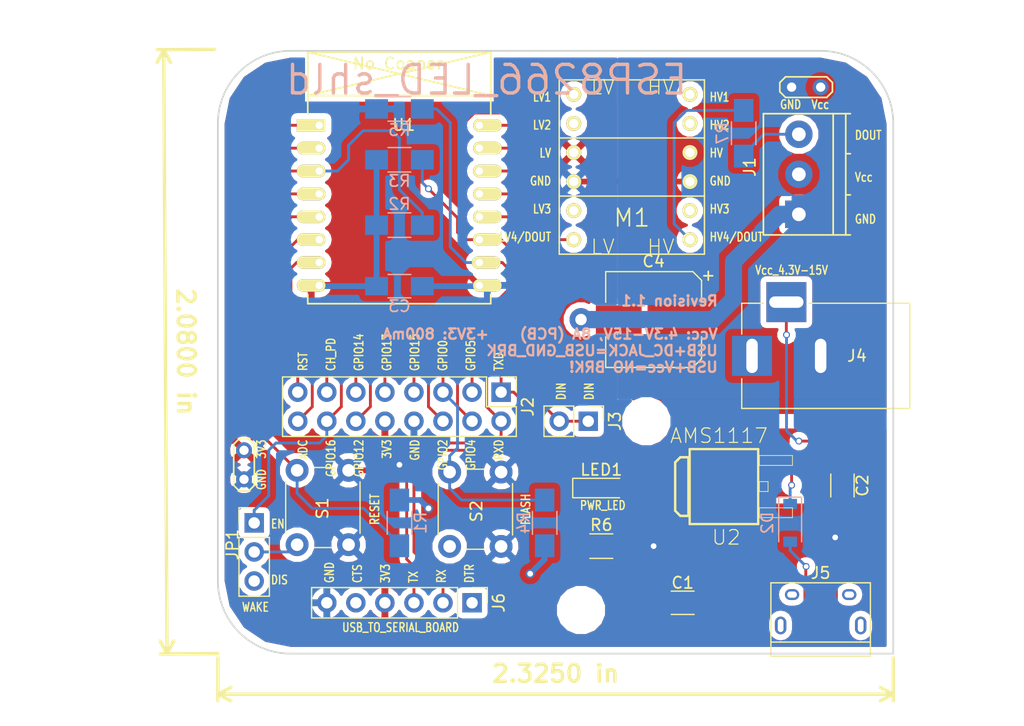
<source format=kicad_pcb>
(kicad_pcb (version 20171130) (host pcbnew "(5.1.12)-1")

  (general
    (thickness 1.6)
    (drawings 27)
    (tracks 259)
    (zones 0)
    (modules 29)
    (nets 34)
  )

  (page A4)
  (layers
    (0 F.Cu signal)
    (31 B.Cu signal)
    (32 B.Adhes user)
    (33 F.Adhes user)
    (34 B.Paste user)
    (35 F.Paste user)
    (36 B.SilkS user)
    (37 F.SilkS user)
    (38 B.Mask user)
    (39 F.Mask user)
    (40 Dwgs.User user)
    (41 Cmts.User user)
    (42 Eco1.User user)
    (43 Eco2.User user)
    (44 Edge.Cuts user)
    (45 Margin user)
    (46 B.CrtYd user)
    (47 F.CrtYd user)
    (48 B.Fab user)
    (49 F.Fab user)
  )

  (setup
    (last_trace_width 0.25)
    (trace_clearance 0.2)
    (zone_clearance 0.508)
    (zone_45_only yes)
    (trace_min 0.2)
    (via_size 0.6)
    (via_drill 0.4)
    (via_min_size 0.6)
    (via_min_drill 0.3)
    (uvia_size 0.3)
    (uvia_drill 0.1)
    (uvias_allowed no)
    (uvia_min_size 0.2)
    (uvia_min_drill 0.1)
    (edge_width 0.15)
    (segment_width 0.2)
    (pcb_text_width 0.3)
    (pcb_text_size 1.5 1.5)
    (mod_edge_width 0.15)
    (mod_text_size 1 1)
    (mod_text_width 0.15)
    (pad_size 1.4 1.4)
    (pad_drill 0.8128)
    (pad_to_mask_clearance 0.2)
    (aux_axis_origin 0 0)
    (visible_elements 7FFFFFFF)
    (pcbplotparams
      (layerselection 0x00030_80000001)
      (usegerberextensions false)
      (usegerberattributes true)
      (usegerberadvancedattributes true)
      (creategerberjobfile true)
      (excludeedgelayer true)
      (linewidth 0.100000)
      (plotframeref false)
      (viasonmask false)
      (mode 1)
      (useauxorigin false)
      (hpglpennumber 1)
      (hpglpenspeed 20)
      (hpglpendiameter 15.000000)
      (psnegative false)
      (psa4output false)
      (plotreference true)
      (plotvalue true)
      (plotinvisibletext false)
      (padsonsilk false)
      (subtractmaskfromsilk false)
      (outputformat 1)
      (mirror false)
      (drillshape 1)
      (scaleselection 1)
      (outputdirectory ""))
  )

  (net 0 "")
  (net 1 Vin)
  (net 2 GND)
  (net 3 DOUT)
  (net 4 DIN)
  (net 5 GPIO15)
  (net 6 GPIO2)
  (net 7 GPIO0)
  (net 8 GPIO4)
  (net 9 GPIO5)
  (net 10 RXD)
  (net 11 TXD)
  (net 12 REST)
  (net 13 ADC)
  (net 14 CH_PD)
  (net 15 GPIO16)
  (net 16 GPIO14)
  (net 17 GPIO12)
  (net 18 GPIO13)
  (net 19 GNDBREAK)
  (net 20 "Net-(M1-PadP$1)")
  (net 21 "Net-(M1-PadP$2)")
  (net 22 "Net-(M1-PadP$5)")
  (net 23 "Net-(M1-PadP$8)")
  (net 24 "Net-(M1-PadP$11)")
  (net 25 "Net-(M1-PadP$12)")
  (net 26 +3V3)
  (net 27 "Net-(J5-PadD+)")
  (net 28 "Net-(J5-PadD-)")
  (net 29 "Net-(LED1-Pad1)")
  (net 30 "Net-(D2-Pad2)")
  (net 31 /DTR)
  (net 32 /CTS)
  (net 33 "Net-(M1-PadP$7)")

  (net_class Default "This is the default net class."
    (clearance 0.2)
    (trace_width 0.25)
    (via_dia 0.6)
    (via_drill 0.4)
    (uvia_dia 0.3)
    (uvia_drill 0.1)
    (add_net /CTS)
    (add_net /DTR)
    (add_net ADC)
    (add_net CH_PD)
    (add_net DIN)
    (add_net DOUT)
    (add_net GNDBREAK)
    (add_net GPIO0)
    (add_net GPIO12)
    (add_net GPIO13)
    (add_net GPIO14)
    (add_net GPIO15)
    (add_net GPIO16)
    (add_net GPIO2)
    (add_net GPIO4)
    (add_net GPIO5)
    (add_net "Net-(D2-Pad2)")
    (add_net "Net-(J5-PadD+)")
    (add_net "Net-(J5-PadD-)")
    (add_net "Net-(LED1-Pad1)")
    (add_net "Net-(M1-PadP$1)")
    (add_net "Net-(M1-PadP$11)")
    (add_net "Net-(M1-PadP$12)")
    (add_net "Net-(M1-PadP$2)")
    (add_net "Net-(M1-PadP$5)")
    (add_net "Net-(M1-PadP$7)")
    (add_net "Net-(M1-PadP$8)")
    (add_net REST)
    (add_net RXD)
    (add_net TXD)
  )

  (net_class Power ""
    (clearance 0.4)
    (trace_width 0.5)
    (via_dia 0.8)
    (via_drill 0.5)
    (uvia_dia 0.3)
    (uvia_drill 0.1)
    (add_net +3V3)
    (add_net GND)
  )

  (net_class Power2 ""
    (clearance 0.6)
    (trace_width 1.5)
    (via_dia 2)
    (via_drill 1.5)
    (uvia_dia 0.5)
    (uvia_drill 0.1)
    (add_net Vin)
  )

  (module Measurement_Points:Test_Point_2Pads (layer F.Cu) (tedit 58E26EF6) (tstamp 58E26ED5)
    (at 211.455 83.82 180)
    (descr "Connecteurs 2 pins")
    (tags "CONN DEV")
    (attr virtual)
    (fp_text reference T1 (at 1.27 -2 180) (layer F.SilkS) hide
      (effects (font (size 1 1) (thickness 0.15)))
    )
    (fp_text value Test_Point_2Pads (at 1.27 2 180) (layer F.Fab)
      (effects (font (size 1 1) (thickness 0.15)))
    )
    (fp_line (start -1.03 -0.4) (end -0.53 -0.9) (layer F.SilkS) (width 0.15))
    (fp_line (start -1.03 0.4) (end -1.03 -0.4) (layer F.SilkS) (width 0.15))
    (fp_line (start -0.53 0.9) (end -1.03 0.4) (layer F.SilkS) (width 0.15))
    (fp_line (start 3.07 0.9) (end -0.53 0.9) (layer F.SilkS) (width 0.15))
    (fp_line (start 3.57 0.4) (end 3.07 0.9) (layer F.SilkS) (width 0.15))
    (fp_line (start 3.57 -0.4) (end 3.57 0.4) (layer F.SilkS) (width 0.15))
    (fp_line (start 3.07 -0.9) (end 3.57 -0.4) (layer F.SilkS) (width 0.15))
    (fp_line (start -0.53 -0.9) (end 3.07 -0.9) (layer F.SilkS) (width 0.15))
    (fp_line (start -1.3 0.5) (end -0.65 1.15) (layer F.CrtYd) (width 0.05))
    (fp_line (start -1.3 -0.5) (end -1.3 0.5) (layer F.CrtYd) (width 0.05))
    (fp_line (start -0.65 -1.15) (end -1.3 -0.5) (layer F.CrtYd) (width 0.05))
    (fp_line (start 3.15 -1.15) (end -0.65 -1.15) (layer F.CrtYd) (width 0.05))
    (fp_line (start 3.8 -0.5) (end 3.15 -1.15) (layer F.CrtYd) (width 0.05))
    (fp_line (start 3.8 0.5) (end 3.8 -0.5) (layer F.CrtYd) (width 0.05))
    (fp_line (start 3.15 1.15) (end 3.8 0.5) (layer F.CrtYd) (width 0.05))
    (fp_line (start -0.65 1.15) (end 3.15 1.15) (layer F.CrtYd) (width 0.05))
    (pad 1 thru_hole circle (at 0 0 180) (size 1.4 1.4) (drill 0.8128) (layers *.Cu *.Mask)
      (net 1 Vin))
    (pad 2 thru_hole circle (at 2.54 0 180) (size 1.4 1.4) (drill 0.8128) (layers *.Cu *.Mask)
      (net 2 GND))
  )

  (module Mounting_Holes:MountingHole_3.2mm_M3 (layer F.Cu) (tedit 58E106A9) (tstamp 59008B74)
    (at 196.215 113.03)
    (descr "Mounting Hole 3.2mm, no annular, M3")
    (tags "mounting hole 3.2mm no annular m3")
    (fp_text reference MH1 (at 0 -4.2) (layer F.SilkS) hide
      (effects (font (size 1 1) (thickness 0.15)))
    )
    (fp_text value MountingHole_3.2mm_M3 (at 0 4.2) (layer F.Fab)
      (effects (font (size 1 1) (thickness 0.15)))
    )
    (fp_circle (center 0 0) (end 3.45 0) (layer F.CrtYd) (width 0.05))
    (fp_circle (center 0 0) (end 3.2 0) (layer Cmts.User) (width 0.15))
    (pad 1 np_thru_hole circle (at 0 0) (size 3.2 3.2) (drill 3.2) (layers *.Cu *.Mask))
  )

  (module ESP8266:ESP-07v2 (layer F.Cu) (tedit 556A0367) (tstamp 58E3C7C6)
    (at 167.61 87.155)
    (descr "Module, ESP-8266, ESP-07v2, 16 pad, SMD")
    (tags "Module ESP-8266 ESP8266")
    (path /58DD4D55)
    (fp_text reference U1 (at 7.396 -0.033) (layer F.SilkS)
      (effects (font (size 1 1) (thickness 0.15)))
    )
    (fp_text value ESP-07v2 (at 7.25 2.25) (layer F.Fab)
      (effects (font (size 1 1) (thickness 0.15)))
    )
    (fp_line (start -1 -6.4) (end 15 -6.4) (layer F.Fab) (width 0.05))
    (fp_line (start -1.008 15.6) (end -1.008 -6.4) (layer F.Fab) (width 0.05))
    (fp_line (start 15 15.6) (end -1 15.6) (layer F.Fab) (width 0.05))
    (fp_line (start 15 -6.4) (end 15 15.6) (layer F.Fab) (width 0.05))
    (fp_line (start -1.008 -2.6) (end 14.992 -2.6) (layer F.SilkS) (width 0.1524))
    (fp_line (start -1 -6.4) (end 15 -2.6) (layer F.SilkS) (width 0.1524))
    (fp_line (start 15 -6.4) (end -1 -2.6) (layer F.SilkS) (width 0.1524))
    (fp_line (start 15 15.6) (end 15 14.8) (layer F.SilkS) (width 0.1524))
    (fp_line (start -1 15.6) (end 15 15.6) (layer F.SilkS) (width 0.1524))
    (fp_line (start -1 14.8) (end -1 15.6) (layer F.SilkS) (width 0.1524))
    (fp_line (start -1 -6.4) (end -1 -1) (layer F.SilkS) (width 0.1524))
    (fp_line (start 15 -6.4) (end 15 -1) (layer F.SilkS) (width 0.1524))
    (fp_line (start -1 -6.4) (end 15 -6.4) (layer F.SilkS) (width 0.1524))
    (fp_line (start -2.25 16) (end -2.25 -0.5) (layer F.CrtYd) (width 0.05))
    (fp_line (start 16.25 16) (end -2.25 16) (layer F.CrtYd) (width 0.05))
    (fp_line (start 16.25 -6.65) (end 16.25 16) (layer F.CrtYd) (width 0.05))
    (fp_line (start -2.25 -6.65) (end 16.25 -6.65) (layer F.CrtYd) (width 0.05))
    (fp_line (start -2.25 -0.5) (end -2.25 -6.65) (layer F.CrtYd) (width 0.05))
    (fp_text user "No Copper" (at 6.892 -5.4) (layer F.SilkS)
      (effects (font (size 1 1) (thickness 0.15)))
    )
    (pad 1 thru_hole rect (at 0 0) (size 2.5 1.1) (drill 0.65 (offset -0.7 0)) (layers *.Cu *.Mask F.SilkS)
      (net 12 REST))
    (pad 2 thru_hole oval (at 0 2) (size 2.5 1.1) (drill 0.65 (offset -0.7 0)) (layers *.Cu *.Mask F.SilkS)
      (net 13 ADC))
    (pad 3 thru_hole oval (at 0 4) (size 2.5 1.1) (drill 0.65 (offset -0.7 0)) (layers *.Cu *.Mask F.SilkS)
      (net 14 CH_PD))
    (pad 4 thru_hole oval (at 0 6) (size 2.5 1.1) (drill 0.65 (offset -0.7 0)) (layers *.Cu *.Mask F.SilkS)
      (net 15 GPIO16))
    (pad 5 thru_hole oval (at 0 8) (size 2.5 1.1) (drill 0.65 (offset -0.7 0)) (layers *.Cu *.Mask F.SilkS)
      (net 16 GPIO14))
    (pad 6 thru_hole oval (at 0 10) (size 2.5 1.1) (drill 0.65 (offset -0.7 0)) (layers *.Cu *.Mask F.SilkS)
      (net 17 GPIO12))
    (pad 7 thru_hole oval (at 0 12) (size 2.5 1.1) (drill 0.65 (offset -0.7 0)) (layers *.Cu *.Mask F.SilkS)
      (net 18 GPIO13))
    (pad 8 thru_hole oval (at 0 14) (size 2.5 1.1) (drill 0.65 (offset -0.7 0)) (layers *.Cu *.Mask F.SilkS)
      (net 26 +3V3))
    (pad 9 thru_hole oval (at 14 14) (size 2.5 1.1) (drill 0.65 (offset 0.7 0)) (layers *.Cu *.Mask F.SilkS)
      (net 2 GND))
    (pad 10 thru_hole oval (at 14 12) (size 2.5 1.1) (drill 0.65 (offset 0.6 0)) (layers *.Cu *.Mask F.SilkS)
      (net 5 GPIO15))
    (pad 11 thru_hole oval (at 14 10) (size 2.5 1.1) (drill 0.65 (offset 0.7 0)) (layers *.Cu *.Mask F.SilkS)
      (net 6 GPIO2))
    (pad 12 thru_hole oval (at 14 8) (size 2.5 1.1) (drill 0.65 (offset 0.7 0)) (layers *.Cu *.Mask F.SilkS)
      (net 7 GPIO0))
    (pad 13 thru_hole oval (at 14 6) (size 2.5 1.1) (drill 0.65 (offset 0.7 0)) (layers *.Cu *.Mask F.SilkS)
      (net 8 GPIO4))
    (pad 14 thru_hole oval (at 14 4) (size 2.5 1.1) (drill 0.65 (offset 0.7 0)) (layers *.Cu *.Mask F.SilkS)
      (net 9 GPIO5))
    (pad 15 thru_hole oval (at 14 2) (size 2.5 1.1) (drill 0.65 (offset 0.7 0)) (layers *.Cu *.Mask F.SilkS)
      (net 10 RXD))
    (pad 16 thru_hole oval (at 14 0) (size 2.5 1.1) (drill 0.65 (offset 0.7 0)) (layers *.Cu *.Mask F.SilkS)
      (net 11 TXD))
    (model ${ESPLIB}/ESP8266.3dshapes/ESP-07v2.wrl
      (at (xyz 0 0 0))
      (scale (xyz 0.3937 0.3937 0.3937))
      (rotate (xyz 0 0 0))
    )
  )

  (module Capacitors_SMD:C_1206_HandSoldering (layer F.Cu) (tedit 58AA84D1) (tstamp 58E3C709)
    (at 199.39 128.905)
    (descr "Capacitor SMD 1206, hand soldering")
    (tags "capacitor 1206")
    (path /58DD5CDD)
    (attr smd)
    (fp_text reference C1 (at 0 -1.75) (layer F.SilkS)
      (effects (font (size 1 1) (thickness 0.15)))
    )
    (fp_text value 220uF (at 0 2) (layer F.Fab)
      (effects (font (size 1 1) (thickness 0.15)))
    )
    (fp_line (start 3.25 1.05) (end -3.25 1.05) (layer F.CrtYd) (width 0.05))
    (fp_line (start 3.25 1.05) (end 3.25 -1.05) (layer F.CrtYd) (width 0.05))
    (fp_line (start -3.25 -1.05) (end -3.25 1.05) (layer F.CrtYd) (width 0.05))
    (fp_line (start -3.25 -1.05) (end 3.25 -1.05) (layer F.CrtYd) (width 0.05))
    (fp_line (start -1 1.02) (end 1 1.02) (layer F.SilkS) (width 0.12))
    (fp_line (start 1 -1.02) (end -1 -1.02) (layer F.SilkS) (width 0.12))
    (fp_line (start -1.6 -0.8) (end 1.6 -0.8) (layer F.Fab) (width 0.1))
    (fp_line (start 1.6 -0.8) (end 1.6 0.8) (layer F.Fab) (width 0.1))
    (fp_line (start 1.6 0.8) (end -1.6 0.8) (layer F.Fab) (width 0.1))
    (fp_line (start -1.6 0.8) (end -1.6 -0.8) (layer F.Fab) (width 0.1))
    (fp_text user %R (at 0 -1.75) (layer F.Fab)
      (effects (font (size 1 1) (thickness 0.15)))
    )
    (pad 1 smd rect (at -2 0) (size 2 1.6) (layers F.Cu F.Paste F.Mask)
      (net 26 +3V3))
    (pad 2 smd rect (at 2 0) (size 2 1.6) (layers F.Cu F.Paste F.Mask)
      (net 2 GND))
    (model Capacitors_SMD.3dshapes/C_1206.wrl
      (at (xyz 0 0 0))
      (scale (xyz 1 1 1))
      (rotate (xyz 0 0 0))
    )
  )

  (module Capacitors_SMD:C_1206_HandSoldering (layer F.Cu) (tedit 58AA84D1) (tstamp 58E3C70F)
    (at 213.36 118.65 270)
    (descr "Capacitor SMD 1206, hand soldering")
    (tags "capacitor 1206")
    (path /58DD5DC2)
    (attr smd)
    (fp_text reference C2 (at 0 -1.75 270) (layer F.SilkS)
      (effects (font (size 1 1) (thickness 0.15)))
    )
    (fp_text value 220uF (at 0 2 270) (layer F.Fab)
      (effects (font (size 1 1) (thickness 0.15)))
    )
    (fp_line (start 3.25 1.05) (end -3.25 1.05) (layer F.CrtYd) (width 0.05))
    (fp_line (start 3.25 1.05) (end 3.25 -1.05) (layer F.CrtYd) (width 0.05))
    (fp_line (start -3.25 -1.05) (end -3.25 1.05) (layer F.CrtYd) (width 0.05))
    (fp_line (start -3.25 -1.05) (end 3.25 -1.05) (layer F.CrtYd) (width 0.05))
    (fp_line (start -1 1.02) (end 1 1.02) (layer F.SilkS) (width 0.12))
    (fp_line (start 1 -1.02) (end -1 -1.02) (layer F.SilkS) (width 0.12))
    (fp_line (start -1.6 -0.8) (end 1.6 -0.8) (layer F.Fab) (width 0.1))
    (fp_line (start 1.6 -0.8) (end 1.6 0.8) (layer F.Fab) (width 0.1))
    (fp_line (start 1.6 0.8) (end -1.6 0.8) (layer F.Fab) (width 0.1))
    (fp_line (start -1.6 0.8) (end -1.6 -0.8) (layer F.Fab) (width 0.1))
    (fp_text user %R (at 0 -1.75 270) (layer F.Fab)
      (effects (font (size 1 1) (thickness 0.15)))
    )
    (pad 1 smd rect (at -2 0 270) (size 2 1.6) (layers F.Cu F.Paste F.Mask)
      (net 1 Vin))
    (pad 2 smd rect (at 2 0 270) (size 2 1.6) (layers F.Cu F.Paste F.Mask)
      (net 2 GND))
    (model Capacitors_SMD.3dshapes/C_1206.wrl
      (at (xyz 0 0 0))
      (scale (xyz 1 1 1))
      (rotate (xyz 0 0 0))
    )
  )

  (module Capacitors_SMD:C_1206_HandSoldering (layer B.Cu) (tedit 58AA84D1) (tstamp 58E3C715)
    (at 174.625 101.219)
    (descr "Capacitor SMD 1206, hand soldering")
    (tags "capacitor 1206")
    (path /58DD5D86)
    (attr smd)
    (fp_text reference C3 (at 0 1.75) (layer B.SilkS)
      (effects (font (size 1 1) (thickness 0.15)) (justify mirror))
    )
    (fp_text value 220uF (at 0 -2) (layer B.Fab)
      (effects (font (size 1 1) (thickness 0.15)) (justify mirror))
    )
    (fp_line (start 3.25 -1.05) (end -3.25 -1.05) (layer B.CrtYd) (width 0.05))
    (fp_line (start 3.25 -1.05) (end 3.25 1.05) (layer B.CrtYd) (width 0.05))
    (fp_line (start -3.25 1.05) (end -3.25 -1.05) (layer B.CrtYd) (width 0.05))
    (fp_line (start -3.25 1.05) (end 3.25 1.05) (layer B.CrtYd) (width 0.05))
    (fp_line (start -1 -1.02) (end 1 -1.02) (layer B.SilkS) (width 0.12))
    (fp_line (start 1 1.02) (end -1 1.02) (layer B.SilkS) (width 0.12))
    (fp_line (start -1.6 0.8) (end 1.6 0.8) (layer B.Fab) (width 0.1))
    (fp_line (start 1.6 0.8) (end 1.6 -0.8) (layer B.Fab) (width 0.1))
    (fp_line (start 1.6 -0.8) (end -1.6 -0.8) (layer B.Fab) (width 0.1))
    (fp_line (start -1.6 -0.8) (end -1.6 0.8) (layer B.Fab) (width 0.1))
    (fp_text user %R (at 0 1.75) (layer B.Fab)
      (effects (font (size 1 1) (thickness 0.15)) (justify mirror))
    )
    (pad 1 smd rect (at -2 0) (size 2 1.6) (layers B.Cu B.Paste B.Mask)
      (net 26 +3V3))
    (pad 2 smd rect (at 2 0) (size 2 1.6) (layers B.Cu B.Paste B.Mask)
      (net 2 GND))
    (model Capacitors_SMD.3dshapes/C_1206.wrl
      (at (xyz 0 0 0))
      (scale (xyz 1 1 1))
      (rotate (xyz 0 0 0))
    )
  )

  (module Connectors_Terminal_Blocks:TerminalBlock_Pheonix_PT-3.5mm_3pol (layer F.Cu) (tedit 56301605) (tstamp 58E3C728)
    (at 209.55 94.94 90)
    (descr "3-way 3.5mm pitch terminal block, Phoenix PT series")
    (path /58DD5E88)
    (fp_text reference J1 (at 4.135 -4.3 90) (layer F.SilkS)
      (effects (font (size 1 1) (thickness 0.15)))
    )
    (fp_text value Pwr_Dat_Out (at 3.5 6 90) (layer F.Fab)
      (effects (font (size 1 1) (thickness 0.15)))
    )
    (fp_line (start 8.8 -3.1) (end -1.8 -3.1) (layer F.SilkS) (width 0.15))
    (fp_line (start 8.8 4.5) (end 8.8 -3.1) (layer F.SilkS) (width 0.15))
    (fp_line (start -1.8 -3.1) (end -1.8 4.5) (layer F.SilkS) (width 0.15))
    (fp_line (start -1.8 4.1) (end 8.8 4.1) (layer F.SilkS) (width 0.15))
    (fp_line (start -1.8 3) (end 8.8 3) (layer F.SilkS) (width 0.15))
    (fp_line (start 5.3 4.1) (end 5.3 4.5) (layer F.SilkS) (width 0.15))
    (fp_line (start 1.7 4.1) (end 1.7 4.5) (layer F.SilkS) (width 0.15))
    (fp_line (start 9 -3.3) (end 9 4.7) (layer F.CrtYd) (width 0.05))
    (fp_line (start 9 4.7) (end -2 4.7) (layer F.CrtYd) (width 0.05))
    (fp_line (start -2 4.7) (end -2 -3.3) (layer F.CrtYd) (width 0.05))
    (fp_line (start -2 -3.3) (end 9 -3.3) (layer F.CrtYd) (width 0.05))
    (pad 2 thru_hole circle (at 3.5 0 90) (size 2.4 2.4) (drill 1.2) (layers *.Cu *.Mask)
      (net 1 Vin))
    (pad 3 thru_hole circle (at 7 0 90) (size 2.4 2.4) (drill 1.2) (layers *.Cu *.Mask)
      (net 3 DOUT))
    (pad 1 thru_hole rect (at 0 0 90) (size 2.4 2.4) (drill 1.2) (layers *.Cu *.Mask)
      (net 2 GND))
    (model Terminal_Blocks.3dshapes/TerminalBlock_Pheonix_PT-3.5mm_3pol.wrl
      (at (xyz 0 0 0))
      (scale (xyz 1 1 1))
      (rotate (xyz 0 0 0))
    )
  )

  (module LEDs:LED_1206 (layer F.Cu) (tedit 57FE943C) (tstamp 58E3C760)
    (at 192.278 118.872)
    (descr "LED 1206 smd package")
    (tags "LED led 1206 SMD smd SMT smt smdled SMDLED smtled SMTLED")
    (path /58DD5EB7)
    (attr smd)
    (fp_text reference LED1 (at 0 -1.6) (layer F.SilkS)
      (effects (font (size 1 1) (thickness 0.15)))
    )
    (fp_text value LED1206 (at 0 1.7) (layer F.Fab)
      (effects (font (size 1 1) (thickness 0.15)))
    )
    (fp_line (start -2.65 -1) (end 2.65 -1) (layer F.CrtYd) (width 0.05))
    (fp_line (start -2.65 1) (end -2.65 -1) (layer F.CrtYd) (width 0.05))
    (fp_line (start 2.65 1) (end -2.65 1) (layer F.CrtYd) (width 0.05))
    (fp_line (start 2.65 -1) (end 2.65 1) (layer F.CrtYd) (width 0.05))
    (fp_line (start -2.45 -0.85) (end 1.6 -0.85) (layer F.SilkS) (width 0.12))
    (fp_line (start -2.45 0.85) (end 1.6 0.85) (layer F.SilkS) (width 0.12))
    (fp_line (start -1.6 0.8) (end -1.6 -0.8) (layer F.Fab) (width 0.1))
    (fp_line (start -1.6 -0.8) (end 1.6 -0.8) (layer F.Fab) (width 0.1))
    (fp_line (start 1.6 -0.8) (end 1.6 0.8) (layer F.Fab) (width 0.1))
    (fp_line (start 1.6 0.8) (end -1.6 0.8) (layer F.Fab) (width 0.1))
    (fp_line (start 0.2 -0.4) (end 0.2 0.4) (layer F.Fab) (width 0.1))
    (fp_line (start 0.2 0.4) (end -0.4 0) (layer F.Fab) (width 0.1))
    (fp_line (start -0.4 0) (end 0.2 -0.4) (layer F.Fab) (width 0.1))
    (fp_line (start -0.45 -0.4) (end -0.45 0.4) (layer F.Fab) (width 0.1))
    (fp_line (start -2.5 -0.85) (end -2.5 0.85) (layer F.SilkS) (width 0.12))
    (pad 2 smd rect (at 1.65 0 180) (size 1.5 1.5) (layers F.Cu F.Paste F.Mask)
      (net 26 +3V3))
    (pad 1 smd rect (at -1.65 0 180) (size 1.5 1.5) (layers F.Cu F.Paste F.Mask)
      (net 29 "Net-(LED1-Pad1)"))
    (model LEDs.3dshapes/LED_1206.wrl
      (at (xyz 0 0 0))
      (scale (xyz 1 1 1))
      (rotate (xyz 0 0 180))
    )
  )

  (module Resistors_SMD:R_1206_HandSoldering (layer B.Cu) (tedit 58AADA36) (tstamp 58E3C784)
    (at 174.625 121.92 90)
    (descr "Resistor SMD 1206, hand soldering")
    (tags "resistor 1206")
    (path /58DEC57D)
    (attr smd)
    (fp_text reference R1 (at 0 1.85 90) (layer B.SilkS)
      (effects (font (size 1 1) (thickness 0.15)) (justify mirror))
    )
    (fp_text value 10K (at 0 -1.9 90) (layer B.Fab)
      (effects (font (size 1 1) (thickness 0.15)) (justify mirror))
    )
    (fp_line (start 3.25 -1.1) (end -3.25 -1.1) (layer B.CrtYd) (width 0.05))
    (fp_line (start 3.25 -1.1) (end 3.25 1.11) (layer B.CrtYd) (width 0.05))
    (fp_line (start -3.25 1.11) (end -3.25 -1.1) (layer B.CrtYd) (width 0.05))
    (fp_line (start -3.25 1.11) (end 3.25 1.11) (layer B.CrtYd) (width 0.05))
    (fp_line (start -1 1.07) (end 1 1.07) (layer B.SilkS) (width 0.12))
    (fp_line (start 1 -1.07) (end -1 -1.07) (layer B.SilkS) (width 0.12))
    (fp_line (start -1.6 0.8) (end 1.6 0.8) (layer B.Fab) (width 0.1))
    (fp_line (start 1.6 0.8) (end 1.6 -0.8) (layer B.Fab) (width 0.1))
    (fp_line (start 1.6 -0.8) (end -1.6 -0.8) (layer B.Fab) (width 0.1))
    (fp_line (start -1.6 -0.8) (end -1.6 0.8) (layer B.Fab) (width 0.1))
    (fp_text user %R (at 0 1.85 90) (layer B.Fab)
      (effects (font (size 1 1) (thickness 0.15)) (justify mirror))
    )
    (pad 1 smd rect (at -2 0 90) (size 2 1.7) (layers B.Cu B.Paste B.Mask)
      (net 12 REST))
    (pad 2 smd rect (at 2 0 90) (size 2 1.7) (layers B.Cu B.Paste B.Mask)
      (net 26 +3V3))
    (model Resistors_SMD.3dshapes/R_1206.wrl
      (at (xyz 0 0 0))
      (scale (xyz 1 1 1))
      (rotate (xyz 0 0 0))
    )
  )

  (module Resistors_SMD:R_1206_HandSoldering (layer B.Cu) (tedit 58AADA36) (tstamp 58E3C78A)
    (at 174.625 95.885 180)
    (descr "Resistor SMD 1206, hand soldering")
    (tags "resistor 1206")
    (path /58DECA9D)
    (attr smd)
    (fp_text reference R2 (at 0 1.85 180) (layer B.SilkS)
      (effects (font (size 1 1) (thickness 0.15)) (justify mirror))
    )
    (fp_text value 10K (at 0 -1.9 180) (layer B.Fab)
      (effects (font (size 1 1) (thickness 0.15)) (justify mirror))
    )
    (fp_line (start 3.25 -1.1) (end -3.25 -1.1) (layer B.CrtYd) (width 0.05))
    (fp_line (start 3.25 -1.1) (end 3.25 1.11) (layer B.CrtYd) (width 0.05))
    (fp_line (start -3.25 1.11) (end -3.25 -1.1) (layer B.CrtYd) (width 0.05))
    (fp_line (start -3.25 1.11) (end 3.25 1.11) (layer B.CrtYd) (width 0.05))
    (fp_line (start -1 1.07) (end 1 1.07) (layer B.SilkS) (width 0.12))
    (fp_line (start 1 -1.07) (end -1 -1.07) (layer B.SilkS) (width 0.12))
    (fp_line (start -1.6 0.8) (end 1.6 0.8) (layer B.Fab) (width 0.1))
    (fp_line (start 1.6 0.8) (end 1.6 -0.8) (layer B.Fab) (width 0.1))
    (fp_line (start 1.6 -0.8) (end -1.6 -0.8) (layer B.Fab) (width 0.1))
    (fp_line (start -1.6 -0.8) (end -1.6 0.8) (layer B.Fab) (width 0.1))
    (fp_text user %R (at 0 1.85 180) (layer B.Fab)
      (effects (font (size 1 1) (thickness 0.15)) (justify mirror))
    )
    (pad 1 smd rect (at -2 0 180) (size 2 1.7) (layers B.Cu B.Paste B.Mask)
      (net 14 CH_PD))
    (pad 2 smd rect (at 2 0 180) (size 2 1.7) (layers B.Cu B.Paste B.Mask)
      (net 26 +3V3))
    (model Resistors_SMD.3dshapes/R_1206.wrl
      (at (xyz 0 0 0))
      (scale (xyz 1 1 1))
      (rotate (xyz 0 0 0))
    )
  )

  (module Resistors_SMD:R_1206_HandSoldering (layer B.Cu) (tedit 58AADA36) (tstamp 58E3C790)
    (at 174.625 90.17)
    (descr "Resistor SMD 1206, hand soldering")
    (tags "resistor 1206")
    (path /58DE5680)
    (attr smd)
    (fp_text reference R3 (at 0 1.85) (layer B.SilkS)
      (effects (font (size 1 1) (thickness 0.15)) (justify mirror))
    )
    (fp_text value 10K (at 0 -1.9) (layer B.Fab)
      (effects (font (size 1 1) (thickness 0.15)) (justify mirror))
    )
    (fp_line (start 3.25 -1.1) (end -3.25 -1.1) (layer B.CrtYd) (width 0.05))
    (fp_line (start 3.25 -1.1) (end 3.25 1.11) (layer B.CrtYd) (width 0.05))
    (fp_line (start -3.25 1.11) (end -3.25 -1.1) (layer B.CrtYd) (width 0.05))
    (fp_line (start -3.25 1.11) (end 3.25 1.11) (layer B.CrtYd) (width 0.05))
    (fp_line (start -1 1.07) (end 1 1.07) (layer B.SilkS) (width 0.12))
    (fp_line (start 1 -1.07) (end -1 -1.07) (layer B.SilkS) (width 0.12))
    (fp_line (start -1.6 0.8) (end 1.6 0.8) (layer B.Fab) (width 0.1))
    (fp_line (start 1.6 0.8) (end 1.6 -0.8) (layer B.Fab) (width 0.1))
    (fp_line (start 1.6 -0.8) (end -1.6 -0.8) (layer B.Fab) (width 0.1))
    (fp_line (start -1.6 -0.8) (end -1.6 0.8) (layer B.Fab) (width 0.1))
    (fp_text user %R (at 0 1.85) (layer B.Fab)
      (effects (font (size 1 1) (thickness 0.15)) (justify mirror))
    )
    (pad 1 smd rect (at -2 0) (size 2 1.7) (layers B.Cu B.Paste B.Mask)
      (net 26 +3V3))
    (pad 2 smd rect (at 2 0) (size 2 1.7) (layers B.Cu B.Paste B.Mask)
      (net 6 GPIO2))
    (model Resistors_SMD.3dshapes/R_1206.wrl
      (at (xyz 0 0 0))
      (scale (xyz 1 1 1))
      (rotate (xyz 0 0 0))
    )
  )

  (module Resistors_SMD:R_1206_HandSoldering (layer B.Cu) (tedit 58AADA36) (tstamp 58E3C796)
    (at 187.325 121.92 270)
    (descr "Resistor SMD 1206, hand soldering")
    (tags "resistor 1206")
    (path /58DEB452)
    (attr smd)
    (fp_text reference R4 (at 0 1.85 270) (layer B.SilkS)
      (effects (font (size 1 1) (thickness 0.15)) (justify mirror))
    )
    (fp_text value 10K (at 0 -1.9 270) (layer B.Fab)
      (effects (font (size 1 1) (thickness 0.15)) (justify mirror))
    )
    (fp_line (start 3.25 -1.1) (end -3.25 -1.1) (layer B.CrtYd) (width 0.05))
    (fp_line (start 3.25 -1.1) (end 3.25 1.11) (layer B.CrtYd) (width 0.05))
    (fp_line (start -3.25 1.11) (end -3.25 -1.1) (layer B.CrtYd) (width 0.05))
    (fp_line (start -3.25 1.11) (end 3.25 1.11) (layer B.CrtYd) (width 0.05))
    (fp_line (start -1 1.07) (end 1 1.07) (layer B.SilkS) (width 0.12))
    (fp_line (start 1 -1.07) (end -1 -1.07) (layer B.SilkS) (width 0.12))
    (fp_line (start -1.6 0.8) (end 1.6 0.8) (layer B.Fab) (width 0.1))
    (fp_line (start 1.6 0.8) (end 1.6 -0.8) (layer B.Fab) (width 0.1))
    (fp_line (start 1.6 -0.8) (end -1.6 -0.8) (layer B.Fab) (width 0.1))
    (fp_line (start -1.6 -0.8) (end -1.6 0.8) (layer B.Fab) (width 0.1))
    (fp_text user %R (at 0 1.85 270) (layer B.Fab)
      (effects (font (size 1 1) (thickness 0.15)) (justify mirror))
    )
    (pad 1 smd rect (at -2 0 270) (size 2 1.7) (layers B.Cu B.Paste B.Mask)
      (net 7 GPIO0))
    (pad 2 smd rect (at 2 0 270) (size 2 1.7) (layers B.Cu B.Paste B.Mask)
      (net 26 +3V3))
    (model Resistors_SMD.3dshapes/R_1206.wrl
      (at (xyz 0 0 0))
      (scale (xyz 1 1 1))
      (rotate (xyz 0 0 0))
    )
  )

  (module Resistors_SMD:R_1206_HandSoldering (layer B.Cu) (tedit 58AADA36) (tstamp 58E3C79C)
    (at 174.625 85.725)
    (descr "Resistor SMD 1206, hand soldering")
    (tags "resistor 1206")
    (path /58DE7FCE)
    (attr smd)
    (fp_text reference R5 (at 0 1.85) (layer B.SilkS)
      (effects (font (size 1 1) (thickness 0.15)) (justify mirror))
    )
    (fp_text value 10K (at 0 -1.9) (layer B.Fab)
      (effects (font (size 1 1) (thickness 0.15)) (justify mirror))
    )
    (fp_line (start 3.25 -1.1) (end -3.25 -1.1) (layer B.CrtYd) (width 0.05))
    (fp_line (start 3.25 -1.1) (end 3.25 1.11) (layer B.CrtYd) (width 0.05))
    (fp_line (start -3.25 1.11) (end -3.25 -1.1) (layer B.CrtYd) (width 0.05))
    (fp_line (start -3.25 1.11) (end 3.25 1.11) (layer B.CrtYd) (width 0.05))
    (fp_line (start -1 1.07) (end 1 1.07) (layer B.SilkS) (width 0.12))
    (fp_line (start 1 -1.07) (end -1 -1.07) (layer B.SilkS) (width 0.12))
    (fp_line (start -1.6 0.8) (end 1.6 0.8) (layer B.Fab) (width 0.1))
    (fp_line (start 1.6 0.8) (end 1.6 -0.8) (layer B.Fab) (width 0.1))
    (fp_line (start 1.6 -0.8) (end -1.6 -0.8) (layer B.Fab) (width 0.1))
    (fp_line (start -1.6 -0.8) (end -1.6 0.8) (layer B.Fab) (width 0.1))
    (fp_text user %R (at 0 1.85) (layer B.Fab)
      (effects (font (size 1 1) (thickness 0.15)) (justify mirror))
    )
    (pad 1 smd rect (at -2 0) (size 2 1.7) (layers B.Cu B.Paste B.Mask)
      (net 2 GND))
    (pad 2 smd rect (at 2 0) (size 2 1.7) (layers B.Cu B.Paste B.Mask)
      (net 5 GPIO15))
    (model Resistors_SMD.3dshapes/R_1206.wrl
      (at (xyz 0 0 0))
      (scale (xyz 1 1 1))
      (rotate (xyz 0 0 0))
    )
  )

  (module Resistors_SMD:R_1206_HandSoldering (layer F.Cu) (tedit 58AADA36) (tstamp 58E3C7A2)
    (at 192.278 123.952)
    (descr "Resistor SMD 1206, hand soldering")
    (tags "resistor 1206")
    (path /58DDDE5B)
    (attr smd)
    (fp_text reference R6 (at 0 -1.85) (layer F.SilkS)
      (effects (font (size 1 1) (thickness 0.15)))
    )
    (fp_text value 65 (at 0 1.9) (layer F.Fab)
      (effects (font (size 1 1) (thickness 0.15)))
    )
    (fp_line (start 3.25 1.1) (end -3.25 1.1) (layer F.CrtYd) (width 0.05))
    (fp_line (start 3.25 1.1) (end 3.25 -1.11) (layer F.CrtYd) (width 0.05))
    (fp_line (start -3.25 -1.11) (end -3.25 1.1) (layer F.CrtYd) (width 0.05))
    (fp_line (start -3.25 -1.11) (end 3.25 -1.11) (layer F.CrtYd) (width 0.05))
    (fp_line (start -1 -1.07) (end 1 -1.07) (layer F.SilkS) (width 0.12))
    (fp_line (start 1 1.07) (end -1 1.07) (layer F.SilkS) (width 0.12))
    (fp_line (start -1.6 -0.8) (end 1.6 -0.8) (layer F.Fab) (width 0.1))
    (fp_line (start 1.6 -0.8) (end 1.6 0.8) (layer F.Fab) (width 0.1))
    (fp_line (start 1.6 0.8) (end -1.6 0.8) (layer F.Fab) (width 0.1))
    (fp_line (start -1.6 0.8) (end -1.6 -0.8) (layer F.Fab) (width 0.1))
    (fp_text user %R (at 0 -1.85) (layer F.Fab)
      (effects (font (size 1 1) (thickness 0.15)))
    )
    (pad 1 smd rect (at -2 0) (size 2 1.7) (layers F.Cu F.Paste F.Mask)
      (net 29 "Net-(LED1-Pad1)"))
    (pad 2 smd rect (at 2 0) (size 2 1.7) (layers F.Cu F.Paste F.Mask)
      (net 2 GND))
    (model Resistors_SMD.3dshapes/R_1206.wrl
      (at (xyz 0 0 0))
      (scale (xyz 1 1 1))
      (rotate (xyz 0 0 0))
    )
  )

  (module SparkFun-PowerIC:V-REG_DPACK-revision2 (layer F.Cu) (tedit 58E0CF98) (tstamp 58FAE76B)
    (at 203.835 118.745 90)
    (descr DPAK)
    (tags DPAK)
    (path /58DD5C62)
    (attr smd)
    (fp_text reference U2 (at -4.445 -0.635 180) (layer F.SilkS)
      (effects (font (size 1.27 1.27) (thickness 0.1016)))
    )
    (fp_text value AMS1117 (at 4.445 -1.27 180) (layer F.SilkS)
      (effects (font (size 1.27 1.27) (thickness 0.1016)))
    )
    (fp_line (start 2.5654 -3.937) (end -2.5654 -3.937) (layer F.SilkS) (width 0.19812))
    (fp_line (start 2.5654 -4.6482) (end 2.5654 -3.937) (layer F.SilkS) (width 0.19812))
    (fp_line (start 2.1082 -5.1054) (end 2.5654 -4.6482) (layer F.SilkS) (width 0.19812))
    (fp_line (start -2.1082 -5.1054) (end 2.1082 -5.1054) (layer F.SilkS) (width 0.19812))
    (fp_line (start -2.5654 -4.6482) (end -2.1082 -5.1054) (layer F.SilkS) (width 0.19812))
    (fp_line (start -2.5654 -3.937) (end -2.5654 -4.6482) (layer F.SilkS) (width 0.19812))
    (fp_line (start 2.5654 -3.937) (end -2.5654 -3.937) (layer F.SilkS) (width 0.2032))
    (fp_line (start 2.5654 -4.6482) (end 2.5654 -3.937) (layer F.SilkS) (width 0.2032))
    (fp_line (start 2.1082 -5.1054) (end 2.5654 -4.6482) (layer F.SilkS) (width 0.2032))
    (fp_line (start -2.1082 -5.1054) (end 2.1082 -5.1054) (layer F.SilkS) (width 0.2032))
    (fp_line (start -2.5654 -4.6482) (end -2.1082 -5.1054) (layer F.SilkS) (width 0.2032))
    (fp_line (start -2.5654 -3.937) (end -2.5654 -4.6482) (layer F.SilkS) (width 0.2032))
    (fp_line (start -3.2766 -3.83286) (end 3.2766 -3.83286) (layer F.SilkS) (width 0.2032))
    (fp_line (start -3.2766 2.159) (end -3.2766 -3.8354) (layer F.SilkS) (width 0.2032))
    (fp_line (start 3.2766 2.159) (end -3.2766 2.159) (layer F.SilkS) (width 0.2032))
    (fp_line (start 3.2766 -3.8354) (end 3.2766 2.159) (layer F.SilkS) (width 0.2032))
    (fp_line (start -0.4318 3.0226) (end -0.4318 2.2606) (layer F.SilkS) (width 0.06604))
    (fp_line (start -0.4318 2.2606) (end 0.4318 2.2606) (layer F.SilkS) (width 0.06604))
    (fp_line (start 0.4318 3.0226) (end 0.4318 2.2606) (layer F.SilkS) (width 0.06604))
    (fp_line (start -0.4318 3.0226) (end 0.4318 3.0226) (layer F.SilkS) (width 0.06604))
    (fp_line (start 1.8542 5.1562) (end 1.8542 2.2606) (layer F.SilkS) (width 0.06604))
    (fp_line (start 1.8542 2.2606) (end 2.7178 2.2606) (layer F.SilkS) (width 0.06604))
    (fp_line (start 2.7178 5.1562) (end 2.7178 2.2606) (layer F.SilkS) (width 0.06604))
    (fp_line (start 1.8542 5.1562) (end 2.7178 5.1562) (layer F.SilkS) (width 0.06604))
    (fp_line (start -2.7178 5.1562) (end -2.7178 2.2606) (layer F.SilkS) (width 0.06604))
    (fp_line (start -2.7178 2.2606) (end -1.8542 2.2606) (layer F.SilkS) (width 0.06604))
    (fp_line (start -1.8542 5.1562) (end -1.8542 2.2606) (layer F.SilkS) (width 0.06604))
    (fp_line (start -2.7178 5.1562) (end -1.8542 5.1562) (layer F.SilkS) (width 0.06604))
    (pad 1 smd rect (at -2.27838 4.79806 90) (size 1.59766 2.99974) (layers F.Cu F.Paste F.Mask)
      (net 2 GND))
    (pad 3 smd rect (at 2.27838 4.79806 90) (size 1.59766 2.99974) (layers F.Cu F.Paste F.Mask)
      (net 1 Vin))
    (pad 2 smd rect (at 0 -2.37998 90) (size 5.79882 6.1976) (layers F.Cu F.Paste F.Mask)
      (net 26 +3V3))
  )

  (module Buttons_Switches_THT:SW_PUSH_6mm (layer F.Cu) (tedit 58134C96) (tstamp 5908E299)
    (at 165.68 123.825 90)
    (descr https://www.omron.com/ecb/products/pdf/en-b3f.pdf)
    (tags "tact sw push 6mm")
    (path /58DD61C4)
    (fp_text reference S1 (at 3.175 2.214 90) (layer F.SilkS)
      (effects (font (size 1 1) (thickness 0.15)))
    )
    (fp_text value RESET (at 3.75 6.7 90) (layer F.Fab)
      (effects (font (size 1 1) (thickness 0.15)))
    )
    (fp_circle (center 3.25 2.25) (end 1.25 2.5) (layer F.Fab) (width 0.1))
    (fp_line (start 6.75 3) (end 6.75 1.5) (layer F.SilkS) (width 0.12))
    (fp_line (start 5.5 -1) (end 1 -1) (layer F.SilkS) (width 0.12))
    (fp_line (start -0.25 1.5) (end -0.25 3) (layer F.SilkS) (width 0.12))
    (fp_line (start 1 5.5) (end 5.5 5.5) (layer F.SilkS) (width 0.12))
    (fp_line (start 8 -1.25) (end 8 5.75) (layer F.CrtYd) (width 0.05))
    (fp_line (start 7.75 6) (end -1.25 6) (layer F.CrtYd) (width 0.05))
    (fp_line (start -1.5 5.75) (end -1.5 -1.25) (layer F.CrtYd) (width 0.05))
    (fp_line (start -1.25 -1.5) (end 7.75 -1.5) (layer F.CrtYd) (width 0.05))
    (fp_line (start -1.5 6) (end -1.25 6) (layer F.CrtYd) (width 0.05))
    (fp_line (start -1.5 5.75) (end -1.5 6) (layer F.CrtYd) (width 0.05))
    (fp_line (start -1.5 -1.5) (end -1.25 -1.5) (layer F.CrtYd) (width 0.05))
    (fp_line (start -1.5 -1.25) (end -1.5 -1.5) (layer F.CrtYd) (width 0.05))
    (fp_line (start 8 -1.5) (end 8 -1.25) (layer F.CrtYd) (width 0.05))
    (fp_line (start 7.75 -1.5) (end 8 -1.5) (layer F.CrtYd) (width 0.05))
    (fp_line (start 8 6) (end 8 5.75) (layer F.CrtYd) (width 0.05))
    (fp_line (start 7.75 6) (end 8 6) (layer F.CrtYd) (width 0.05))
    (fp_line (start 0.25 -0.75) (end 3.25 -0.75) (layer F.Fab) (width 0.1))
    (fp_line (start 0.25 5.25) (end 0.25 -0.75) (layer F.Fab) (width 0.1))
    (fp_line (start 6.25 5.25) (end 0.25 5.25) (layer F.Fab) (width 0.1))
    (fp_line (start 6.25 -0.75) (end 6.25 5.25) (layer F.Fab) (width 0.1))
    (fp_line (start 3.25 -0.75) (end 6.25 -0.75) (layer F.Fab) (width 0.1))
    (pad 2 thru_hole circle (at 0 4.5 180) (size 2 2) (drill 1.1) (layers *.Cu *.Mask)
      (net 2 GND))
    (pad 1 thru_hole circle (at 0 0 180) (size 2 2) (drill 1.1) (layers *.Cu *.Mask)
      (net 12 REST))
    (pad 2 thru_hole circle (at 6.5 4.5 180) (size 2 2) (drill 1.1) (layers *.Cu *.Mask)
      (net 2 GND))
    (pad 1 thru_hole circle (at 6.5 0 180) (size 2 2) (drill 1.1) (layers *.Cu *.Mask)
      (net 12 REST))
    (model Buttons_Switches_THT.3dshapes/SW_PUSH_6mm.wrl
      (offset (xyz 0.1269999980926514 0 0))
      (scale (xyz 0.3937 0.3937 0.3937))
      (rotate (xyz 0 0 0))
    )
  )

  (module Buttons_Switches_THT:SW_PUSH_6mm (layer F.Cu) (tedit 58134C96) (tstamp 5908E2B7)
    (at 179.015 123.975 90)
    (descr https://www.omron.com/ecb/products/pdf/en-b3f.pdf)
    (tags "tact sw push 6mm")
    (path /58DD611B)
    (fp_text reference S2 (at 3.071 2.341 90) (layer F.SilkS)
      (effects (font (size 1 1) (thickness 0.15)))
    )
    (fp_text value FLASH (at 3.75 6.7 90) (layer F.Fab)
      (effects (font (size 1 1) (thickness 0.15)))
    )
    (fp_circle (center 3.25 2.25) (end 1.25 2.5) (layer F.Fab) (width 0.1))
    (fp_line (start 6.75 3) (end 6.75 1.5) (layer F.SilkS) (width 0.12))
    (fp_line (start 5.5 -1) (end 1 -1) (layer F.SilkS) (width 0.12))
    (fp_line (start -0.25 1.5) (end -0.25 3) (layer F.SilkS) (width 0.12))
    (fp_line (start 1 5.5) (end 5.5 5.5) (layer F.SilkS) (width 0.12))
    (fp_line (start 8 -1.25) (end 8 5.75) (layer F.CrtYd) (width 0.05))
    (fp_line (start 7.75 6) (end -1.25 6) (layer F.CrtYd) (width 0.05))
    (fp_line (start -1.5 5.75) (end -1.5 -1.25) (layer F.CrtYd) (width 0.05))
    (fp_line (start -1.25 -1.5) (end 7.75 -1.5) (layer F.CrtYd) (width 0.05))
    (fp_line (start -1.5 6) (end -1.25 6) (layer F.CrtYd) (width 0.05))
    (fp_line (start -1.5 5.75) (end -1.5 6) (layer F.CrtYd) (width 0.05))
    (fp_line (start -1.5 -1.5) (end -1.25 -1.5) (layer F.CrtYd) (width 0.05))
    (fp_line (start -1.5 -1.25) (end -1.5 -1.5) (layer F.CrtYd) (width 0.05))
    (fp_line (start 8 -1.5) (end 8 -1.25) (layer F.CrtYd) (width 0.05))
    (fp_line (start 7.75 -1.5) (end 8 -1.5) (layer F.CrtYd) (width 0.05))
    (fp_line (start 8 6) (end 8 5.75) (layer F.CrtYd) (width 0.05))
    (fp_line (start 7.75 6) (end 8 6) (layer F.CrtYd) (width 0.05))
    (fp_line (start 0.25 -0.75) (end 3.25 -0.75) (layer F.Fab) (width 0.1))
    (fp_line (start 0.25 5.25) (end 0.25 -0.75) (layer F.Fab) (width 0.1))
    (fp_line (start 6.25 5.25) (end 0.25 5.25) (layer F.Fab) (width 0.1))
    (fp_line (start 6.25 -0.75) (end 6.25 5.25) (layer F.Fab) (width 0.1))
    (fp_line (start 3.25 -0.75) (end 6.25 -0.75) (layer F.Fab) (width 0.1))
    (pad 2 thru_hole circle (at 0 4.5 180) (size 2 2) (drill 1.1) (layers *.Cu *.Mask)
      (net 2 GND))
    (pad 1 thru_hole circle (at 0 0 180) (size 2 2) (drill 1.1) (layers *.Cu *.Mask)
      (net 7 GPIO0))
    (pad 2 thru_hole circle (at 6.5 4.5 180) (size 2 2) (drill 1.1) (layers *.Cu *.Mask)
      (net 2 GND))
    (pad 1 thru_hole circle (at 6.5 0 180) (size 2 2) (drill 1.1) (layers *.Cu *.Mask)
      (net 7 GPIO0))
    (model Buttons_Switches_THT.3dshapes/SW_PUSH_6mm.wrl
      (offset (xyz 0.1269999980926514 0 0))
      (scale (xyz 0.3937 0.3937 0.3937))
      (rotate (xyz 0 0 0))
    )
  )

  (module Pin_Headers:Pin_Header_Straight_1x02_Pitch2.54mm (layer F.Cu) (tedit 58CD4EC1) (tstamp 590F3F6E)
    (at 191.135 113.03 270)
    (descr "Through hole straight pin header, 1x02, 2.54mm pitch, single row")
    (tags "Through hole pin header THT 1x02 2.54mm single row")
    (path /58DD622D)
    (fp_text reference J3 (at 0 -2.33 270) (layer F.SilkS)
      (effects (font (size 1 1) (thickness 0.15)))
    )
    (fp_text value CONN_DIN (at 0 4.87 270) (layer F.Fab)
      (effects (font (size 1 1) (thickness 0.15)))
    )
    (fp_line (start 1.8 -1.8) (end -1.8 -1.8) (layer F.CrtYd) (width 0.05))
    (fp_line (start 1.8 4.35) (end 1.8 -1.8) (layer F.CrtYd) (width 0.05))
    (fp_line (start -1.8 4.35) (end 1.8 4.35) (layer F.CrtYd) (width 0.05))
    (fp_line (start -1.8 -1.8) (end -1.8 4.35) (layer F.CrtYd) (width 0.05))
    (fp_line (start -1.33 -1.33) (end 0 -1.33) (layer F.SilkS) (width 0.12))
    (fp_line (start -1.33 0) (end -1.33 -1.33) (layer F.SilkS) (width 0.12))
    (fp_line (start 1.33 1.27) (end -1.33 1.27) (layer F.SilkS) (width 0.12))
    (fp_line (start 1.33 3.87) (end 1.33 1.27) (layer F.SilkS) (width 0.12))
    (fp_line (start -1.33 3.87) (end 1.33 3.87) (layer F.SilkS) (width 0.12))
    (fp_line (start -1.33 1.27) (end -1.33 3.87) (layer F.SilkS) (width 0.12))
    (fp_line (start 1.27 -1.27) (end -1.27 -1.27) (layer F.Fab) (width 0.1))
    (fp_line (start 1.27 3.81) (end 1.27 -1.27) (layer F.Fab) (width 0.1))
    (fp_line (start -1.27 3.81) (end 1.27 3.81) (layer F.Fab) (width 0.1))
    (fp_line (start -1.27 -1.27) (end -1.27 3.81) (layer F.Fab) (width 0.1))
    (fp_text user %R (at 0 -2.33 270) (layer F.Fab)
      (effects (font (size 1 1) (thickness 0.15)))
    )
    (pad 1 thru_hole rect (at 0 0 270) (size 1.7 1.7) (drill 1) (layers *.Cu *.Mask)
      (net 4 DIN))
    (pad 2 thru_hole oval (at 0 2.54 270) (size 1.7 1.7) (drill 1) (layers *.Cu *.Mask)
      (net 4 DIN))
    (model ${KISYS3DMOD}/Pin_Headers.3dshapes/Pin_Header_Straight_1x02_Pitch2.54mm.wrl
      (offset (xyz 0 -1.269999980926514 0))
      (scale (xyz 1 1 1))
      (rotate (xyz 0 0 90))
    )
  )

  (module Connectors:BARREL_JACK (layer F.Cu) (tedit 5861378E) (tstamp 590F3F8D)
    (at 205.455 107.315 180)
    (descr "DC Barrel Jack")
    (tags "Power Jack")
    (path /58DD5E5D)
    (fp_text reference J4 (at -9.175 0) (layer F.SilkS)
      (effects (font (size 1 1) (thickness 0.15)))
    )
    (fp_text value BARREL_JACK (at -6.2 -5.5 180) (layer F.Fab)
      (effects (font (size 1 1) (thickness 0.15)))
    )
    (fp_line (start 0.8 -4.5) (end -13.7 -4.5) (layer F.Fab) (width 0.1))
    (fp_line (start 0.8 4.5) (end 0.8 -4.5) (layer F.Fab) (width 0.1))
    (fp_line (start -13.7 4.5) (end 0.8 4.5) (layer F.Fab) (width 0.1))
    (fp_line (start -13.7 -4.5) (end -13.7 4.5) (layer F.Fab) (width 0.1))
    (fp_line (start -10.2 -4.5) (end -10.2 4.5) (layer F.Fab) (width 0.1))
    (fp_line (start 0.9 -4.6) (end 0.9 -2) (layer F.SilkS) (width 0.12))
    (fp_line (start -13.8 -4.6) (end 0.9 -4.6) (layer F.SilkS) (width 0.12))
    (fp_line (start 0.9 4.6) (end -1 4.6) (layer F.SilkS) (width 0.12))
    (fp_line (start 0.9 1.9) (end 0.9 4.6) (layer F.SilkS) (width 0.12))
    (fp_line (start -13.8 4.6) (end -13.8 -4.6) (layer F.SilkS) (width 0.12))
    (fp_line (start -5 4.6) (end -13.8 4.6) (layer F.SilkS) (width 0.12))
    (fp_line (start -14 4.75) (end -14 -4.75) (layer F.CrtYd) (width 0.05))
    (fp_line (start -5 4.75) (end -14 4.75) (layer F.CrtYd) (width 0.05))
    (fp_line (start -5 6.75) (end -5 4.75) (layer F.CrtYd) (width 0.05))
    (fp_line (start -1 6.75) (end -5 6.75) (layer F.CrtYd) (width 0.05))
    (fp_line (start -1 4.75) (end -1 6.75) (layer F.CrtYd) (width 0.05))
    (fp_line (start 1 4.75) (end -1 4.75) (layer F.CrtYd) (width 0.05))
    (fp_line (start 1 2) (end 1 4.75) (layer F.CrtYd) (width 0.05))
    (fp_line (start 2 2) (end 1 2) (layer F.CrtYd) (width 0.05))
    (fp_line (start 2 -2) (end 2 2) (layer F.CrtYd) (width 0.05))
    (fp_line (start 1 -2) (end 2 -2) (layer F.CrtYd) (width 0.05))
    (fp_line (start 1 -4.5) (end 1 -2) (layer F.CrtYd) (width 0.05))
    (fp_line (start 1 -4.75) (end -14 -4.75) (layer F.CrtYd) (width 0.05))
    (fp_line (start 1 -4.5) (end 1 -4.75) (layer F.CrtYd) (width 0.05))
    (pad 1 thru_hole rect (at 0 0 180) (size 3.5 3.5) (drill oval 1 3) (layers *.Cu *.Mask)
      (net 1 Vin))
    (pad 2 thru_hole rect (at -6 0 180) (size 3.5 3.5) (drill oval 1 3) (layers *.Cu *.Mask)
      (net 2 GND))
    (pad 3 thru_hole rect (at -3 4.7 180) (size 3.5 3.5) (drill oval 3 1) (layers *.Cu *.Mask)
      (net 19 GNDBREAK))
  )

  (module Pin_Headers:Pin_Header_Straight_2x08_Pitch2.54mm (layer F.Cu) (tedit 58CD4EC5) (tstamp 591592E6)
    (at 183.515 110.49 270)
    (descr "Through hole straight pin header, 2x08, 2.54mm pitch, double rows")
    (tags "Through hole pin header THT 2x08 2.54mm double row")
    (path /58E32848)
    (fp_text reference J2 (at 1.27 -2.33 270) (layer F.SilkS)
      (effects (font (size 1 1) (thickness 0.15)))
    )
    (fp_text value CONN_02X08 (at 1.27 20.11 270) (layer F.Fab)
      (effects (font (size 1 1) (thickness 0.15)))
    )
    (fp_line (start 4.35 -1.8) (end -1.8 -1.8) (layer F.CrtYd) (width 0.05))
    (fp_line (start 4.35 19.55) (end 4.35 -1.8) (layer F.CrtYd) (width 0.05))
    (fp_line (start -1.8 19.55) (end 4.35 19.55) (layer F.CrtYd) (width 0.05))
    (fp_line (start -1.8 -1.8) (end -1.8 19.55) (layer F.CrtYd) (width 0.05))
    (fp_line (start -1.33 -1.33) (end 0 -1.33) (layer F.SilkS) (width 0.12))
    (fp_line (start -1.33 0) (end -1.33 -1.33) (layer F.SilkS) (width 0.12))
    (fp_line (start 1.27 1.27) (end -1.33 1.27) (layer F.SilkS) (width 0.12))
    (fp_line (start 1.27 -1.33) (end 1.27 1.27) (layer F.SilkS) (width 0.12))
    (fp_line (start 3.87 -1.33) (end 1.27 -1.33) (layer F.SilkS) (width 0.12))
    (fp_line (start 3.87 19.11) (end 3.87 -1.33) (layer F.SilkS) (width 0.12))
    (fp_line (start -1.33 19.11) (end 3.87 19.11) (layer F.SilkS) (width 0.12))
    (fp_line (start -1.33 1.27) (end -1.33 19.11) (layer F.SilkS) (width 0.12))
    (fp_line (start 3.81 -1.27) (end -1.27 -1.27) (layer F.Fab) (width 0.1))
    (fp_line (start 3.81 19.05) (end 3.81 -1.27) (layer F.Fab) (width 0.1))
    (fp_line (start -1.27 19.05) (end 3.81 19.05) (layer F.Fab) (width 0.1))
    (fp_line (start -1.27 -1.27) (end -1.27 19.05) (layer F.Fab) (width 0.1))
    (fp_text user %R (at 1.27 -2.33 270) (layer F.Fab)
      (effects (font (size 1 1) (thickness 0.15)))
    )
    (pad 1 thru_hole rect (at 0 0 270) (size 1.7 1.7) (drill 1) (layers *.Cu *.Mask)
      (net 11 TXD))
    (pad 2 thru_hole oval (at 2.54 0 270) (size 1.7 1.7) (drill 1) (layers *.Cu *.Mask)
      (net 10 RXD))
    (pad 3 thru_hole oval (at 0 2.54 270) (size 1.7 1.7) (drill 1) (layers *.Cu *.Mask)
      (net 9 GPIO5))
    (pad 4 thru_hole oval (at 2.54 2.54 270) (size 1.7 1.7) (drill 1) (layers *.Cu *.Mask)
      (net 8 GPIO4))
    (pad 5 thru_hole oval (at 0 5.08 270) (size 1.7 1.7) (drill 1) (layers *.Cu *.Mask)
      (net 7 GPIO0))
    (pad 6 thru_hole oval (at 2.54 5.08 270) (size 1.7 1.7) (drill 1) (layers *.Cu *.Mask)
      (net 6 GPIO2))
    (pad 7 thru_hole oval (at 0 7.62 270) (size 1.7 1.7) (drill 1) (layers *.Cu *.Mask)
      (net 5 GPIO15))
    (pad 8 thru_hole oval (at 2.54 7.62 270) (size 1.7 1.7) (drill 1) (layers *.Cu *.Mask)
      (net 2 GND))
    (pad 9 thru_hole oval (at 0 10.16 270) (size 1.7 1.7) (drill 1) (layers *.Cu *.Mask)
      (net 18 GPIO13))
    (pad 10 thru_hole oval (at 2.54 10.16 270) (size 1.7 1.7) (drill 1) (layers *.Cu *.Mask)
      (net 26 +3V3))
    (pad 11 thru_hole oval (at 0 12.7 270) (size 1.7 1.7) (drill 1) (layers *.Cu *.Mask)
      (net 16 GPIO14))
    (pad 12 thru_hole oval (at 2.54 12.7 270) (size 1.7 1.7) (drill 1) (layers *.Cu *.Mask)
      (net 17 GPIO12))
    (pad 13 thru_hole oval (at 0 15.24 270) (size 1.7 1.7) (drill 1) (layers *.Cu *.Mask)
      (net 14 CH_PD))
    (pad 14 thru_hole oval (at 2.54 15.24 270) (size 1.7 1.7) (drill 1) (layers *.Cu *.Mask)
      (net 15 GPIO16))
    (pad 15 thru_hole oval (at 0 17.78 270) (size 1.7 1.7) (drill 1) (layers *.Cu *.Mask)
      (net 12 REST))
    (pad 16 thru_hole oval (at 2.54 17.78 270) (size 1.7 1.7) (drill 1) (layers *.Cu *.Mask)
      (net 13 ADC))
    (model ${KISYS3DMOD}/Pin_Headers.3dshapes/Pin_Header_Straight_2x08_Pitch2.54mm.wrl
      (offset (xyz 1.269999980926514 -8.889999866485596 0))
      (scale (xyz 1 1 1))
      (rotate (xyz 0 0 90))
    )
  )

  (module Capacitors_SMD:CP_Elec_8x10 (layer F.Cu) (tedit 58AA9153) (tstamp 58FF6EF8)
    (at 196.85 104.14 180)
    (descr "SMT capacitor, aluminium electrolytic, 8x10")
    (path /58DFFB8D)
    (attr smd)
    (fp_text reference C4 (at 0 5.08 180) (layer F.SilkS)
      (effects (font (size 1 1) (thickness 0.15)))
    )
    (fp_text value 470uF (at 0 -5.45 180) (layer F.Fab)
      (effects (font (size 1 1) (thickness 0.15)))
    )
    (fp_line (start 5.3 4.29) (end -5.3 4.29) (layer F.CrtYd) (width 0.05))
    (fp_line (start 5.3 4.29) (end 5.3 -4.29) (layer F.CrtYd) (width 0.05))
    (fp_line (start -5.3 -4.29) (end -5.3 4.29) (layer F.CrtYd) (width 0.05))
    (fp_line (start -5.3 -4.29) (end 5.3 -4.29) (layer F.CrtYd) (width 0.05))
    (fp_line (start -3.43 -4.19) (end 4.19 -4.19) (layer F.SilkS) (width 0.12))
    (fp_line (start -4.19 -3.43) (end -3.43 -4.19) (layer F.SilkS) (width 0.12))
    (fp_line (start -3.43 4.19) (end -4.19 3.43) (layer F.SilkS) (width 0.12))
    (fp_line (start 4.19 4.19) (end -3.43 4.19) (layer F.SilkS) (width 0.12))
    (fp_line (start -4.19 3.43) (end -4.19 1.51) (layer F.SilkS) (width 0.12))
    (fp_line (start -4.19 -3.43) (end -4.19 -1.51) (layer F.SilkS) (width 0.12))
    (fp_line (start 4.19 -4.19) (end 4.19 -1.51) (layer F.SilkS) (width 0.12))
    (fp_line (start 4.19 4.19) (end 4.19 1.51) (layer F.SilkS) (width 0.12))
    (fp_line (start 4.04 -4.04) (end -3.37 -4.04) (layer F.Fab) (width 0.1))
    (fp_line (start -3.37 -4.04) (end -4.04 -3.37) (layer F.Fab) (width 0.1))
    (fp_line (start -4.04 -3.37) (end -4.04 3.37) (layer F.Fab) (width 0.1))
    (fp_line (start -4.04 3.37) (end -3.37 4.04) (layer F.Fab) (width 0.1))
    (fp_line (start -3.37 4.04) (end 4.04 4.04) (layer F.Fab) (width 0.1))
    (fp_line (start 4.04 4.04) (end 4.04 -4.04) (layer F.Fab) (width 0.1))
    (fp_circle (center 0 0) (end -0.6 3.9) (layer F.Fab) (width 0.1))
    (fp_text user + (at -2.31 -0.08 180) (layer F.Fab)
      (effects (font (size 1 1) (thickness 0.15)))
    )
    (fp_text user + (at -4.78 3.9 180) (layer F.SilkS)
      (effects (font (size 1 1) (thickness 0.15)))
    )
    (fp_text user %R (at 0 5.08 180) (layer F.Fab)
      (effects (font (size 1 1) (thickness 0.15)))
    )
    (pad 1 smd rect (at -3.05 0) (size 4 2.5) (layers F.Cu F.Paste F.Mask)
      (net 1 Vin))
    (pad 2 smd rect (at 3.05 0) (size 4 2.5) (layers F.Cu F.Paste F.Mask)
      (net 2 GND))
    (model Capacitors_SMD.3dshapes/CP_Elec_8x10.wrl
      (at (xyz 0 0 0))
      (scale (xyz 1 1 1))
      (rotate (xyz 0 0 180))
    )
  )

  (module Measurement_Points:Test_Point_2Pads (layer F.Cu) (tedit 58E1052C) (tstamp 58E74BE3)
    (at 161.036 115.57 270)
    (descr "Connecteurs 2 pins")
    (tags "CONN DEV")
    (attr virtual)
    (fp_text reference T1 (at 1.27 -2 270) (layer F.SilkS) hide
      (effects (font (size 1 1) (thickness 0.15)))
    )
    (fp_text value Test_Point_2Pads (at 1.27 2 270) (layer F.Fab)
      (effects (font (size 1 1) (thickness 0.15)))
    )
    (fp_line (start -1.03 -0.4) (end -0.53 -0.9) (layer F.SilkS) (width 0.15))
    (fp_line (start -1.03 0.4) (end -1.03 -0.4) (layer F.SilkS) (width 0.15))
    (fp_line (start -0.53 0.9) (end -1.03 0.4) (layer F.SilkS) (width 0.15))
    (fp_line (start 3.07 0.9) (end -0.53 0.9) (layer F.SilkS) (width 0.15))
    (fp_line (start 3.57 0.4) (end 3.07 0.9) (layer F.SilkS) (width 0.15))
    (fp_line (start 3.57 -0.4) (end 3.57 0.4) (layer F.SilkS) (width 0.15))
    (fp_line (start 3.07 -0.9) (end 3.57 -0.4) (layer F.SilkS) (width 0.15))
    (fp_line (start -0.53 -0.9) (end 3.07 -0.9) (layer F.SilkS) (width 0.15))
    (fp_line (start -1.3 0.5) (end -0.65 1.15) (layer F.CrtYd) (width 0.05))
    (fp_line (start -1.3 -0.5) (end -1.3 0.5) (layer F.CrtYd) (width 0.05))
    (fp_line (start -0.65 -1.15) (end -1.3 -0.5) (layer F.CrtYd) (width 0.05))
    (fp_line (start 3.15 -1.15) (end -0.65 -1.15) (layer F.CrtYd) (width 0.05))
    (fp_line (start 3.8 -0.5) (end 3.15 -1.15) (layer F.CrtYd) (width 0.05))
    (fp_line (start 3.8 0.5) (end 3.8 -0.5) (layer F.CrtYd) (width 0.05))
    (fp_line (start 3.15 1.15) (end 3.8 0.5) (layer F.CrtYd) (width 0.05))
    (fp_line (start -0.65 1.15) (end 3.15 1.15) (layer F.CrtYd) (width 0.05))
    (pad 1 thru_hole circle (at 0 0 270) (size 1.4 1.4) (drill 0.8128) (layers *.Cu *.Mask)
      (net 26 +3V3))
    (pad 2 thru_hole circle (at 2.54 0 270) (size 1.4 1.4) (drill 0.8128) (layers *.Cu *.Mask)
      (net 2 GND))
  )

  (module Mounting_Holes:MountingHole_3.2mm_M3 (layer F.Cu) (tedit 58E106B3) (tstamp 59008B3D)
    (at 190.5 129.54)
    (descr "Mounting Hole 3.2mm, no annular, M3")
    (tags "mounting hole 3.2mm no annular m3")
    (fp_text reference MH2 (at 0 -4.2) (layer F.SilkS) hide
      (effects (font (size 1 1) (thickness 0.15)))
    )
    (fp_text value MountingHole_3.2mm_M3 (at 0 4.2) (layer F.Fab)
      (effects (font (size 1 1) (thickness 0.15)))
    )
    (fp_circle (center 0 0) (end 3.45 0) (layer F.CrtYd) (width 0.05))
    (fp_circle (center 0 0) (end 3.2 0) (layer Cmts.User) (width 0.15))
    (pad 1 np_thru_hole circle (at 0 0) (size 3.2 3.2) (drill 3.2) (layers *.Cu *.Mask))
  )

  (module FixedComponents:USB_Micro-B-revision2 (layer F.Cu) (tedit 58E10910) (tstamp 59157971)
    (at 211.455 129.54)
    (descr "Micro USB Type B Receptacle")
    (tags "USB USB_B USB_micro USB_OTG")
    (path /58DD5E02)
    (attr smd)
    (fp_text reference J5 (at 0 -3.24) (layer F.SilkS)
      (effects (font (size 1 1) (thickness 0.15)))
    )
    (fp_text value USB-MICROB (at 0 5.01) (layer F.Fab)
      (effects (font (size 1 1) (thickness 0.15)))
    )
    (fp_line (start -4.35 4.03) (end -4.35 -2.38) (layer F.SilkS) (width 0.12))
    (fp_line (start 4.35 2.8) (end -4.35 2.8) (layer F.SilkS) (width 0.12))
    (fp_line (start 4.35 -2.38) (end 4.35 4.03) (layer F.SilkS) (width 0.12))
    (fp_line (start -4.35 -2.38) (end 4.35 -2.38) (layer F.SilkS) (width 0.12))
    (fp_line (start -4.35 4.03) (end 4.35 4.03) (layer F.SilkS) (width 0.12))
    (fp_line (start -4.6 4.26) (end -4.6 -2.59) (layer F.CrtYd) (width 0.05))
    (fp_line (start 4.6 4.26) (end -4.6 4.26) (layer F.CrtYd) (width 0.05))
    (fp_line (start 4.6 -2.59) (end 4.6 4.26) (layer F.CrtYd) (width 0.05))
    (fp_line (start -4.6 -2.59) (end 4.6 -2.59) (layer F.CrtYd) (width 0.05))
    (pad VBUS smd rect (at -1.3 -1.35 90) (size 1.35 0.4) (layers F.Cu F.Paste F.Mask)
      (net 30 "Net-(D2-Pad2)"))
    (pad D- smd rect (at -0.65 -1.35 90) (size 1.35 0.4) (layers F.Cu F.Paste F.Mask)
      (net 28 "Net-(J5-PadD-)"))
    (pad D+ smd rect (at 0 -1.35 90) (size 1.35 0.4) (layers F.Cu F.Paste F.Mask)
      (net 27 "Net-(J5-PadD+)"))
    (pad ID smd rect (at 0.65 -1.35 90) (size 1.35 0.4) (layers F.Cu F.Paste F.Mask))
    (pad GND smd rect (at 1.3 -1.35 90) (size 1.35 0.4) (layers F.Cu F.Paste F.Mask)
      (net 19 GNDBREAK))
    (pad 6 thru_hole oval (at -2.5 -1.35 90) (size 0.95 1.25) (drill oval 0.55 0.85) (layers *.Cu *.Mask))
    (pad 6 thru_hole oval (at 2.5 -1.35 90) (size 0.95 1.25) (drill oval 0.55 0.85) (layers *.Cu *.Mask))
    (pad 6 thru_hole oval (at -3.5 1.35 90) (size 1.55 1) (drill oval 1.15 0.5) (layers *.Cu *.Mask))
    (pad 6 thru_hole oval (at 3.5 1.35 90) (size 1.55 1) (drill oval 1.15 0.5) (layers *.Cu *.Mask))
  )

  (module Pin_Headers:Pin_Header_Straight_1x06_Pitch2.54mm (layer F.Cu) (tedit 58CD4EC1) (tstamp 58E267A1)
    (at 180.975 128.905 270)
    (descr "Through hole straight pin header, 1x06, 2.54mm pitch, single row")
    (tags "Through hole pin header THT 1x06 2.54mm single row")
    (path /58E26987)
    (fp_text reference J6 (at 0 -2.33 270) (layer F.SilkS)
      (effects (font (size 1 1) (thickness 0.15)))
    )
    (fp_text value CONN_01X06 (at 0 15.03 270) (layer F.Fab)
      (effects (font (size 1 1) (thickness 0.15)))
    )
    (fp_line (start 1.8 -1.8) (end -1.8 -1.8) (layer F.CrtYd) (width 0.05))
    (fp_line (start 1.8 14.5) (end 1.8 -1.8) (layer F.CrtYd) (width 0.05))
    (fp_line (start -1.8 14.5) (end 1.8 14.5) (layer F.CrtYd) (width 0.05))
    (fp_line (start -1.8 -1.8) (end -1.8 14.5) (layer F.CrtYd) (width 0.05))
    (fp_line (start -1.33 -1.33) (end 0 -1.33) (layer F.SilkS) (width 0.12))
    (fp_line (start -1.33 0) (end -1.33 -1.33) (layer F.SilkS) (width 0.12))
    (fp_line (start 1.33 1.27) (end -1.33 1.27) (layer F.SilkS) (width 0.12))
    (fp_line (start 1.33 14.03) (end 1.33 1.27) (layer F.SilkS) (width 0.12))
    (fp_line (start -1.33 14.03) (end 1.33 14.03) (layer F.SilkS) (width 0.12))
    (fp_line (start -1.33 1.27) (end -1.33 14.03) (layer F.SilkS) (width 0.12))
    (fp_line (start 1.27 -1.27) (end -1.27 -1.27) (layer F.Fab) (width 0.1))
    (fp_line (start 1.27 13.97) (end 1.27 -1.27) (layer F.Fab) (width 0.1))
    (fp_line (start -1.27 13.97) (end 1.27 13.97) (layer F.Fab) (width 0.1))
    (fp_line (start -1.27 -1.27) (end -1.27 13.97) (layer F.Fab) (width 0.1))
    (fp_text user %R (at 0 -2.33 270) (layer F.Fab)
      (effects (font (size 1 1) (thickness 0.15)))
    )
    (pad 1 thru_hole rect (at 0 0 270) (size 1.7 1.7) (drill 1) (layers *.Cu *.Mask)
      (net 31 /DTR))
    (pad 2 thru_hole oval (at 0 2.54 270) (size 1.7 1.7) (drill 1) (layers *.Cu *.Mask)
      (net 11 TXD))
    (pad 3 thru_hole oval (at 0 5.08 270) (size 1.7 1.7) (drill 1) (layers *.Cu *.Mask)
      (net 10 RXD))
    (pad 4 thru_hole oval (at 0 7.62 270) (size 1.7 1.7) (drill 1) (layers *.Cu *.Mask)
      (net 26 +3V3))
    (pad 5 thru_hole oval (at 0 10.16 270) (size 1.7 1.7) (drill 1) (layers *.Cu *.Mask)
      (net 32 /CTS))
    (pad 6 thru_hole oval (at 0 12.7 270) (size 1.7 1.7) (drill 1) (layers *.Cu *.Mask)
      (net 2 GND))
    (model ${KISYS3DMOD}/Pin_Headers.3dshapes/Pin_Header_Straight_1x06_Pitch2.54mm.wrl
      (offset (xyz 0 -6.349999904632568 0))
      (scale (xyz 1 1 1))
      (rotate (xyz 0 0 90))
    )
  )

  (module Pin_Headers:Pin_Header_Straight_1x03_Pitch2.54mm (layer F.Cu) (tedit 58CD4EC1) (tstamp 58E2876A)
    (at 161.925 121.92)
    (descr "Through hole straight pin header, 1x03, 2.54mm pitch, single row")
    (tags "Through hole pin header THT 1x03 2.54mm single row")
    (path /58E30994)
    (fp_text reference JP1 (at -1.905 1.905 270) (layer F.SilkS)
      (effects (font (size 1 1) (thickness 0.15)))
    )
    (fp_text value Jumper (at 0 7.41) (layer F.Fab)
      (effects (font (size 1 1) (thickness 0.15)))
    )
    (fp_line (start 1.8 -1.8) (end -1.8 -1.8) (layer F.CrtYd) (width 0.05))
    (fp_line (start 1.8 6.85) (end 1.8 -1.8) (layer F.CrtYd) (width 0.05))
    (fp_line (start -1.8 6.85) (end 1.8 6.85) (layer F.CrtYd) (width 0.05))
    (fp_line (start -1.8 -1.8) (end -1.8 6.85) (layer F.CrtYd) (width 0.05))
    (fp_line (start -1.33 -1.33) (end 0 -1.33) (layer F.SilkS) (width 0.12))
    (fp_line (start -1.33 0) (end -1.33 -1.33) (layer F.SilkS) (width 0.12))
    (fp_line (start 1.33 1.27) (end -1.33 1.27) (layer F.SilkS) (width 0.12))
    (fp_line (start 1.33 6.41) (end 1.33 1.27) (layer F.SilkS) (width 0.12))
    (fp_line (start -1.33 6.41) (end 1.33 6.41) (layer F.SilkS) (width 0.12))
    (fp_line (start -1.33 1.27) (end -1.33 6.41) (layer F.SilkS) (width 0.12))
    (fp_line (start 1.27 -1.27) (end -1.27 -1.27) (layer F.Fab) (width 0.1))
    (fp_line (start 1.27 6.35) (end 1.27 -1.27) (layer F.Fab) (width 0.1))
    (fp_line (start -1.27 6.35) (end 1.27 6.35) (layer F.Fab) (width 0.1))
    (fp_line (start -1.27 -1.27) (end -1.27 6.35) (layer F.Fab) (width 0.1))
    (fp_text user %R (at -1.905 1.905 90) (layer F.Fab)
      (effects (font (size 1 1) (thickness 0.15)))
    )
    (pad 1 thru_hole rect (at 0 0) (size 1.7 1.7) (drill 1) (layers *.Cu *.Mask)
      (net 15 GPIO16))
    (pad 2 thru_hole oval (at 0 2.54) (size 1.7 1.7) (drill 1) (layers *.Cu *.Mask)
      (net 12 REST))
    (pad 3 thru_hole oval (at 0 5.08) (size 1.7 1.7) (drill 1) (layers *.Cu *.Mask))
    (model ${KISYS3DMOD}/Pin_Headers.3dshapes/Pin_Header_Straight_1x03_Pitch2.54mm.wrl
      (offset (xyz 0 -2.539999961853027 0))
      (scale (xyz 1 1 1))
      (rotate (xyz 0 0 90))
    )
  )

  (module FixedComponents:LOGIC_LEVEL_CONVERTER-revision2 (layer F.Cu) (tedit 58E290D1) (tstamp 58E3C77E)
    (at 188.595 98.425)
    (path /58DD5864)
    (attr virtual)
    (fp_text reference M1 (at 6.35 -3.175) (layer F.SilkS)
      (effects (font (size 1.524 1.524) (thickness 0.15)))
    )
    (fp_text value LOGIC_LEVEL_CONVERTER (at 6.35 -16.51) (layer F.SilkS) hide
      (effects (font (size 1.524 1.524) (thickness 0.15)))
    )
    (fp_line (start 0 -5.08) (end 12.7 -5.08) (layer F.SilkS) (width 0.127))
    (fp_line (start 0 -10.16) (end 12.7 -10.16) (layer F.SilkS) (width 0.127))
    (fp_line (start 12.7 0) (end 0 0) (layer F.SilkS) (width 0.127))
    (fp_line (start 12.7 -5.08) (end 12.7 0) (layer F.SilkS) (width 0.127))
    (fp_line (start 12.7 -10.16) (end 12.7 -5.08) (layer F.SilkS) (width 0.127))
    (fp_line (start 12.7 -15.24) (end 12.7 -10.16) (layer F.SilkS) (width 0.127))
    (fp_line (start 0 -15.24) (end 12.7 -15.24) (layer F.SilkS) (width 0.127))
    (fp_line (start 0 -10.16) (end 0 -15.24) (layer F.SilkS) (width 0.127))
    (fp_line (start 0 -5.08) (end 0 -10.16) (layer F.SilkS) (width 0.127))
    (fp_line (start 0 0) (end 0 -5.08) (layer F.SilkS) (width 0.127))
    (fp_text user LV (at 3.81 -14.605) (layer F.SilkS)
      (effects (font (size 1.27 1.27) (thickness 0.1016)))
    )
    (fp_text user LV (at 3.81 -0.635) (layer F.SilkS)
      (effects (font (size 1.27 1.27) (thickness 0.1016)))
    )
    (fp_text user HV (at 8.89 -14.605) (layer F.SilkS)
      (effects (font (size 1.27 1.27) (thickness 0.1016)))
    )
    (fp_text user HV (at 8.89 -0.635) (layer F.SilkS)
      (effects (font (size 1.27 1.27) (thickness 0.1016)))
    )
    (pad P$1 thru_hole circle (at 1.27 -13.97) (size 1.30556 1.30556) (drill 0.79756) (layers *.Cu *.Mask F.SilkS)
      (net 20 "Net-(M1-PadP$1)"))
    (pad P$2 thru_hole circle (at 1.27 -11.43) (size 1.30556 1.30556) (drill 0.79756) (layers *.Cu *.Mask F.SilkS)
      (net 21 "Net-(M1-PadP$2)"))
    (pad P$3 thru_hole circle (at 1.27 -8.89) (size 1.30556 1.30556) (drill 0.79756) (layers *.Cu *.Mask F.SilkS)
      (net 26 +3V3))
    (pad P$4 thru_hole circle (at 1.27 -6.35) (size 1.30556 1.30556) (drill 0.79756) (layers *.Cu *.Mask F.SilkS)
      (net 2 GND))
    (pad P$5 thru_hole circle (at 1.27 -3.81) (size 1.30556 1.30556) (drill 0.79756) (layers *.Cu *.Mask F.SilkS)
      (net 22 "Net-(M1-PadP$5)"))
    (pad P$6 thru_hole circle (at 1.27 -1.27) (size 1.30556 1.30556) (drill 0.79756) (layers *.Cu *.Mask F.SilkS)
      (net 4 DIN))
    (pad P$7 thru_hole circle (at 11.43 -1.27) (size 1.30556 1.30556) (drill 0.79756) (layers *.Cu *.Mask F.SilkS)
      (net 33 "Net-(M1-PadP$7)"))
    (pad P$8 thru_hole circle (at 11.43 -3.81) (size 1.30556 1.30556) (drill 0.79756) (layers *.Cu *.Mask F.SilkS)
      (net 23 "Net-(M1-PadP$8)"))
    (pad P$9 thru_hole circle (at 11.43 -6.35) (size 1.30556 1.30556) (drill 0.79756) (layers *.Cu *.Mask F.SilkS)
      (net 2 GND))
    (pad P$10 thru_hole circle (at 11.43 -8.89) (size 1.30556 1.30556) (drill 0.79756) (layers *.Cu *.Mask F.SilkS)
      (net 1 Vin))
    (pad P$11 thru_hole circle (at 11.43 -11.43) (size 1.30556 1.30556) (drill 0.79756) (layers *.Cu *.Mask F.SilkS)
      (net 24 "Net-(M1-PadP$11)"))
    (pad P$12 thru_hole circle (at 11.43 -13.97) (size 1.30556 1.30556) (drill 0.79756) (layers *.Cu *.Mask F.SilkS)
      (net 25 "Net-(M1-PadP$12)"))
  )

  (module Resistors_SMD:R_1206_HandSoldering (layer B.Cu) (tedit 58E0A804) (tstamp 58E525CB)
    (at 204.724 87.852 270)
    (descr "Resistor SMD 1206, hand soldering")
    (tags "resistor 1206")
    (path /58E53DEC)
    (attr smd)
    (fp_text reference R7 (at 0 1.85 270) (layer B.SilkS)
      (effects (font (size 1 1) (thickness 0.15)) (justify mirror))
    )
    (fp_text value 1K (at 0 -1.9 270) (layer B.Fab)
      (effects (font (size 1 1) (thickness 0.15)) (justify mirror))
    )
    (fp_line (start 3.25 -1.1) (end -3.25 -1.1) (layer B.CrtYd) (width 0.05))
    (fp_line (start 3.25 -1.1) (end 3.25 1.11) (layer B.CrtYd) (width 0.05))
    (fp_line (start -3.25 1.11) (end -3.25 -1.1) (layer B.CrtYd) (width 0.05))
    (fp_line (start -3.25 1.11) (end 3.25 1.11) (layer B.CrtYd) (width 0.05))
    (fp_line (start -1 1.07) (end 1 1.07) (layer B.SilkS) (width 0.12))
    (fp_line (start 1 -1.07) (end -1 -1.07) (layer B.SilkS) (width 0.12))
    (fp_line (start -1.6 0.8) (end 1.6 0.8) (layer B.Fab) (width 0.1))
    (fp_line (start 1.6 0.8) (end 1.6 -0.8) (layer B.Fab) (width 0.1))
    (fp_line (start 1.6 -0.8) (end -1.6 -0.8) (layer B.Fab) (width 0.1))
    (fp_line (start -1.6 -0.8) (end -1.6 0.8) (layer B.Fab) (width 0.1))
    (fp_text user %R (at 0 0 270) (layer B.Fab)
      (effects (font (size 0.7 0.7) (thickness 0.105)) (justify mirror))
    )
    (pad 1 smd rect (at -2 0 270) (size 2 1.7) (layers B.Cu B.Paste B.Mask)
      (net 33 "Net-(M1-PadP$7)"))
    (pad 2 smd rect (at 2 0 270) (size 2 1.7) (layers B.Cu B.Paste B.Mask)
      (net 3 DOUT))
    (model ${KISYS3DMOD}/Resistors_SMD.3dshapes/R_1206.wrl
      (at (xyz 0 0 0))
      (scale (xyz 1 1 1))
      (rotate (xyz 0 0 0))
    )
  )

  (module Diodes_SMD:D_SOD-123 (layer B.Cu) (tedit 58645DC7) (tstamp 58E53D69)
    (at 208.788 121.92 270)
    (descr SOD-123)
    (tags SOD-123)
    (path /58DD5FC4)
    (attr smd)
    (fp_text reference D2 (at 0 2 270) (layer B.SilkS)
      (effects (font (size 1 1) (thickness 0.15)) (justify mirror))
    )
    (fp_text value DIODE (at 0 -2.1 270) (layer B.Fab)
      (effects (font (size 1 1) (thickness 0.15)) (justify mirror))
    )
    (fp_line (start -2.25 1) (end 1.65 1) (layer B.SilkS) (width 0.12))
    (fp_line (start -2.25 -1) (end 1.65 -1) (layer B.SilkS) (width 0.12))
    (fp_line (start -2.35 1.15) (end -2.35 -1.15) (layer B.CrtYd) (width 0.05))
    (fp_line (start 2.35 -1.15) (end -2.35 -1.15) (layer B.CrtYd) (width 0.05))
    (fp_line (start 2.35 1.15) (end 2.35 -1.15) (layer B.CrtYd) (width 0.05))
    (fp_line (start -2.35 1.15) (end 2.35 1.15) (layer B.CrtYd) (width 0.05))
    (fp_line (start -1.4 0.9) (end 1.4 0.9) (layer B.Fab) (width 0.1))
    (fp_line (start 1.4 0.9) (end 1.4 -0.9) (layer B.Fab) (width 0.1))
    (fp_line (start 1.4 -0.9) (end -1.4 -0.9) (layer B.Fab) (width 0.1))
    (fp_line (start -1.4 -0.9) (end -1.4 0.9) (layer B.Fab) (width 0.1))
    (fp_line (start -0.75 0) (end -0.35 0) (layer B.Fab) (width 0.1))
    (fp_line (start -0.35 0) (end -0.35 0.55) (layer B.Fab) (width 0.1))
    (fp_line (start -0.35 0) (end -0.35 -0.55) (layer B.Fab) (width 0.1))
    (fp_line (start -0.35 0) (end 0.25 0.4) (layer B.Fab) (width 0.1))
    (fp_line (start 0.25 0.4) (end 0.25 -0.4) (layer B.Fab) (width 0.1))
    (fp_line (start 0.25 -0.4) (end -0.35 0) (layer B.Fab) (width 0.1))
    (fp_line (start 0.25 0) (end 0.75 0) (layer B.Fab) (width 0.1))
    (fp_line (start -2.25 1) (end -2.25 -1) (layer B.SilkS) (width 0.12))
    (pad 1 smd rect (at -1.65 0 270) (size 0.9 1.2) (layers B.Cu B.Paste B.Mask)
      (net 1 Vin))
    (pad 2 smd rect (at 1.65 0 270) (size 0.9 1.2) (layers B.Cu B.Paste B.Mask)
      (net 30 "Net-(D2-Pad2)"))
    (model ${KISYS3DMOD}/Diodes_SMD.3dshapes/D_SOD-123.wrl
      (at (xyz 0 0 0))
      (scale (xyz 1 1 1))
      (rotate (xyz 0 0 0))
    )
  )

  (gr_text "EN\n\n\n\nDIS" (at 163.322 124.46) (layer F.SilkS) (tstamp 58E28BC8)
    (effects (font (size 0.76 0.6) (thickness 0.125)) (justify left))
  )
  (gr_text WAKE (at 160.782 129.286) (layer F.SilkS) (tstamp 58E2868D)
    (effects (font (size 0.76 0.6) (thickness 0.125)) (justify left))
  )
  (gr_text USB_TO_SERIAL_BOARD (at 169.545 131.064) (layer F.SilkS) (tstamp 58E26FDC)
    (effects (font (size 0.76 0.6) (thickness 0.125)) (justify left))
  )
  (gr_text "GND  Vcc" (at 210.058 85.344) (layer F.SilkS) (tstamp 58E26F3F)
    (effects (font (size 0.76 0.6) (thickness 0.125)))
  )
  (gr_text "GND\n\nCTS\n\n3V3\n\nTX\n\nRX\n\nDTR" (at 174.625 127.254 90) (layer F.SilkS) (tstamp 58E26C0F)
    (effects (font (size 0.76 0.6) (thickness 0.125)) (justify left))
  )
  (gr_text "Revision 1.1\n\nVcc: 4.3V-15V, 8A (PCB)    +3V3: 800mA    \nUSB+DC_JACK=USB_GND_BRK\nUSB+Vcc=NO BRK!" (at 202.565 105.41) (layer B.SilkS) (tstamp 591579D0)
    (effects (font (size 0.9 0.9) (thickness 0.2)) (justify left mirror))
  )
  (gr_text ESP8266_LED_shld (at 182.245 83.185) (layer B.SilkS)
    (effects (font (size 2.5 2.5) (thickness 0.3)) (justify mirror))
  )
  (gr_text "GND  3V3" (at 162.56 116.84 90) (layer F.SilkS) (tstamp 59008B5B)
    (effects (font (size 0.76 0.6) (thickness 0.125)))
  )
  (gr_text Vcc_4.3V-15V (at 208.915 99.822) (layer F.SilkS) (tstamp 58E74A16)
    (effects (font (size 0.76 0.6) (thickness 0.125)))
  )
  (gr_text PWR_LED (at 192.405 120.396) (layer F.SilkS) (tstamp 58E0D4D8)
    (effects (font (size 0.76 0.6) (thickness 0.125)))
  )
  (gr_text FLASH (at 185.674 122.174 90) (layer F.SilkS) (tstamp 58E0D48E)
    (effects (font (size 0.76 0.6) (thickness 0.125)) (justify left))
  )
  (gr_text RESET (at 172.466 122.174 90) (layer F.SilkS) (tstamp 58E0D443)
    (effects (font (size 0.76 0.6) (thickness 0.125)) (justify left))
  )
  (gr_text "DIN\n\nDIN" (at 189.992 111.252 90) (layer F.SilkS) (tstamp 58E0D3BC)
    (effects (font (size 0.76 0.6) (thickness 0.125)) (justify left))
  )
  (gr_text "DOUT\n\n\nVcc\n\n\nGND" (at 214.376 91.694) (layer F.SilkS) (tstamp 58E0D388)
    (effects (font (size 0.76 0.6) (thickness 0.125)) (justify left))
  )
  (gr_text "LV1\n\nLV2\n\nLV\n\nGND\n\nLV3\n\nLV4/DOUT" (at 187.96 90.805) (layer F.SilkS) (tstamp 58E0D354)
    (effects (font (size 0.76 0.6) (thickness 0.125)) (justify right))
  )
  (gr_text "HV1\n\nHV2\n\nHV\n\nGND\n\nHV3\n\nHV4/DOUT" (at 201.676 90.805) (layer F.SilkS) (tstamp 58E0D2EA)
    (effects (font (size 0.76 0.6) (thickness 0.125)) (justify left))
  )
  (gr_text "ADC\n\nGPIO16\n\nGPIO12\n\n3V3\n\nGND\n\nGPIO2\n\nGPIO4\n\nRXD" (at 174.752 114.554 90) (layer F.SilkS) (tstamp 58E0D1B3)
    (effects (font (size 0.76 0.6) (thickness 0.125)) (justify right))
  )
  (gr_text "RST\n\nCH_PD\n\nGPIO14\n\nGPIO13\n\nGPIO15\n\nGPIO0\n\nGPIO5\n\nTXD" (at 174.752 108.712 90) (layer F.SilkS)
    (effects (font (size 0.76 0.6) (thickness 0.125)) (justify left))
  )
  (gr_arc (start 211.455 86.995) (end 211.455 80.645) (angle 90) (layer Edge.Cuts) (width 0.15) (tstamp 58DFF4DD))
  (gr_arc (start 165.1 127) (end 165.1 133.35) (angle 90) (layer Edge.Cuts) (width 0.15) (tstamp 58DFF471))
  (gr_arc (start 165.1 86.995) (end 158.75 86.995) (angle 90) (layer Edge.Cuts) (width 0.15) (tstamp 58DFC9CA))
  (dimension 59.055 (width 0.3) (layer F.SilkS)
    (gr_text "59,055 mm" (at 188.2775 138.243971) (layer F.SilkS)
      (effects (font (size 1.5 1.5) (thickness 0.3)))
    )
    (feature1 (pts (xy 217.805 133.718971) (xy 217.805 139.593971)))
    (feature2 (pts (xy 158.75 133.718971) (xy 158.75 139.593971)))
    (crossbar (pts (xy 158.75 136.893971) (xy 217.805 136.893971)))
    (arrow1a (pts (xy 217.805 136.893971) (xy 216.678496 137.480392)))
    (arrow1b (pts (xy 217.805 136.893971) (xy 216.678496 136.30755)))
    (arrow2a (pts (xy 158.75 136.893971) (xy 159.876504 137.480392)))
    (arrow2b (pts (xy 158.75 136.893971) (xy 159.876504 136.30755)))
  )
  (dimension 52.832435 (width 0.3) (layer F.SilkS)
    (gr_text "52,832 mm" (at 152.811482 106.965676 270.3114732) (layer F.SilkS)
      (effects (font (size 1.5 1.5) (thickness 0.3)))
    )
    (feature1 (pts (xy 158.462792 80.518346) (xy 151.317898 80.557188)))
    (feature2 (pts (xy 158.75 133.35) (xy 151.605106 133.388842)))
    (crossbar (pts (xy 154.305066 133.374164) (xy 154.017858 80.54251)))
    (arrow1a (pts (xy 154.017858 80.54251) (xy 154.610394 81.665809)))
    (arrow1b (pts (xy 154.017858 80.54251) (xy 153.43757 81.672185)))
    (arrow2a (pts (xy 154.305066 133.374164) (xy 154.885354 132.244489)))
    (arrow2b (pts (xy 154.305066 133.374164) (xy 153.71253 132.250865)))
  )
  (gr_line (start 165.1 80.645) (end 211.455 80.645) (layer Edge.Cuts) (width 0.15))
  (gr_line (start 158.75 127) (end 158.75 86.995) (layer Edge.Cuts) (width 0.15))
  (gr_line (start 217.805 133.35) (end 165.1 133.35) (layer Edge.Cuts) (width 0.15))
  (gr_line (start 217.805 86.995) (end 217.805 133.35) (layer Edge.Cuts) (width 0.15))

  (segment (start 208.788 120.27) (end 208.788 118.751548) (width 0.25) (layer B.Cu) (net 1))
  (via (at 208.915 118.624548) (size 0.6) (drill 0.4) (layers F.Cu B.Cu) (net 1))
  (segment (start 208.915 118.624548) (end 208.915 116.74856) (width 0.25) (layer F.Cu) (net 1))
  (segment (start 208.788 118.751548) (end 208.915 118.624548) (width 0.25) (layer B.Cu) (net 1))
  (segment (start 208.915 116.74856) (end 208.63306 116.46662) (width 1.5) (layer F.Cu) (net 1))
  (segment (start 208.63306 116.46662) (end 213.17662 116.46662) (width 0.5) (layer F.Cu) (net 1))
  (segment (start 213.17662 116.46662) (end 213.36 116.65) (width 1.5) (layer F.Cu) (net 1))
  (segment (start 205.455 107.315) (end 205.455 113.28856) (width 0.5) (layer F.Cu) (net 1))
  (segment (start 205.455 113.28856) (end 208.63306 116.46662) (width 0.5) (layer F.Cu) (net 1))
  (segment (start 194.278 123.952) (end 196.85 123.952) (width 0.5) (layer F.Cu) (net 2))
  (via (at 196.85 123.952) (size 0.8) (drill 0.5) (layers F.Cu B.Cu) (net 2))
  (segment (start 213.36 120.65) (end 213.36 122.555) (width 0.5) (layer F.Cu) (net 2))
  (segment (start 213.36 122.555) (end 212.725 123.19) (width 0.5) (layer F.Cu) (net 2))
  (via (at 212.725 123.19) (size 0.8) (drill 0.5) (layers F.Cu B.Cu) (net 2))
  (segment (start 208.63306 121.02338) (end 206.63319 121.02338) (width 0.5) (layer F.Cu) (net 2))
  (segment (start 206.63319 121.02338) (end 205.74 121.91657) (width 0.5) (layer F.Cu) (net 2))
  (segment (start 205.74 121.91657) (end 205.74 122.555) (width 0.5) (layer F.Cu) (net 2))
  (segment (start 205.74 122.555) (end 201.39 126.905) (width 0.5) (layer F.Cu) (net 2))
  (segment (start 201.39 126.905) (end 201.39 128.905) (width 0.5) (layer F.Cu) (net 2))
  (segment (start 170.18 117.325) (end 174.14 117.325) (width 0.5) (layer F.Cu) (net 2))
  (segment (start 174.14 117.325) (end 174.625 116.84) (width 0.5) (layer F.Cu) (net 2))
  (segment (start 175.895 116.205) (end 175.26 116.84) (width 0.5) (layer F.Cu) (net 2))
  (segment (start 175.190685 116.84) (end 174.625 116.84) (width 0.5) (layer F.Cu) (net 2))
  (segment (start 175.26 116.84) (end 175.190685 116.84) (width 0.5) (layer F.Cu) (net 2))
  (via (at 174.625 116.84) (size 0.8) (drill 0.5) (layers F.Cu B.Cu) (net 2))
  (segment (start 175.895 113.03) (end 175.895 116.205) (width 0.5) (layer F.Cu) (net 2))
  (segment (start 190.5 104.14) (end 202.05 104.14) (width 1.5) (layer B.Cu) (net 2))
  (segment (start 202.05 104.14) (end 203.835 102.355) (width 1.5) (layer B.Cu) (net 2))
  (segment (start 203.835 99.06) (end 206.375 96.52) (width 1.5) (layer B.Cu) (net 2))
  (segment (start 203.835 102.355) (end 203.835 99.06) (width 1.5) (layer B.Cu) (net 2))
  (segment (start 206.375 96.52) (end 206.375 96.415) (width 1.5) (layer B.Cu) (net 2))
  (segment (start 206.375 96.415) (end 207.85 94.94) (width 1.5) (layer B.Cu) (net 2))
  (segment (start 207.85 94.94) (end 209.55 94.94) (width 1.5) (layer B.Cu) (net 2))
  (segment (start 193.8 104.14) (end 190.5 104.14) (width 1.5) (layer F.Cu) (net 2))
  (via (at 190.5 104.14) (size 2) (drill 1) (layers F.Cu B.Cu) (net 2))
  (segment (start 213.36 120.65) (end 209.00644 120.65) (width 0.5) (layer F.Cu) (net 2))
  (segment (start 209.00644 120.65) (end 208.63306 121.02338) (width 0.5) (layer F.Cu) (net 2))
  (segment (start 181.61 101.155) (end 181.546 101.219) (width 0.5) (layer B.Cu) (net 2))
  (segment (start 181.546 101.219) (end 176.625 101.219) (width 0.5) (layer B.Cu) (net 2))
  (segment (start 189.865 92.075) (end 200.025 92.075) (width 0.5) (layer F.Cu) (net 2))
  (segment (start 187.560075 87.404046) (end 187.560075 89.770075) (width 0.5) (layer F.Cu) (net 2))
  (segment (start 186.111019 85.95499) (end 187.560075 87.404046) (width 0.5) (layer F.Cu) (net 2))
  (segment (start 181.11294 85.95499) (end 186.111019 85.95499) (width 0.5) (layer F.Cu) (net 2))
  (segment (start 176.214999 90.852931) (end 181.11294 85.95499) (width 0.5) (layer F.Cu) (net 2))
  (segment (start 176.214999 95.759999) (end 176.214999 90.852931) (width 0.5) (layer F.Cu) (net 2))
  (segment (start 187.560075 89.770075) (end 189.865 92.075) (width 0.5) (layer F.Cu) (net 2))
  (segment (start 181.61 101.155) (end 176.214999 95.759999) (width 0.5) (layer F.Cu) (net 2))
  (segment (start 209.55 87.94) (end 206.486 87.94) (width 0.25) (layer B.Cu) (net 3))
  (segment (start 206.486 87.94) (end 204.724 89.702) (width 0.25) (layer B.Cu) (net 3))
  (segment (start 204.724 89.702) (end 204.724 89.852) (width 0.25) (layer B.Cu) (net 3))
  (segment (start 209.24 87.94) (end 209.55 87.94) (width 0.25) (layer F.Cu) (net 3))
  (segment (start 189.865 97.155) (end 187.96 97.155) (width 0.25) (layer F.Cu) (net 4))
  (segment (start 188.595 113.03) (end 187.325 111.76) (width 0.25) (layer F.Cu) (net 4))
  (segment (start 187.325 111.76) (end 187.325 97.79) (width 0.25) (layer F.Cu) (net 4))
  (segment (start 187.325 97.79) (end 187.96 97.155) (width 0.25) (layer F.Cu) (net 4))
  (segment (start 191.135 113.03) (end 188.595 113.03) (width 0.25) (layer F.Cu) (net 4))
  (segment (start 176.625 85.725) (end 177.875 85.725) (width 0.25) (layer B.Cu) (net 5))
  (segment (start 177.875 85.725) (end 179.07 86.92) (width 0.25) (layer B.Cu) (net 5))
  (segment (start 179.07 86.92) (end 179.07 97.79) (width 0.25) (layer B.Cu) (net 5))
  (segment (start 181.61 99.155) (end 183.61 99.155) (width 0.25) (layer F.Cu) (net 5))
  (segment (start 183.61 99.155) (end 184.08501 99.63001) (width 0.25) (layer F.Cu) (net 5))
  (segment (start 184.08501 99.63001) (end 184.08501 101.600283) (width 0.25) (layer F.Cu) (net 5))
  (segment (start 184.08501 101.600283) (end 182.180293 103.505) (width 0.25) (layer F.Cu) (net 5))
  (segment (start 182.180293 103.505) (end 177.165 103.505) (width 0.25) (layer F.Cu) (net 5))
  (segment (start 177.165 103.505) (end 175.895 104.775) (width 0.25) (layer F.Cu) (net 5))
  (segment (start 175.895 104.775) (end 175.895 110.49) (width 0.25) (layer F.Cu) (net 5))
  (segment (start 180.435 99.155) (end 179.07 97.79) (width 0.25) (layer B.Cu) (net 5))
  (segment (start 181.61 99.155) (end 180.435 99.155) (width 0.25) (layer B.Cu) (net 5))
  (segment (start 181.61 97.155) (end 183.515 97.155) (width 0.25) (layer F.Cu) (net 6))
  (segment (start 183.515 97.155) (end 184.535019 98.175019) (width 0.25) (layer F.Cu) (net 6))
  (segment (start 184.535019 98.175019) (end 184.535019 101.786684) (width 0.25) (layer F.Cu) (net 6))
  (segment (start 184.535019 101.786684) (end 182.181703 104.14) (width 0.25) (layer F.Cu) (net 6))
  (segment (start 182.181703 104.14) (end 177.8 104.14) (width 0.25) (layer F.Cu) (net 6))
  (segment (start 177.8 104.14) (end 177.165 104.775) (width 0.25) (layer F.Cu) (net 6))
  (segment (start 177.165 104.775) (end 177.165 111.76) (width 0.25) (layer F.Cu) (net 6))
  (segment (start 177.165 111.76) (end 178.435 113.03) (width 0.25) (layer F.Cu) (net 6))
  (segment (start 179.705 96.52) (end 180.34 97.155) (width 0.25) (layer F.Cu) (net 6))
  (segment (start 180.34 97.155) (end 181.61 97.155) (width 0.25) (layer F.Cu) (net 6))
  (segment (start 179.705 95.25) (end 179.705 96.52) (width 0.25) (layer F.Cu) (net 6))
  (segment (start 177.165 92.71) (end 179.705 95.25) (width 0.25) (layer F.Cu) (net 6))
  (segment (start 176.625 90.17) (end 176.625 92.17) (width 0.25) (layer B.Cu) (net 6))
  (segment (start 176.625 92.17) (end 177.165 92.71) (width 0.25) (layer B.Cu) (net 6))
  (via (at 177.165 92.71) (size 0.6) (drill 0.4) (layers F.Cu B.Cu) (net 6))
  (segment (start 179.015 117.475) (end 179.015 116.060787) (width 0.25) (layer B.Cu) (net 7))
  (segment (start 179.015 116.060787) (end 179.705 115.370787) (width 0.25) (layer B.Cu) (net 7))
  (segment (start 179.705 115.370787) (end 179.705 111.76) (width 0.25) (layer B.Cu) (net 7))
  (segment (start 179.705 111.76) (end 179.284999 111.339999) (width 0.25) (layer B.Cu) (net 7))
  (segment (start 179.284999 111.339999) (end 178.435 110.49) (width 0.25) (layer B.Cu) (net 7))
  (segment (start 179.015 117.475) (end 179.015 118.889213) (width 0.25) (layer B.Cu) (net 7))
  (segment (start 179.015 118.889213) (end 180.045787 119.92) (width 0.25) (layer B.Cu) (net 7))
  (segment (start 180.045787 119.92) (end 186.225 119.92) (width 0.25) (layer B.Cu) (net 7))
  (segment (start 186.225 119.92) (end 187.325 119.92) (width 0.25) (layer B.Cu) (net 7))
  (segment (start 181.61 95.155) (end 184.055 95.155) (width 0.25) (layer F.Cu) (net 7))
  (segment (start 178.435 105.41) (end 178.435 110.49) (width 0.25) (layer F.Cu) (net 7))
  (segment (start 182.245 104.775) (end 179.07 104.775) (width 0.25) (layer F.Cu) (net 7))
  (segment (start 179.07 104.775) (end 178.435 105.41) (width 0.25) (layer F.Cu) (net 7))
  (segment (start 184.985029 102.034971) (end 182.245 104.775) (width 0.25) (layer F.Cu) (net 7))
  (segment (start 184.985029 96.085029) (end 184.985029 102.034971) (width 0.25) (layer F.Cu) (net 7))
  (segment (start 184.055 95.155) (end 184.985029 96.085029) (width 0.25) (layer F.Cu) (net 7))
  (segment (start 181.61 93.155) (end 184.595 93.155) (width 0.25) (layer F.Cu) (net 8))
  (segment (start 184.595 93.155) (end 185.435038 93.995038) (width 0.25) (layer F.Cu) (net 8))
  (segment (start 185.435038 93.995038) (end 185.435038 102.221372) (width 0.25) (layer F.Cu) (net 8))
  (segment (start 185.435038 102.221372) (end 182.24641 105.41) (width 0.25) (layer F.Cu) (net 8))
  (segment (start 182.24641 105.41) (end 180.34 105.41) (width 0.25) (layer F.Cu) (net 8))
  (segment (start 180.34 105.41) (end 179.705 106.045) (width 0.25) (layer F.Cu) (net 8))
  (segment (start 179.705 106.045) (end 179.705 111.76) (width 0.25) (layer F.Cu) (net 8))
  (segment (start 179.705 111.76) (end 180.975 113.03) (width 0.25) (layer F.Cu) (net 8))
  (segment (start 181.61 91.155) (end 185.135 91.155) (width 0.25) (layer F.Cu) (net 9))
  (segment (start 185.135 91.155) (end 185.885047 91.905047) (width 0.25) (layer F.Cu) (net 9))
  (segment (start 185.885047 91.905047) (end 185.885047 102.407773) (width 0.25) (layer F.Cu) (net 9))
  (segment (start 182.24782 106.045) (end 181.61 106.045) (width 0.25) (layer F.Cu) (net 9))
  (segment (start 185.885047 102.407773) (end 182.24782 106.045) (width 0.25) (layer F.Cu) (net 9))
  (segment (start 181.61 106.045) (end 180.975 106.68) (width 0.25) (layer F.Cu) (net 9))
  (segment (start 180.975 106.68) (end 180.975 110.49) (width 0.25) (layer F.Cu) (net 9))
  (segment (start 175.895 128.905) (end 175.895 125.73) (width 0.25) (layer F.Cu) (net 10))
  (segment (start 182.880001 114.934999) (end 183.515 114.3) (width 0.25) (layer F.Cu) (net 10))
  (segment (start 175.895 125.73) (end 175.26 125.095) (width 0.25) (layer F.Cu) (net 10))
  (segment (start 175.26 125.095) (end 175.26 118.108589) (width 0.25) (layer F.Cu) (net 10))
  (segment (start 175.26 118.108589) (end 178.43359 114.934999) (width 0.25) (layer F.Cu) (net 10))
  (segment (start 178.43359 114.934999) (end 182.880001 114.934999) (width 0.25) (layer F.Cu) (net 10))
  (segment (start 183.515 114.3) (end 183.515 113.03) (width 0.25) (layer F.Cu) (net 10))
  (segment (start 181.61 89.155) (end 185.675 89.155) (width 0.25) (layer F.Cu) (net 10))
  (segment (start 185.675 89.155) (end 186.335056 89.815056) (width 0.25) (layer F.Cu) (net 10))
  (segment (start 186.335056 89.815056) (end 186.335056 102.594174) (width 0.25) (layer F.Cu) (net 10))
  (segment (start 186.335056 102.594174) (end 182.24923 106.68) (width 0.25) (layer F.Cu) (net 10))
  (segment (start 182.24923 106.68) (end 182.24923 111.76423) (width 0.25) (layer F.Cu) (net 10))
  (segment (start 182.24923 111.76423) (end 183.515 113.03) (width 0.25) (layer F.Cu) (net 10))
  (segment (start 183.515 110.49) (end 184.615 110.49) (width 0.25) (layer F.Cu) (net 11))
  (segment (start 175.895 124.46) (end 178.435 127) (width 0.25) (layer F.Cu) (net 11))
  (segment (start 184.615 110.49) (end 185.42 111.295) (width 0.25) (layer F.Cu) (net 11))
  (segment (start 175.895 118.11) (end 175.895 124.46) (width 0.25) (layer F.Cu) (net 11))
  (segment (start 185.42 111.295) (end 185.42 113.665) (width 0.25) (layer F.Cu) (net 11))
  (segment (start 185.42 113.665) (end 183.515 115.57) (width 0.25) (layer F.Cu) (net 11))
  (segment (start 183.515 115.57) (end 178.435 115.57) (width 0.25) (layer F.Cu) (net 11))
  (segment (start 178.435 115.57) (end 175.895 118.11) (width 0.25) (layer F.Cu) (net 11))
  (segment (start 178.435 127) (end 178.435 128.905) (width 0.25) (layer F.Cu) (net 11))
  (segment (start 181.61 87.155) (end 186.215 87.155) (width 0.25) (layer F.Cu) (net 11))
  (segment (start 186.215 87.155) (end 186.785065 87.725065) (width 0.25) (layer F.Cu) (net 11))
  (segment (start 186.785065 87.725065) (end 186.785065 102.780575) (width 0.25) (layer F.Cu) (net 11))
  (segment (start 186.785065 102.780575) (end 183.515 106.05064) (width 0.25) (layer F.Cu) (net 11))
  (segment (start 183.515 106.05064) (end 183.515 110.49) (width 0.25) (layer F.Cu) (net 11))
  (segment (start 161.925 124.46) (end 165.045 124.46) (width 0.25) (layer B.Cu) (net 12))
  (segment (start 165.045 124.46) (end 165.68 123.825) (width 0.25) (layer B.Cu) (net 12))
  (segment (start 165.68 117.325) (end 165.68 119.325) (width 0.25) (layer B.Cu) (net 12))
  (segment (start 165.68 119.325) (end 167.005 120.65) (width 0.25) (layer B.Cu) (net 12))
  (segment (start 167.005 120.65) (end 171.505 120.65) (width 0.25) (layer B.Cu) (net 12))
  (segment (start 171.505 120.65) (end 174.625 123.77) (width 0.25) (layer B.Cu) (net 12))
  (segment (start 174.625 123.77) (end 174.625 123.92) (width 0.25) (layer B.Cu) (net 12))
  (segment (start 162.434936 103.388396) (end 162.434936 114.079936) (width 0.25) (layer F.Cu) (net 12))
  (segment (start 162.434936 114.079936) (end 165.68 117.325) (width 0.25) (layer F.Cu) (net 12))
  (segment (start 165.735 110.49) (end 165.735 106.68846) (width 0.25) (layer F.Cu) (net 12))
  (segment (start 165.735 106.68846) (end 162.434936 103.388396) (width 0.25) (layer F.Cu) (net 12))
  (segment (start 163.035 87.155) (end 167.61 87.155) (width 0.25) (layer F.Cu) (net 12))
  (segment (start 162.434936 103.388396) (end 162.434936 87.755064) (width 0.25) (layer F.Cu) (net 12))
  (segment (start 162.434936 87.755064) (end 163.035 87.155) (width 0.25) (layer F.Cu) (net 12))
  (segment (start 167.61 87.155) (end 167.45 86.995) (width 0.25) (layer F.Cu) (net 12))
  (segment (start 167.61 89.155) (end 163.575 89.155) (width 0.25) (layer F.Cu) (net 13))
  (segment (start 162.884945 89.845055) (end 162.884945 103.201995) (width 0.25) (layer F.Cu) (net 13))
  (segment (start 163.575 89.155) (end 162.884945 89.845055) (width 0.25) (layer F.Cu) (net 13))
  (segment (start 162.884945 103.201995) (end 166.36295 106.68) (width 0.25) (layer F.Cu) (net 13))
  (segment (start 166.36295 106.68) (end 166.37 106.68) (width 0.25) (layer F.Cu) (net 13))
  (segment (start 166.37 106.68) (end 167.005 107.315) (width 0.25) (layer F.Cu) (net 13))
  (segment (start 167.005 107.315) (end 167.005 111.76) (width 0.25) (layer F.Cu) (net 13))
  (segment (start 167.005 111.76) (end 165.735 113.03) (width 0.25) (layer F.Cu) (net 13))
  (segment (start 167.61 91.155) (end 164.115 91.155) (width 0.25) (layer F.Cu) (net 14))
  (segment (start 164.115 91.155) (end 163.334954 91.935046) (width 0.25) (layer F.Cu) (net 14))
  (segment (start 167.64 106.045) (end 168.275 106.68) (width 0.25) (layer F.Cu) (net 14))
  (segment (start 163.334954 91.935046) (end 163.334954 103.015594) (width 0.25) (layer F.Cu) (net 14))
  (segment (start 163.334954 103.015594) (end 166.36436 106.045) (width 0.25) (layer F.Cu) (net 14))
  (segment (start 166.36436 106.045) (end 167.64 106.045) (width 0.25) (layer F.Cu) (net 14))
  (segment (start 168.275 106.68) (end 168.275 110.49) (width 0.25) (layer F.Cu) (net 14))
  (segment (start 167.61 91.155) (end 169.195 91.155) (width 0.25) (layer B.Cu) (net 14))
  (segment (start 169.195 91.155) (end 170.18 90.17) (width 0.25) (layer B.Cu) (net 14))
  (segment (start 170.18 88.9) (end 170.18 90.17) (width 0.25) (layer B.Cu) (net 14))
  (segment (start 173.99 87.63) (end 171.45 87.63) (width 0.25) (layer B.Cu) (net 14))
  (segment (start 171.45 87.63) (end 170.18 88.9) (width 0.25) (layer B.Cu) (net 14))
  (segment (start 174.625 88.265) (end 173.99 87.63) (width 0.25) (layer B.Cu) (net 14))
  (segment (start 174.625 92.785) (end 174.625 88.265) (width 0.25) (layer B.Cu) (net 14))
  (segment (start 176.625 95.885) (end 176.625 94.785) (width 0.25) (layer B.Cu) (net 14))
  (segment (start 176.625 94.785) (end 174.625 92.785) (width 0.25) (layer B.Cu) (net 14))
  (segment (start 161.925 121.92) (end 161.925 120.82) (width 0.25) (layer B.Cu) (net 15))
  (segment (start 161.925 120.82) (end 163.195 119.55) (width 0.25) (layer B.Cu) (net 15))
  (segment (start 163.195 119.55) (end 163.195 115.57) (width 0.25) (layer B.Cu) (net 15))
  (segment (start 163.195 115.57) (end 163.83 114.935) (width 0.25) (layer B.Cu) (net 15))
  (segment (start 163.83 114.935) (end 167.64 114.935) (width 0.25) (layer B.Cu) (net 15))
  (segment (start 167.64 114.935) (end 168.275 114.3) (width 0.25) (layer B.Cu) (net 15))
  (segment (start 168.275 114.3) (end 168.275 113.03) (width 0.25) (layer B.Cu) (net 15))
  (segment (start 167.61 93.155) (end 164.655 93.155) (width 0.25) (layer F.Cu) (net 15))
  (segment (start 169.545 106.045) (end 169.545 111.76) (width 0.25) (layer F.Cu) (net 15))
  (segment (start 164.655 93.155) (end 163.784963 94.025037) (width 0.25) (layer F.Cu) (net 15))
  (segment (start 163.784963 94.025037) (end 163.784963 102.829193) (width 0.25) (layer F.Cu) (net 15))
  (segment (start 163.784963 102.829193) (end 166.36577 105.41) (width 0.25) (layer F.Cu) (net 15))
  (segment (start 166.36577 105.41) (end 168.91 105.41) (width 0.25) (layer F.Cu) (net 15))
  (segment (start 168.91 105.41) (end 169.545 106.045) (width 0.25) (layer F.Cu) (net 15))
  (segment (start 169.545 111.76) (end 168.275 113.03) (width 0.25) (layer F.Cu) (net 15))
  (segment (start 167.61 95.155) (end 165.195 95.155) (width 0.25) (layer F.Cu) (net 16))
  (segment (start 165.195 95.155) (end 164.234972 96.115028) (width 0.25) (layer F.Cu) (net 16))
  (segment (start 164.234972 96.115028) (end 164.234972 102.642792) (width 0.25) (layer F.Cu) (net 16))
  (segment (start 164.234972 102.642792) (end 166.36718 104.775) (width 0.25) (layer F.Cu) (net 16))
  (segment (start 166.36718 104.775) (end 170.18 104.775) (width 0.25) (layer F.Cu) (net 16))
  (segment (start 170.18 104.775) (end 170.815 105.41) (width 0.25) (layer F.Cu) (net 16))
  (segment (start 170.815 105.41) (end 170.815 110.49) (width 0.25) (layer F.Cu) (net 16))
  (segment (start 167.61 97.155) (end 165.735 97.155) (width 0.25) (layer F.Cu) (net 17))
  (segment (start 165.735 97.155) (end 164.684981 98.205019) (width 0.25) (layer F.Cu) (net 17))
  (segment (start 164.684981 98.205019) (end 164.684981 102.456391) (width 0.25) (layer F.Cu) (net 17))
  (segment (start 164.684981 102.456391) (end 166.36859 104.14) (width 0.25) (layer F.Cu) (net 17))
  (segment (start 172.085 104.775) (end 172.085 111.76) (width 0.25) (layer F.Cu) (net 17))
  (segment (start 166.36859 104.14) (end 171.45 104.14) (width 0.25) (layer F.Cu) (net 17))
  (segment (start 171.45 104.14) (end 172.085 104.775) (width 0.25) (layer F.Cu) (net 17))
  (segment (start 172.085 111.76) (end 170.815 113.03) (width 0.25) (layer F.Cu) (net 17))
  (segment (start 167.61 99.155) (end 165.64 99.155) (width 0.25) (layer F.Cu) (net 18))
  (segment (start 173.355 104.775) (end 173.355 110.49) (width 0.25) (layer F.Cu) (net 18))
  (segment (start 165.64 99.155) (end 165.13499 99.66001) (width 0.25) (layer F.Cu) (net 18))
  (segment (start 165.13499 99.66001) (end 165.13499 102.26999) (width 0.25) (layer F.Cu) (net 18))
  (segment (start 165.13499 102.26999) (end 166.37 103.505) (width 0.25) (layer F.Cu) (net 18))
  (segment (start 166.37 103.505) (end 172.085 103.505) (width 0.25) (layer F.Cu) (net 18))
  (segment (start 172.085 103.505) (end 173.355 104.775) (width 0.25) (layer F.Cu) (net 18))
  (segment (start 209.55 114.767788) (end 214.58279 114.767788) (width 0.25) (layer F.Cu) (net 19))
  (segment (start 214.58279 114.767788) (end 215.265 115.449998) (width 0.25) (layer F.Cu) (net 19))
  (segment (start 215.265 124.46) (end 214.63 125.095) (width 0.25) (layer F.Cu) (net 19))
  (segment (start 215.265 115.449998) (end 215.265 124.46) (width 0.25) (layer F.Cu) (net 19))
  (segment (start 214.63 125.095) (end 213.36 125.095) (width 0.25) (layer F.Cu) (net 19))
  (segment (start 213.36 125.095) (end 212.75294 125.70206) (width 0.25) (layer F.Cu) (net 19))
  (segment (start 212.75294 125.70206) (end 212.755 125.70412) (width 0.25) (layer F.Cu) (net 19))
  (segment (start 212.755 125.70412) (end 212.755 128.19) (width 0.25) (layer F.Cu) (net 19))
  (segment (start 208.4705 113.8555) (end 209.382788 114.767788) (width 0.25) (layer B.Cu) (net 19))
  (segment (start 209.382788 114.767788) (end 209.55 114.767788) (width 0.25) (layer B.Cu) (net 19))
  (via (at 209.55 114.767788) (size 0.6) (drill 0.4) (layers F.Cu B.Cu) (net 19))
  (segment (start 208.4705 105.4735) (end 208.4705 113.8555) (width 0.25) (layer B.Cu) (net 19))
  (segment (start 208.455 102.615) (end 208.455 105.458) (width 0.25) (layer F.Cu) (net 19))
  (segment (start 208.455 105.458) (end 208.4705 105.4735) (width 0.25) (layer F.Cu) (net 19))
  (via (at 208.4705 105.4735) (size 0.6) (drill 0.4) (layers F.Cu B.Cu) (net 19))
  (segment (start 187.325 123.92) (end 187.325 125.095) (width 0.5) (layer B.Cu) (net 26))
  (segment (start 187.325 125.095) (end 186.055 126.365) (width 0.5) (layer B.Cu) (net 26))
  (via (at 186.055 126.365) (size 0.8) (drill 0.5) (layers F.Cu B.Cu) (net 26))
  (segment (start 174.625 119.92) (end 176.435 119.92) (width 0.5) (layer B.Cu) (net 26))
  (via (at 177.165 120.65) (size 0.8) (drill 0.5) (layers F.Cu B.Cu) (net 26))
  (segment (start 176.435 119.92) (end 177.165 120.65) (width 0.5) (layer B.Cu) (net 26))
  (segment (start 197.39 128.905) (end 197.59 128.905) (width 0.5) (layer F.Cu) (net 26))
  (segment (start 201.93 124.565) (end 201.93 119.21998) (width 0.5) (layer F.Cu) (net 26))
  (segment (start 197.59 128.905) (end 201.93 124.565) (width 0.5) (layer F.Cu) (net 26))
  (segment (start 201.93 119.21998) (end 201.45502 118.745) (width 0.5) (layer F.Cu) (net 26))
  (segment (start 172.625 95.885) (end 172.625 90.17) (width 0.5) (layer B.Cu) (net 26))
  (segment (start 172.625 101.219) (end 172.625 95.885) (width 0.5) (layer B.Cu) (net 26))
  (segment (start 167.61 101.155) (end 167.674 101.219) (width 0.5) (layer B.Cu) (net 26))
  (segment (start 167.674 101.219) (end 172.625 101.219) (width 0.5) (layer B.Cu) (net 26))
  (segment (start 190.628 118.872) (end 190.628 123.602) (width 0.25) (layer F.Cu) (net 29))
  (segment (start 190.628 123.602) (end 190.278 123.952) (width 0.25) (layer F.Cu) (net 29))
  (segment (start 208.788 123.57) (end 208.788 124.333) (width 0.25) (layer B.Cu) (net 30))
  (segment (start 208.788 124.333) (end 210.185 125.73) (width 0.25) (layer B.Cu) (net 30))
  (segment (start 210.155 128.19) (end 210.155 125.76) (width 0.25) (layer F.Cu) (net 30))
  (segment (start 210.155 125.76) (end 210.185 125.73) (width 0.25) (layer F.Cu) (net 30))
  (via (at 210.185 125.73) (size 0.6) (drill 0.4) (layers F.Cu B.Cu) (net 30))
  (segment (start 210.15706 125.75794) (end 210.185 125.73) (width 0.25) (layer F.Cu) (net 30))
  (segment (start 202.735 85.852) (end 204.724 85.852) (width 0.25) (layer B.Cu) (net 33))
  (segment (start 200.025 97.155) (end 198.647219 95.777219) (width 0.25) (layer B.Cu) (net 33))
  (segment (start 198.647219 95.777219) (end 198.647219 86.925664) (width 0.25) (layer B.Cu) (net 33))
  (segment (start 198.647219 86.925664) (end 199.720883 85.852) (width 0.25) (layer B.Cu) (net 33))
  (segment (start 199.720883 85.852) (end 202.735 85.852) (width 0.25) (layer B.Cu) (net 33))

  (zone (net 0) (net_name "") (layer B.Cu) (tstamp 0) (hatch edge 0.508)
    (connect_pads (clearance 0.508))
    (min_thickness 0.254)
    (keepout (tracks allowed) (vias allowed) (copperpour not_allowed))
    (fill yes (arc_segments 16) (thermal_gap 0.508) (thermal_bridge_width 0.508))
    (polygon
      (pts
        (xy 189.23 102.87) (xy 188.595 104.14) (xy 189.23 105.41) (xy 190.5 106.045) (xy 191.77 105.41)
        (xy 200.66 105.41) (xy 202.565 105.41) (xy 205.105 102.87) (xy 205.105 99.695) (xy 208.427593 96.372407)
        (xy 208.915 95.885) (xy 208.915 93.345) (xy 207.645 93.345) (xy 202.565 98.425) (xy 202.565 101.6)
        (xy 201.295 102.87) (xy 191.77 102.87) (xy 190.5 102.235)
      )
    )
  )
  (zone (net 26) (net_name +3V3) (layer F.Cu) (tstamp 0) (hatch edge 0.508)
    (connect_pads (clearance 0.508))
    (min_thickness 0.254)
    (fill yes (arc_segments 16) (thermal_gap 0.508) (thermal_bridge_width 0.6))
    (polygon
      (pts
        (xy 139.7 76.2) (xy 193.675 76.2) (xy 193.675 113.665) (xy 228.6 113.665) (xy 228.6 139.7)
        (xy 139.7 139.7)
      )
    )
    (filled_polygon
      (pts
        (xy 166.243 85.09) (xy 166.251685 85.136159) (xy 166.278965 85.178553) (xy 166.32059 85.206994) (xy 166.37 85.217)
        (xy 182.88 85.217) (xy 182.926159 85.208315) (xy 182.968553 85.181035) (xy 182.996994 85.13941) (xy 183.007 85.09)
        (xy 183.007 84.710031) (xy 188.576997 84.710031) (xy 188.772637 85.183516) (xy 189.134579 85.54609) (xy 189.565919 85.725198)
        (xy 189.136484 85.902637) (xy 188.77391 86.264579) (xy 188.577444 86.737721) (xy 188.576997 87.250031) (xy 188.772637 87.723516)
        (xy 189.134579 88.08609) (xy 189.574389 88.268715) (xy 189.49052 88.276527) (xy 189.239921 88.380328) (xy 189.180364 88.605705)
        (xy 189.865 89.290341) (xy 190.549636 88.605705) (xy 190.490079 88.380328) (xy 190.143668 88.273237) (xy 190.593516 88.087363)
        (xy 190.95609 87.725421) (xy 191.152556 87.252279) (xy 191.153003 86.739969) (xy 190.957363 86.266484) (xy 190.595421 85.90391)
        (xy 190.164081 85.724802) (xy 190.593516 85.547363) (xy 190.95609 85.185421) (xy 191.152556 84.712279) (xy 191.153003 84.199969)
        (xy 190.957363 83.726484) (xy 190.595421 83.36391) (xy 190.122279 83.167444) (xy 189.609969 83.166997) (xy 189.136484 83.362637)
        (xy 188.77391 83.724579) (xy 188.577444 84.197721) (xy 188.576997 84.710031) (xy 183.007 84.710031) (xy 183.007 81.355)
        (xy 193.548 81.355) (xy 193.548 102.24256) (xy 191.8 102.24256) (xy 191.564683 102.286838) (xy 191.348559 102.42591)
        (xy 191.203569 102.63811) (xy 191.199145 102.659958) (xy 190.826648 102.505284) (xy 190.176205 102.504716) (xy 189.575057 102.753106)
        (xy 189.114722 103.212637) (xy 188.865284 103.813352) (xy 188.864716 104.463795) (xy 189.113106 105.064943) (xy 189.572637 105.525278)
        (xy 190.173352 105.774716) (xy 190.823795 105.775284) (xy 191.19611 105.621446) (xy 191.196838 105.625317) (xy 191.33591 105.841441)
        (xy 191.54811 105.986431) (xy 191.8 106.03744) (xy 193.548 106.03744) (xy 193.548 113.665) (xy 193.558006 113.71441)
        (xy 193.586447 113.756035) (xy 193.628841 113.783315) (xy 193.675 113.792) (xy 194.111579 113.792) (xy 194.319155 114.294372)
        (xy 194.947321 114.923636) (xy 195.768481 115.264611) (xy 196.657619 115.265387) (xy 197.479372 114.925845) (xy 198.108636 114.297679)
        (xy 198.318612 113.792) (xy 204.638938 113.792) (xy 204.764157 113.979403) (xy 206.402152 115.617399) (xy 206.391948 115.66779)
        (xy 206.391948 117.26545) (xy 206.442641 117.53486) (xy 206.601862 117.782296) (xy 206.844805 117.948293) (xy 207.13319 118.006692)
        (xy 208.063 118.006692) (xy 208.063 118.023932) (xy 208.04486 118.04204) (xy 207.888179 118.419369) (xy 207.887822 118.827935)
        (xy 208.043844 119.205537) (xy 208.332492 119.494688) (xy 208.530986 119.57711) (xy 207.13319 119.57711) (xy 206.897873 119.621388)
        (xy 206.681749 119.76046) (xy 206.536759 119.97266) (xy 206.497744 120.165322) (xy 206.294515 120.205747) (xy 206.0074 120.39759)
        (xy 206.007398 120.397593) (xy 205.18882 121.21617) (xy 205.18882 119.07675) (xy 205.03007 118.918) (xy 201.62802 118.918)
        (xy 201.62802 118.938) (xy 201.28202 118.938) (xy 201.28202 118.918) (xy 197.87997 118.918) (xy 197.72122 119.07675)
        (xy 197.72122 121.770719) (xy 197.817893 122.004108) (xy 197.996521 122.182737) (xy 198.22991 122.27941) (xy 201.041 122.27941)
        (xy 201.041 123.899394) (xy 197.559394 127.381) (xy 195.58 127.381) (xy 195.533841 127.389685) (xy 195.491447 127.416965)
        (xy 195.463006 127.45859) (xy 195.453 127.508) (xy 195.453 130.302) (xy 195.461685 130.348159) (xy 195.488965 130.390553)
        (xy 195.53059 130.418994) (xy 195.58 130.429) (xy 199.136 130.429) (xy 199.182159 130.420315) (xy 199.224553 130.393035)
        (xy 199.252994 130.35141) (xy 199.263 130.302) (xy 199.263 128.576606) (xy 199.74458 128.095026) (xy 199.74256 128.105)
        (xy 199.74256 129.705) (xy 199.786838 129.940317) (xy 199.92591 130.156441) (xy 200.13811 130.301431) (xy 200.39 130.35244)
        (xy 202.39 130.35244) (xy 202.625317 130.308162) (xy 202.841441 130.16909) (xy 202.986431 129.95689) (xy 203.03744 129.705)
        (xy 203.03744 128.105) (xy 202.993162 127.869683) (xy 202.85409 127.653559) (xy 202.64189 127.508569) (xy 202.39 127.45756)
        (xy 202.275 127.45756) (xy 202.275 127.27158) (xy 206.365787 123.180792) (xy 206.36579 123.18079) (xy 206.557633 122.893675)
        (xy 206.589354 122.734203) (xy 206.625001 122.555) (xy 206.625 122.554995) (xy 206.625 122.28315) (xy 206.655552 122.252597)
        (xy 206.6691 122.273651) (xy 206.8813 122.418641) (xy 207.13319 122.46965) (xy 210.13293 122.46965) (xy 210.368247 122.425372)
        (xy 210.584371 122.2863) (xy 210.729361 122.0741) (xy 210.78037 121.82221) (xy 210.78037 121.535) (xy 211.91256 121.535)
        (xy 211.91256 121.65) (xy 211.956838 121.885317) (xy 212.09591 122.101441) (xy 212.304419 122.243909) (xy 212.139485 122.312058)
        (xy 211.848081 122.602954) (xy 211.69018 122.983223) (xy 211.689821 123.394971) (xy 211.847058 123.775515) (xy 212.137954 124.066919)
        (xy 212.518223 124.22482) (xy 212.929971 124.225179) (xy 213.310515 124.067942) (xy 213.601919 123.777046) (xy 213.752732 123.413848)
        (xy 213.985787 123.180792) (xy 213.98579 123.18079) (xy 214.161928 122.91718) (xy 214.177634 122.893674) (xy 214.245001 122.555)
        (xy 214.245 122.554995) (xy 214.245 122.281446) (xy 214.395317 122.253162) (xy 214.505 122.182583) (xy 214.505 124.145198)
        (xy 214.315198 124.335) (xy 213.36 124.335) (xy 213.069161 124.392852) (xy 213.069159 124.392853) (xy 213.06916 124.392853)
        (xy 212.822599 124.557599) (xy 212.215539 125.164659) (xy 212.050792 125.411221) (xy 211.99294 125.70206) (xy 211.995 125.712416)
        (xy 211.995 126.86756) (xy 211.905 126.86756) (xy 211.775411 126.891944) (xy 211.655 126.86756) (xy 211.255 126.86756)
        (xy 211.125411 126.891944) (xy 211.005 126.86756) (xy 210.915 126.86756) (xy 210.915 126.322411) (xy 210.977192 126.260327)
        (xy 211.119838 125.916799) (xy 211.120162 125.544833) (xy 210.978117 125.201057) (xy 210.715327 124.937808) (xy 210.371799 124.795162)
        (xy 209.999833 124.794838) (xy 209.656057 124.936883) (xy 209.392808 125.199673) (xy 209.250162 125.543201) (xy 209.249838 125.915167)
        (xy 209.391883 126.258943) (xy 209.395 126.262065) (xy 209.395 127.132775) (xy 209.129685 127.08) (xy 208.780315 127.08)
        (xy 208.355536 127.164494) (xy 207.995426 127.405111) (xy 207.754809 127.765221) (xy 207.670315 128.19) (xy 207.754809 128.614779)
        (xy 207.995426 128.974889) (xy 208.355536 129.215506) (xy 208.780315 129.3) (xy 209.129685 129.3) (xy 209.440542 129.238167)
        (xy 209.49091 129.316441) (xy 209.70311 129.461431) (xy 209.955 129.51244) (xy 210.355 129.51244) (xy 210.484589 129.488056)
        (xy 210.605 129.51244) (xy 211.005 129.51244) (xy 211.134589 129.488056) (xy 211.255 129.51244) (xy 211.655 129.51244)
        (xy 211.784589 129.488056) (xy 211.905 129.51244) (xy 212.305 129.51244) (xy 212.434589 129.488056) (xy 212.555 129.51244)
        (xy 212.955 129.51244) (xy 213.190317 129.468162) (xy 213.406441 129.32909) (xy 213.468673 129.23801) (xy 213.780315 129.3)
        (xy 214.129685 129.3) (xy 214.554464 129.215506) (xy 214.914574 128.974889) (xy 215.155191 128.614779) (xy 215.239685 128.19)
        (xy 215.155191 127.765221) (xy 214.914574 127.405111) (xy 214.554464 127.164494) (xy 214.129685 127.08) (xy 213.780315 127.08)
        (xy 213.515 127.132775) (xy 213.515 126.014802) (xy 213.674802 125.855) (xy 214.63 125.855) (xy 214.920839 125.797148)
        (xy 215.167401 125.632401) (xy 215.802401 124.997401) (xy 215.967148 124.750839) (xy 216.025 124.46) (xy 216.025 115.449998)
        (xy 215.967148 115.159159) (xy 215.802401 114.912597) (xy 215.120191 114.230387) (xy 214.873629 114.06564) (xy 214.58279 114.007788)
        (xy 210.112463 114.007788) (xy 210.080327 113.975596) (xy 209.736799 113.83295) (xy 209.364833 113.832626) (xy 209.021057 113.974671)
        (xy 208.757808 114.237461) (xy 208.615162 114.580989) (xy 208.614861 114.926548) (xy 208.474675 114.926548) (xy 207.340126 113.792)
        (xy 217.095 113.792) (xy 217.095 132.64) (xy 165.169931 132.64) (xy 162.946987 132.197829) (xy 161.121753 130.978247)
        (xy 159.90217 129.153011) (xy 159.847051 128.875907) (xy 166.79 128.875907) (xy 166.79 128.934093) (xy 166.903039 129.502378)
        (xy 167.224946 129.984147) (xy 167.706715 130.306054) (xy 168.275 130.419093) (xy 168.843285 130.306054) (xy 169.325054 129.984147)
        (xy 169.545 129.654974) (xy 169.764946 129.984147) (xy 170.246715 130.306054) (xy 170.815 130.419093) (xy 171.383285 130.306054)
        (xy 171.865054 129.984147) (xy 172.094865 129.64021) (xy 172.187832 129.823141) (xy 172.628035 130.199908) (xy 172.953407 130.334667)
        (xy 173.182 130.219918) (xy 173.182 129.078) (xy 173.162 129.078) (xy 173.162 128.732) (xy 173.182 128.732)
        (xy 173.182 127.590082) (xy 172.953407 127.475333) (xy 172.628035 127.610092) (xy 172.187832 127.986859) (xy 172.094865 128.16979)
        (xy 171.865054 127.825853) (xy 171.383285 127.503946) (xy 170.815 127.390907) (xy 170.246715 127.503946) (xy 169.764946 127.825853)
        (xy 169.545 128.155026) (xy 169.325054 127.825853) (xy 168.843285 127.503946) (xy 168.275 127.390907) (xy 167.706715 127.503946)
        (xy 167.224946 127.825853) (xy 166.903039 128.307622) (xy 166.79 128.875907) (xy 159.847051 128.875907) (xy 159.46 126.930069)
        (xy 159.46 124.46) (xy 160.410907 124.46) (xy 160.523946 125.028285) (xy 160.845853 125.510054) (xy 161.175026 125.73)
        (xy 160.845853 125.949946) (xy 160.523946 126.431715) (xy 160.410907 127) (xy 160.523946 127.568285) (xy 160.845853 128.050054)
        (xy 161.327622 128.371961) (xy 161.895907 128.485) (xy 161.954093 128.485) (xy 162.522378 128.371961) (xy 163.004147 128.050054)
        (xy 163.326054 127.568285) (xy 163.439093 127) (xy 163.326054 126.431715) (xy 163.004147 125.949946) (xy 162.674974 125.73)
        (xy 163.004147 125.510054) (xy 163.326054 125.028285) (xy 163.439093 124.46) (xy 163.377191 124.148795) (xy 164.044716 124.148795)
        (xy 164.293106 124.749943) (xy 164.752637 125.210278) (xy 165.353352 125.459716) (xy 166.003795 125.460284) (xy 166.604943 125.211894)
        (xy 167.065278 124.752363) (xy 167.314716 124.151648) (xy 167.314718 124.148795) (xy 168.544716 124.148795) (xy 168.793106 124.749943)
        (xy 169.252637 125.210278) (xy 169.853352 125.459716) (xy 170.503795 125.460284) (xy 171.104943 125.211894) (xy 171.565278 124.752363)
        (xy 171.814716 124.151648) (xy 171.815284 123.501205) (xy 171.566894 122.900057) (xy 171.107363 122.439722) (xy 170.506648 122.190284)
        (xy 169.856205 122.189716) (xy 169.255057 122.438106) (xy 168.794722 122.897637) (xy 168.545284 123.498352) (xy 168.544716 124.148795)
        (xy 167.314718 124.148795) (xy 167.315284 123.501205) (xy 167.066894 122.900057) (xy 166.607363 122.439722) (xy 166.006648 122.190284)
        (xy 165.356205 122.189716) (xy 164.755057 122.438106) (xy 164.294722 122.897637) (xy 164.045284 123.498352) (xy 164.044716 124.148795)
        (xy 163.377191 124.148795) (xy 163.326054 123.891715) (xy 163.004147 123.409946) (xy 162.962548 123.38215) (xy 163.010317 123.373162)
        (xy 163.226441 123.23409) (xy 163.371431 123.02189) (xy 163.42244 122.77) (xy 163.42244 121.07) (xy 163.378162 120.834683)
        (xy 163.23909 120.618559) (xy 163.02689 120.473569) (xy 162.775 120.42256) (xy 161.075 120.42256) (xy 160.839683 120.466838)
        (xy 160.623559 120.60591) (xy 160.478569 120.81811) (xy 160.42756 121.07) (xy 160.42756 122.77) (xy 160.471838 123.005317)
        (xy 160.61091 123.221441) (xy 160.82311 123.366431) (xy 160.890541 123.380086) (xy 160.845853 123.409946) (xy 160.523946 123.891715)
        (xy 160.410907 124.46) (xy 159.46 124.46) (xy 159.46 118.374383) (xy 159.700769 118.374383) (xy 159.903582 118.865229)
        (xy 160.278796 119.241098) (xy 160.769287 119.444768) (xy 161.300383 119.445231) (xy 161.791229 119.242418) (xy 162.167098 118.867204)
        (xy 162.370768 118.376713) (xy 162.371231 117.845617) (xy 162.168418 117.354771) (xy 161.793204 116.978902) (xy 161.482329 116.849815)
        (xy 161.689618 116.763953) (xy 161.755052 116.533711) (xy 161.036 115.814659) (xy 160.316948 116.533711) (xy 160.382382 116.763953)
        (xy 160.618322 116.838109) (xy 160.280771 116.977582) (xy 159.904902 117.352796) (xy 159.701232 117.843287) (xy 159.700769 118.374383)
        (xy 159.46 118.374383) (xy 159.46 115.423042) (xy 159.682803 115.423042) (xy 159.72957 115.952075) (xy 159.842047 116.223618)
        (xy 160.072289 116.289052) (xy 160.791341 115.57) (xy 160.072289 114.850948) (xy 159.842047 114.916382) (xy 159.682803 115.423042)
        (xy 159.46 115.423042) (xy 159.46 114.606289) (xy 160.316948 114.606289) (xy 161.036 115.325341) (xy 161.050142 115.311199)
        (xy 161.294801 115.555858) (xy 161.280659 115.57) (xy 161.999711 116.289052) (xy 162.229953 116.223618) (xy 162.389197 115.716958)
        (xy 162.34243 115.187925) (xy 162.253551 114.973353) (xy 164.113725 116.833527) (xy 164.045284 116.998352) (xy 164.044716 117.648795)
        (xy 164.293106 118.249943) (xy 164.752637 118.710278) (xy 165.353352 118.959716) (xy 166.003795 118.960284) (xy 166.604943 118.711894)
        (xy 167.065278 118.252363) (xy 167.314716 117.651648) (xy 167.315284 117.001205) (xy 167.066894 116.400057) (xy 166.607363 115.939722)
        (xy 166.006648 115.690284) (xy 165.356205 115.689716) (xy 165.188721 115.758919) (xy 163.194936 113.765134) (xy 163.194936 105.223198)
        (xy 164.975 107.003262) (xy 164.975 109.217046) (xy 164.684946 109.410853) (xy 164.363039 109.892622) (xy 164.25 110.460907)
        (xy 164.25 110.519093) (xy 164.363039 111.087378) (xy 164.684946 111.569147) (xy 164.970578 111.76) (xy 164.684946 111.950853)
        (xy 164.363039 112.432622) (xy 164.25 113.000907) (xy 164.25 113.059093) (xy 164.363039 113.627378) (xy 164.684946 114.109147)
        (xy 165.166715 114.431054) (xy 165.735 114.544093) (xy 166.303285 114.431054) (xy 166.785054 114.109147) (xy 167.005 113.779974)
        (xy 167.224946 114.109147) (xy 167.706715 114.431054) (xy 168.275 114.544093) (xy 168.843285 114.431054) (xy 169.325054 114.109147)
        (xy 169.545 113.779974) (xy 169.764946 114.109147) (xy 170.246715 114.431054) (xy 170.815 114.544093) (xy 171.383285 114.431054)
        (xy 171.865054 114.109147) (xy 172.094865 113.76521) (xy 172.187832 113.948141) (xy 172.628035 114.324908) (xy 172.953407 114.459667)
        (xy 173.182 114.344918) (xy 173.182 113.203) (xy 173.162 113.203) (xy 173.162 112.857) (xy 173.182 112.857)
        (xy 173.182 112.837) (xy 173.528 112.837) (xy 173.528 112.857) (xy 173.548 112.857) (xy 173.548 113.203)
        (xy 173.528 113.203) (xy 173.528 114.344918) (xy 173.756593 114.459667) (xy 174.081965 114.324908) (xy 174.522168 113.948141)
        (xy 174.615135 113.76521) (xy 174.844946 114.109147) (xy 175.01 114.219432) (xy 175.01 115.838421) (xy 174.981196 115.867224)
        (xy 174.831777 115.80518) (xy 174.420029 115.804821) (xy 174.039485 115.962058) (xy 173.748081 116.252954) (xy 173.670413 116.44)
        (xy 171.583398 116.44) (xy 171.566894 116.400057) (xy 171.107363 115.939722) (xy 170.506648 115.690284) (xy 169.856205 115.689716)
        (xy 169.255057 115.938106) (xy 168.794722 116.397637) (xy 168.545284 116.998352) (xy 168.544716 117.648795) (xy 168.793106 118.249943)
        (xy 169.252637 118.710278) (xy 169.853352 118.959716) (xy 170.503795 118.960284) (xy 171.104943 118.711894) (xy 171.565278 118.252363)
        (xy 171.582869 118.21) (xy 174.139995 118.21) (xy 174.14 118.210001) (xy 174.422484 118.15381) (xy 174.478675 118.142633)
        (xy 174.5 118.128384) (xy 174.5 125.095) (xy 174.557852 125.385839) (xy 174.722599 125.632401) (xy 175.135 126.044802)
        (xy 175.135 127.632046) (xy 174.844946 127.825853) (xy 174.615135 128.16979) (xy 174.522168 127.986859) (xy 174.081965 127.610092)
        (xy 173.756593 127.475333) (xy 173.528 127.590082) (xy 173.528 128.732) (xy 173.548 128.732) (xy 173.548 129.078)
        (xy 173.528 129.078) (xy 173.528 130.219918) (xy 173.756593 130.334667) (xy 174.081965 130.199908) (xy 174.522168 129.823141)
        (xy 174.615135 129.64021) (xy 174.844946 129.984147) (xy 175.326715 130.306054) (xy 175.895 130.419093) (xy 176.463285 130.306054)
        (xy 176.945054 129.984147) (xy 177.165 129.654974) (xy 177.384946 129.984147) (xy 177.866715 130.306054) (xy 178.435 130.419093)
        (xy 179.003285 130.306054) (xy 179.485054 129.984147) (xy 179.51285 129.942548) (xy 179.521838 129.990317) (xy 179.66091 130.206441)
        (xy 179.87311 130.351431) (xy 180.125 130.40244) (xy 181.825 130.40244) (xy 182.060317 130.358162) (xy 182.276441 130.21909)
        (xy 182.421431 130.00689) (xy 182.426346 129.982619) (xy 188.264613 129.982619) (xy 188.604155 130.804372) (xy 189.232321 131.433636)
        (xy 190.053481 131.774611) (xy 190.942619 131.775387) (xy 191.764372 131.435845) (xy 192.393636 130.807679) (xy 192.485113 130.587376)
        (xy 206.82 130.587376) (xy 206.82 131.192624) (xy 206.906397 131.62697) (xy 207.152434 131.99519) (xy 207.520654 132.241227)
        (xy 207.955 132.327624) (xy 208.389346 132.241227) (xy 208.757566 131.99519) (xy 209.003603 131.62697) (xy 209.09 131.192624)
        (xy 209.09 130.587376) (xy 213.82 130.587376) (xy 213.82 131.192624) (xy 213.906397 131.62697) (xy 214.152434 131.99519)
        (xy 214.520654 132.241227) (xy 214.955 132.327624) (xy 215.389346 132.241227) (xy 215.757566 131.99519) (xy 216.003603 131.62697)
        (xy 216.09 131.192624) (xy 216.09 130.587376) (xy 216.003603 130.15303) (xy 215.757566 129.78481) (xy 215.389346 129.538773)
        (xy 214.955 129.452376) (xy 214.520654 129.538773) (xy 214.152434 129.78481) (xy 213.906397 130.15303) (xy 213.82 130.587376)
        (xy 209.09 130.587376) (xy 209.003603 130.15303) (xy 208.757566 129.78481) (xy 208.389346 129.538773) (xy 207.955 129.452376)
        (xy 207.520654 129.538773) (xy 207.152434 129.78481) (xy 206.906397 130.15303) (xy 206.82 130.587376) (xy 192.485113 130.587376)
        (xy 192.734611 129.986519) (xy 192.735387 129.097381) (xy 192.395845 128.275628) (xy 191.767679 127.646364) (xy 190.946519 127.305389)
        (xy 190.057381 127.304613) (xy 189.235628 127.644155) (xy 188.606364 128.272321) (xy 188.265389 129.093481) (xy 188.264613 129.982619)
        (xy 182.426346 129.982619) (xy 182.47244 129.755) (xy 182.47244 128.055) (xy 182.428162 127.819683) (xy 182.28909 127.603559)
        (xy 182.07689 127.458569) (xy 181.825 127.40756) (xy 180.125 127.40756) (xy 179.889683 127.451838) (xy 179.673559 127.59091)
        (xy 179.528569 127.80311) (xy 179.514914 127.870541) (xy 179.485054 127.825853) (xy 179.195 127.632046) (xy 179.195 127)
        (xy 179.137148 126.709161) (xy 179.137148 126.70916) (xy 178.972401 126.462599) (xy 176.808597 124.298795) (xy 177.379716 124.298795)
        (xy 177.628106 124.899943) (xy 178.087637 125.360278) (xy 178.688352 125.609716) (xy 179.338795 125.610284) (xy 179.939943 125.361894)
        (xy 180.400278 124.902363) (xy 180.649716 124.301648) (xy 180.649718 124.298795) (xy 181.879716 124.298795) (xy 182.128106 124.899943)
        (xy 182.587637 125.360278) (xy 183.188352 125.609716) (xy 183.838795 125.610284) (xy 184.439943 125.361894) (xy 184.900278 124.902363)
        (xy 185.149716 124.301648) (xy 185.150284 123.651205) (xy 184.923357 123.102) (xy 188.63056 123.102) (xy 188.63056 124.802)
        (xy 188.674838 125.037317) (xy 188.81391 125.253441) (xy 189.02611 125.398431) (xy 189.278 125.44944) (xy 191.278 125.44944)
        (xy 191.513317 125.405162) (xy 191.729441 125.26609) (xy 191.874431 125.05389) (xy 191.92544 124.802) (xy 191.92544 123.102)
        (xy 192.63056 123.102) (xy 192.63056 124.802) (xy 192.674838 125.037317) (xy 192.81391 125.253441) (xy 193.02611 125.398431)
        (xy 193.278 125.44944) (xy 195.278 125.44944) (xy 195.513317 125.405162) (xy 195.729441 125.26609) (xy 195.874431 125.05389)
        (xy 195.918352 124.837) (xy 196.282415 124.837) (xy 196.643223 124.98682) (xy 197.054971 124.987179) (xy 197.435515 124.829942)
        (xy 197.726919 124.539046) (xy 197.88482 124.158777) (xy 197.885179 123.747029) (xy 197.727942 123.366485) (xy 197.437046 123.075081)
        (xy 197.056777 122.91718) (xy 196.645029 122.916821) (xy 196.281567 123.067) (xy 195.918854 123.067) (xy 195.881162 122.866683)
        (xy 195.74209 122.650559) (xy 195.52989 122.505569) (xy 195.278 122.45456) (xy 193.278 122.45456) (xy 193.042683 122.498838)
        (xy 192.826559 122.63791) (xy 192.681569 122.85011) (xy 192.63056 123.102) (xy 191.92544 123.102) (xy 191.881162 122.866683)
        (xy 191.74209 122.650559) (xy 191.52989 122.505569) (xy 191.388 122.476836) (xy 191.388 120.267558) (xy 191.613317 120.225162)
        (xy 191.829441 120.08609) (xy 191.974431 119.87389) (xy 192.02544 119.622) (xy 192.02544 119.20375) (xy 192.543 119.20375)
        (xy 192.543 119.74831) (xy 192.639673 119.981699) (xy 192.818302 120.160327) (xy 193.051691 120.257) (xy 193.59625 120.257)
        (xy 193.755 120.09825) (xy 193.755 119.045) (xy 194.101 119.045) (xy 194.101 120.09825) (xy 194.25975 120.257)
        (xy 194.804309 120.257) (xy 195.037698 120.160327) (xy 195.216327 119.981699) (xy 195.313 119.74831) (xy 195.313 119.20375)
        (xy 195.15425 119.045) (xy 194.101 119.045) (xy 193.755 119.045) (xy 192.70175 119.045) (xy 192.543 119.20375)
        (xy 192.02544 119.20375) (xy 192.02544 118.122) (xy 192.001674 117.99569) (xy 192.543 117.99569) (xy 192.543 118.54025)
        (xy 192.70175 118.699) (xy 193.755 118.699) (xy 193.755 117.64575) (xy 194.101 117.64575) (xy 194.101 118.699)
        (xy 195.15425 118.699) (xy 195.313 118.54025) (xy 195.313 117.99569) (xy 195.216327 117.762301) (xy 195.037698 117.583673)
        (xy 194.804309 117.487) (xy 194.25975 117.487) (xy 194.101 117.64575) (xy 193.755 117.64575) (xy 193.59625 117.487)
        (xy 193.051691 117.487) (xy 192.818302 117.583673) (xy 192.639673 117.762301) (xy 192.543 117.99569) (xy 192.001674 117.99569)
        (xy 191.981162 117.886683) (xy 191.84209 117.670559) (xy 191.62989 117.525569) (xy 191.378 117.47456) (xy 189.878 117.47456)
        (xy 189.642683 117.518838) (xy 189.426559 117.65791) (xy 189.281569 117.87011) (xy 189.23056 118.122) (xy 189.23056 119.622)
        (xy 189.274838 119.857317) (xy 189.41391 120.073441) (xy 189.62611 120.218431) (xy 189.868 120.267415) (xy 189.868 122.45456)
        (xy 189.278 122.45456) (xy 189.042683 122.498838) (xy 188.826559 122.63791) (xy 188.681569 122.85011) (xy 188.63056 123.102)
        (xy 184.923357 123.102) (xy 184.901894 123.050057) (xy 184.442363 122.589722) (xy 183.841648 122.340284) (xy 183.191205 122.339716)
        (xy 182.590057 122.588106) (xy 182.129722 123.047637) (xy 181.880284 123.648352) (xy 181.879716 124.298795) (xy 180.649718 124.298795)
        (xy 180.650284 123.651205) (xy 180.401894 123.050057) (xy 179.942363 122.589722) (xy 179.341648 122.340284) (xy 178.691205 122.339716)
        (xy 178.090057 122.588106) (xy 177.629722 123.047637) (xy 177.380284 123.648352) (xy 177.379716 124.298795) (xy 176.808597 124.298795)
        (xy 176.655 124.145198) (xy 176.655 118.424802) (xy 177.379802 117.7) (xy 177.379716 117.798795) (xy 177.628106 118.399943)
        (xy 178.087637 118.860278) (xy 178.688352 119.109716) (xy 179.338795 119.110284) (xy 179.939943 118.861894) (xy 180.400278 118.402363)
        (xy 180.649716 117.801648) (xy 180.650284 117.151205) (xy 180.401894 116.550057) (xy 180.182221 116.33) (xy 182.34774 116.33)
        (xy 182.129722 116.547637) (xy 181.880284 117.148352) (xy 181.879716 117.798795) (xy 182.128106 118.399943) (xy 182.587637 118.860278)
        (xy 183.188352 119.109716) (xy 183.838795 119.110284) (xy 184.439943 118.861894) (xy 184.900278 118.402363) (xy 185.149716 117.801648)
        (xy 185.150284 117.151205) (xy 184.901894 116.550057) (xy 184.442363 116.089722) (xy 184.179309 115.980493) (xy 184.440521 115.719281)
        (xy 197.72122 115.719281) (xy 197.72122 118.41325) (xy 197.87997 118.572) (xy 201.28202 118.572) (xy 201.28202 115.36934)
        (xy 201.62802 115.36934) (xy 201.62802 118.572) (xy 205.03007 118.572) (xy 205.18882 118.41325) (xy 205.18882 115.719281)
        (xy 205.092147 115.485892) (xy 204.913519 115.307263) (xy 204.68013 115.21059) (xy 201.78677 115.21059) (xy 201.62802 115.36934)
        (xy 201.28202 115.36934) (xy 201.12327 115.21059) (xy 198.22991 115.21059) (xy 197.996521 115.307263) (xy 197.817893 115.485892)
        (xy 197.72122 115.719281) (xy 184.440521 115.719281) (xy 185.957401 114.202401) (xy 186.122148 113.955839) (xy 186.18 113.665)
        (xy 186.18 111.295) (xy 186.122148 111.004161) (xy 185.957401 110.757599) (xy 185.152401 109.952599) (xy 185.01244 109.85908)
        (xy 185.01244 109.64) (xy 184.968162 109.404683) (xy 184.82909 109.188559) (xy 184.61689 109.043569) (xy 184.365 108.99256)
        (xy 184.275 108.99256) (xy 184.275 106.365442) (xy 186.565 104.075442) (xy 186.565 111.76) (xy 186.622852 112.050839)
        (xy 186.787599 112.297401) (xy 187.173229 112.683031) (xy 187.11 113.000907) (xy 187.11 113.059093) (xy 187.223039 113.627378)
        (xy 187.544946 114.109147) (xy 188.026715 114.431054) (xy 188.595 114.544093) (xy 189.163285 114.431054) (xy 189.645054 114.109147)
        (xy 189.67285 114.067548) (xy 189.681838 114.115317) (xy 189.82091 114.331441) (xy 190.03311 114.476431) (xy 190.285 114.52744)
        (xy 191.985 114.52744) (xy 192.220317 114.483162) (xy 192.436441 114.34409) (xy 192.581431 114.13189) (xy 192.63244 113.88)
        (xy 192.63244 112.18) (xy 192.588162 111.944683) (xy 192.44909 111.728559) (xy 192.23689 111.583569) (xy 191.985 111.53256)
        (xy 190.285 111.53256) (xy 190.049683 111.576838) (xy 189.833559 111.71591) (xy 189.688569 111.92811) (xy 189.674914 111.995541)
        (xy 189.645054 111.950853) (xy 189.163285 111.628946) (xy 188.595 111.515907) (xy 188.228592 111.58879) (xy 188.085 111.445198)
        (xy 188.085 98.104802) (xy 188.274802 97.915) (xy 188.804066 97.915) (xy 189.134579 98.24609) (xy 189.607721 98.442556)
        (xy 190.120031 98.443003) (xy 190.593516 98.247363) (xy 190.95609 97.885421) (xy 191.152556 97.412279) (xy 191.153003 96.899969)
        (xy 190.957363 96.426484) (xy 190.595421 96.06391) (xy 190.164081 95.884802) (xy 190.593516 95.707363) (xy 190.95609 95.345421)
        (xy 191.152556 94.872279) (xy 191.153003 94.359969) (xy 190.957363 93.886484) (xy 190.595421 93.52391) (xy 190.164081 93.344802)
        (xy 190.593516 93.167363) (xy 190.95609 92.805421) (xy 191.152556 92.332279) (xy 191.153003 91.819969) (xy 190.957363 91.346484)
        (xy 190.595421 90.98391) (xy 190.155611 90.801285) (xy 190.23948 90.793473) (xy 190.490079 90.689672) (xy 190.549636 90.464295)
        (xy 189.865 89.779659) (xy 189.180364 90.464295) (xy 189.239921 90.689672) (xy 189.586332 90.796763) (xy 189.136484 90.982637)
        (xy 188.77391 91.344579) (xy 188.577444 91.817721) (xy 188.576997 92.330031) (xy 188.772637 92.803516) (xy 189.134579 93.16609)
        (xy 189.565919 93.345198) (xy 189.136484 93.522637) (xy 188.77391 93.884579) (xy 188.577444 94.357721) (xy 188.576997 94.870031)
        (xy 188.772637 95.343516) (xy 189.134579 95.70609) (xy 189.565919 95.885198) (xy 189.136484 96.062637) (xy 188.803541 96.395)
        (xy 187.96 96.395) (xy 187.669161 96.452852) (xy 187.545065 96.53577) (xy 187.545065 89.399377) (xy 188.559015 89.399377)
        (xy 188.606527 89.90948) (xy 188.710328 90.160079) (xy 188.935705 90.219636) (xy 189.620341 89.535) (xy 190.109659 89.535)
        (xy 190.794295 90.219636) (xy 191.019672 90.160079) (xy 191.170985 89.670623) (xy 191.123473 89.16052) (xy 191.019672 88.909921)
        (xy 190.794295 88.850364) (xy 190.109659 89.535) (xy 189.620341 89.535) (xy 188.935705 88.850364) (xy 188.710328 88.909921)
        (xy 188.559015 89.399377) (xy 187.545065 89.399377) (xy 187.545065 87.725065) (xy 187.487213 87.434226) (xy 187.322466 87.187664)
        (xy 186.752401 86.617599) (xy 186.505839 86.452852) (xy 186.215 86.395) (xy 183.936917 86.395) (xy 183.884851 86.317078)
        (xy 183.500409 86.060203) (xy 183.046929 85.97) (xy 181.573071 85.97) (xy 181.119591 86.060203) (xy 180.735149 86.317078)
        (xy 180.478274 86.70152) (xy 180.388071 87.155) (xy 180.478274 87.60848) (xy 180.735149 87.992922) (xy 180.977717 88.155)
        (xy 180.735149 88.317078) (xy 180.478274 88.70152) (xy 180.388071 89.155) (xy 180.478274 89.60848) (xy 180.735149 89.992922)
        (xy 180.977717 90.155) (xy 180.735149 90.317078) (xy 180.478274 90.70152) (xy 180.388071 91.155) (xy 180.478274 91.60848)
        (xy 180.735149 91.992922) (xy 180.977717 92.155) (xy 180.735149 92.317078) (xy 180.478274 92.70152) (xy 180.388071 93.155)
        (xy 180.478274 93.60848) (xy 180.735149 93.992922) (xy 180.977717 94.155) (xy 180.735149 94.317078) (xy 180.478274 94.70152)
        (xy 180.417087 95.009127) (xy 180.407148 94.959161) (xy 180.407148 94.95916) (xy 180.242401 94.712599) (xy 178.100122 92.57032)
        (xy 178.100162 92.524833) (xy 177.958117 92.181057) (xy 177.695327 91.917808) (xy 177.351799 91.775162) (xy 176.979833 91.774838)
        (xy 176.636057 91.916883) (xy 176.372808 92.179673) (xy 176.230162 92.523201) (xy 176.229838 92.895167) (xy 176.371883 93.238943)
        (xy 176.634673 93.502192) (xy 176.978201 93.644838) (xy 177.025077 93.644879) (xy 178.945 95.564802) (xy 178.945 96.52)
        (xy 179.002852 96.810839) (xy 179.167599 97.057401) (xy 179.802599 97.692401) (xy 180.049161 97.857148) (xy 180.34 97.915)
        (xy 180.683083 97.915) (xy 180.735149 97.992922) (xy 180.927717 98.121591) (xy 180.635149 98.317078) (xy 180.378274 98.70152)
        (xy 180.288071 99.155) (xy 180.378274 99.60848) (xy 180.635149 99.992922) (xy 180.927717 100.188409) (xy 180.735149 100.317078)
        (xy 180.478274 100.70152) (xy 180.388071 101.155) (xy 180.478274 101.60848) (xy 180.735149 101.992922) (xy 181.119591 102.249797)
        (xy 181.573071 102.34) (xy 182.270491 102.34) (xy 181.865491 102.745) (xy 177.165 102.745) (xy 176.87416 102.802852)
        (xy 176.627599 102.967599) (xy 175.357599 104.237599) (xy 175.192852 104.484161) (xy 175.135 104.775) (xy 175.135 109.217046)
        (xy 174.844946 109.410853) (xy 174.625 109.740026) (xy 174.405054 109.410853) (xy 174.115 109.217046) (xy 174.115 104.775)
        (xy 174.057148 104.484161) (xy 174.057148 104.48416) (xy 173.892401 104.237599) (xy 172.622401 102.967599) (xy 172.375839 102.802852)
        (xy 172.085 102.745) (xy 166.684802 102.745) (xy 166.279802 102.34) (xy 166.737 102.34) (xy 166.737 101.328)
        (xy 167.083 101.328) (xy 167.083 102.34) (xy 167.783 102.34) (xy 168.223311 102.183593) (xy 168.570251 101.870592)
        (xy 168.740808 101.509259) (xy 168.621563 101.328) (xy 167.083 101.328) (xy 166.737 101.328) (xy 166.717 101.328)
        (xy 166.717 100.982) (xy 166.737 100.982) (xy 166.737 100.962) (xy 167.083 100.962) (xy 167.083 100.982)
        (xy 168.621563 100.982) (xy 168.740808 100.800741) (xy 168.570251 100.439408) (xy 168.249592 100.150117) (xy 168.484851 99.992922)
        (xy 168.741726 99.60848) (xy 168.831929 99.155) (xy 168.741726 98.70152) (xy 168.484851 98.317078) (xy 168.242283 98.155)
        (xy 168.484851 97.992922) (xy 168.741726 97.60848) (xy 168.831929 97.155) (xy 168.741726 96.70152) (xy 168.484851 96.317078)
        (xy 168.242283 96.155) (xy 168.484851 95.992922) (xy 168.741726 95.60848) (xy 168.831929 95.155) (xy 168.741726 94.70152)
        (xy 168.484851 94.317078) (xy 168.242283 94.155) (xy 168.484851 93.992922) (xy 168.741726 93.60848) (xy 168.831929 93.155)
        (xy 168.741726 92.70152) (xy 168.484851 92.317078) (xy 168.242283 92.155) (xy 168.484851 91.992922) (xy 168.741726 91.60848)
        (xy 168.831929 91.155) (xy 168.741726 90.70152) (xy 168.484851 90.317078) (xy 168.242283 90.155) (xy 168.484851 89.992922)
        (xy 168.741726 89.60848) (xy 168.831929 89.155) (xy 168.741726 88.70152) (xy 168.484851 88.317078) (xy 168.434129 88.283187)
        (xy 168.611441 88.16909) (xy 168.756431 87.95689) (xy 168.80744 87.705) (xy 168.80744 86.605) (xy 168.763162 86.369683)
        (xy 168.62409 86.153559) (xy 168.41189 86.008569) (xy 168.16 85.95756) (xy 165.66 85.95756) (xy 165.424683 86.001838)
        (xy 165.208559 86.14091) (xy 165.063569 86.35311) (xy 165.055086 86.395) (xy 163.035 86.395) (xy 162.744161 86.452852)
        (xy 162.497599 86.617599) (xy 161.897535 87.217663) (xy 161.732788 87.464225) (xy 161.674936 87.755064) (xy 161.674936 114.079936)
        (xy 161.732788 114.370775) (xy 161.836038 114.5253) (xy 161.755051 114.606287) (xy 161.689618 114.376047) (xy 161.182958 114.216803)
        (xy 160.653925 114.26357) (xy 160.382382 114.376047) (xy 160.316948 114.606289) (xy 159.46 114.606289) (xy 159.46 87.064931)
        (xy 159.90217 84.841989) (xy 161.121753 83.016753) (xy 162.946987 81.797171) (xy 165.169931 81.355) (xy 166.243 81.355)
      )
    )
  )
  (zone (net 2) (net_name GND) (layer B.Cu) (tstamp 0) (hatch edge 0.508)
    (connect_pads (clearance 0.508))
    (min_thickness 0.254)
    (fill yes (arc_segments 16) (thermal_gap 0.508) (thermal_bridge_width 0.6))
    (polygon
      (pts
        (xy 222.25 139.7) (xy 139.7 139.7) (xy 139.7 76.2) (xy 193.65171 76.2) (xy 193.675 111.125)
        (xy 222.25 111.125)
      )
    )
    (filled_polygon
      (pts
        (xy 166.243 85.09) (xy 166.251685 85.136159) (xy 166.278965 85.178553) (xy 166.32059 85.206994) (xy 166.37 85.217)
        (xy 170.99 85.217) (xy 170.99 85.39325) (xy 171.14875 85.552) (xy 172.452 85.552) (xy 172.452 85.532)
        (xy 172.798 85.532) (xy 172.798 85.552) (xy 174.10125 85.552) (xy 174.26 85.39325) (xy 174.26 85.217)
        (xy 174.97756 85.217) (xy 174.97756 86.575) (xy 175.021838 86.810317) (xy 175.16091 87.026441) (xy 175.37311 87.171431)
        (xy 175.625 87.22244) (xy 177.625 87.22244) (xy 177.860317 87.178162) (xy 178.076441 87.03909) (xy 178.091804 87.016606)
        (xy 178.31 87.234802) (xy 178.31 97.79) (xy 178.367852 98.080839) (xy 178.532599 98.327401) (xy 179.897599 99.692401)
        (xy 180.144161 99.857148) (xy 180.435 99.915) (xy 180.583083 99.915) (xy 180.635149 99.992922) (xy 180.927859 100.188504)
        (xy 180.911791 100.203) (xy 178.360606 100.203) (xy 177.635803 99.478197) (xy 177.59541 99.451006) (xy 177.546 99.441)
        (xy 175.514 99.441) (xy 175.466211 99.450334) (xy 175.424197 99.478197) (xy 174.662197 100.240197) (xy 174.635006 100.28059)
        (xy 174.625 100.33) (xy 174.625 101.854) (xy 174.628759 101.884668) (xy 174.6504 101.9302) (xy 175.4124 102.9462)
        (xy 175.46459 102.986994) (xy 175.514 102.997) (xy 177.546 102.997) (xy 177.593789 102.987666) (xy 177.635803 102.959803)
        (xy 178.360606 102.235) (xy 181.141408 102.235) (xy 181.437 102.34) (xy 182.137 102.34) (xy 182.137 101.328)
        (xy 182.483 101.328) (xy 182.483 102.34) (xy 183.183 102.34) (xy 183.623311 102.183593) (xy 183.970251 101.870592)
        (xy 184.140808 101.509259) (xy 184.021563 101.328) (xy 182.483 101.328) (xy 182.137 101.328) (xy 182.117 101.328)
        (xy 182.117 100.982) (xy 182.137 100.982) (xy 182.137 100.962) (xy 182.483 100.962) (xy 182.483 100.982)
        (xy 184.021563 100.982) (xy 184.140808 100.800741) (xy 183.970251 100.439408) (xy 183.623311 100.126407) (xy 183.598347 100.117539)
        (xy 183.784851 99.992922) (xy 184.041726 99.60848) (xy 184.131929 99.155) (xy 184.041726 98.70152) (xy 183.784851 98.317078)
        (xy 183.592283 98.188409) (xy 183.884851 97.992922) (xy 184.141726 97.60848) (xy 184.231929 97.155) (xy 184.141726 96.70152)
        (xy 183.884851 96.317078) (xy 183.642283 96.155) (xy 183.884851 95.992922) (xy 184.141726 95.60848) (xy 184.231929 95.155)
        (xy 184.175246 94.870031) (xy 188.576997 94.870031) (xy 188.772637 95.343516) (xy 189.134579 95.70609) (xy 189.565919 95.885198)
        (xy 189.136484 96.062637) (xy 188.77391 96.424579) (xy 188.577444 96.897721) (xy 188.576997 97.410031) (xy 188.772637 97.883516)
        (xy 189.134579 98.24609) (xy 189.607721 98.442556) (xy 190.120031 98.443003) (xy 190.593516 98.247363) (xy 190.95609 97.885421)
        (xy 191.152556 97.412279) (xy 191.153003 96.899969) (xy 190.957363 96.426484) (xy 190.595421 96.06391) (xy 190.164081 95.884802)
        (xy 190.593516 95.707363) (xy 190.95609 95.345421) (xy 191.152556 94.872279) (xy 191.153003 94.359969) (xy 190.957363 93.886484)
        (xy 190.595421 93.52391) (xy 190.155611 93.341285) (xy 190.23948 93.333473) (xy 190.490079 93.229672) (xy 190.549636 93.004295)
        (xy 189.865 92.319659) (xy 189.180364 93.004295) (xy 189.239921 93.229672) (xy 189.586332 93.336763) (xy 189.136484 93.522637)
        (xy 188.77391 93.884579) (xy 188.577444 94.357721) (xy 188.576997 94.870031) (xy 184.175246 94.870031) (xy 184.141726 94.70152)
        (xy 183.884851 94.317078) (xy 183.642283 94.155) (xy 183.884851 93.992922) (xy 184.141726 93.60848) (xy 184.231929 93.155)
        (xy 184.141726 92.70152) (xy 183.884851 92.317078) (xy 183.642283 92.155) (xy 183.884851 91.992922) (xy 183.920628 91.939377)
        (xy 188.559015 91.939377) (xy 188.606527 92.44948) (xy 188.710328 92.700079) (xy 188.935705 92.759636) (xy 189.620341 92.075)
        (xy 190.109659 92.075) (xy 190.794295 92.759636) (xy 191.019672 92.700079) (xy 191.170985 92.210623) (xy 191.123473 91.70052)
        (xy 191.019672 91.449921) (xy 190.794295 91.390364) (xy 190.109659 92.075) (xy 189.620341 92.075) (xy 188.935705 91.390364)
        (xy 188.710328 91.449921) (xy 188.559015 91.939377) (xy 183.920628 91.939377) (xy 184.141726 91.60848) (xy 184.231929 91.155)
        (xy 184.141726 90.70152) (xy 183.884851 90.317078) (xy 183.642283 90.155) (xy 183.884851 89.992922) (xy 184.141726 89.60848)
        (xy 184.231929 89.155) (xy 184.141726 88.70152) (xy 183.884851 88.317078) (xy 183.642283 88.155) (xy 183.884851 87.992922)
        (xy 184.141726 87.60848) (xy 184.231929 87.155) (xy 184.141726 86.70152) (xy 183.884851 86.317078) (xy 183.500409 86.060203)
        (xy 183.046929 85.97) (xy 181.573071 85.97) (xy 181.119591 86.060203) (xy 180.735149 86.317078) (xy 180.478274 86.70152)
        (xy 180.388071 87.155) (xy 180.478274 87.60848) (xy 180.735149 87.992922) (xy 180.977717 88.155) (xy 180.735149 88.317078)
        (xy 180.478274 88.70152) (xy 180.388071 89.155) (xy 180.478274 89.60848) (xy 180.735149 89.992922) (xy 180.977717 90.155)
        (xy 180.735149 90.317078) (xy 180.478274 90.70152) (xy 180.388071 91.155) (xy 180.478274 91.60848) (xy 180.735149 91.992922)
        (xy 180.977717 92.155) (xy 180.735149 92.317078) (xy 180.478274 92.70152) (xy 180.388071 93.155) (xy 180.478274 93.60848)
        (xy 180.735149 93.992922) (xy 180.977717 94.155) (xy 180.735149 94.317078) (xy 180.478274 94.70152) (xy 180.388071 95.155)
        (xy 180.478274 95.60848) (xy 180.735149 95.992922) (xy 180.977717 96.155) (xy 180.735149 96.317078) (xy 180.478274 96.70152)
        (xy 180.388071 97.155) (xy 180.478274 97.60848) (xy 180.735149 97.992922) (xy 180.927717 98.121591) (xy 180.657168 98.302366)
        (xy 179.83 97.475198) (xy 179.83 86.92) (xy 179.811479 86.82689) (xy 179.772148 86.62916) (xy 179.607401 86.382599)
        (xy 178.441802 85.217) (xy 182.88 85.217) (xy 182.926159 85.208315) (xy 182.968553 85.181035) (xy 182.996994 85.13941)
        (xy 183.007 85.09) (xy 183.007 84.710031) (xy 188.576997 84.710031) (xy 188.772637 85.183516) (xy 189.134579 85.54609)
        (xy 189.565919 85.725198) (xy 189.136484 85.902637) (xy 188.77391 86.264579) (xy 188.577444 86.737721) (xy 188.576997 87.250031)
        (xy 188.772637 87.723516) (xy 189.134579 88.08609) (xy 189.565919 88.265198) (xy 189.136484 88.442637) (xy 188.77391 88.804579)
        (xy 188.577444 89.277721) (xy 188.576997 89.790031) (xy 188.772637 90.263516) (xy 189.134579 90.62609) (xy 189.574389 90.808715)
        (xy 189.49052 90.816527) (xy 189.239921 90.920328) (xy 189.180364 91.145705) (xy 189.865 91.830341) (xy 190.549636 91.145705)
        (xy 190.490079 90.920328) (xy 190.143668 90.813237) (xy 190.593516 90.627363) (xy 190.95609 90.265421) (xy 191.152556 89.792279)
        (xy 191.153003 89.279969) (xy 190.957363 88.806484) (xy 190.595421 88.44391) (xy 190.164081 88.264802) (xy 190.593516 88.087363)
        (xy 190.95609 87.725421) (xy 191.152556 87.252279) (xy 191.153003 86.739969) (xy 190.957363 86.266484) (xy 190.595421 85.90391)
        (xy 190.164081 85.724802) (xy 190.593516 85.547363) (xy 190.95609 85.185421) (xy 191.152556 84.712279) (xy 191.153003 84.199969)
        (xy 190.957363 83.726484) (xy 190.595421 83.36391) (xy 190.122279 83.167444) (xy 189.609969 83.166997) (xy 189.136484 83.362637)
        (xy 188.77391 83.724579) (xy 188.577444 84.197721) (xy 188.576997 84.710031) (xy 183.007 84.710031) (xy 183.007 81.355)
        (xy 193.528148 81.355) (xy 193.54241 102.743) (xy 191.79998 102.743) (xy 190.556796 102.121408) (xy 190.491872 102.10826)
        (xy 190.443204 102.121408) (xy 189.173204 102.756408) (xy 189.147454 102.773485) (xy 189.116408 102.813204) (xy 188.481408 104.083204)
        (xy 188.46826 104.148128) (xy 188.481408 104.196796) (xy 189.116408 105.466796) (xy 189.133485 105.492546) (xy 189.173204 105.523592)
        (xy 190.443204 106.158592) (xy 190.508128 106.17174) (xy 190.556796 106.158592) (xy 191.79998 105.537) (xy 193.544274 105.537)
        (xy 193.548 111.125085) (xy 193.558039 111.174488) (xy 193.586507 111.216094) (xy 193.62892 111.243345) (xy 193.675 111.252)
        (xy 194.832577 111.252) (xy 194.321364 111.762321) (xy 193.980389 112.583481) (xy 193.979613 113.472619) (xy 194.319155 114.294372)
        (xy 194.947321 114.923636) (xy 195.768481 115.264611) (xy 196.657619 115.265387) (xy 197.479372 114.925845) (xy 198.108636 114.297679)
        (xy 198.449611 113.476519) (xy 198.450387 112.587381) (xy 198.110845 111.765628) (xy 197.598113 111.252) (xy 207.7105 111.252)
        (xy 207.7105 113.8555) (xy 207.768352 114.146339) (xy 207.933099 114.392901) (xy 208.70052 115.160322) (xy 208.756883 115.296731)
        (xy 209.019673 115.55998) (xy 209.363201 115.702626) (xy 209.735167 115.70295) (xy 210.078943 115.560905) (xy 210.342192 115.298115)
        (xy 210.484838 114.954587) (xy 210.485162 114.582621) (xy 210.343117 114.238845) (xy 210.080327 113.975596) (xy 209.736799 113.83295)
        (xy 209.522565 113.832763) (xy 209.2305 113.540698) (xy 209.2305 111.252) (xy 217.095 111.252) (xy 217.095 132.64)
        (xy 165.169931 132.64) (xy 162.946987 132.197829) (xy 161.121753 130.978247) (xy 160.004793 129.306596) (xy 166.84532 129.306596)
        (xy 167.107832 129.823141) (xy 167.548035 130.199908) (xy 167.873407 130.334667) (xy 168.102 130.219918) (xy 168.102 129.078)
        (xy 166.958848 129.078) (xy 166.84532 129.306596) (xy 160.004793 129.306596) (xy 159.90217 129.153011) (xy 159.772956 128.503404)
        (xy 166.84532 128.503404) (xy 166.958848 128.732) (xy 168.102 128.732) (xy 168.102 127.590082) (xy 168.448 127.590082)
        (xy 168.448 128.732) (xy 168.468 128.732) (xy 168.468 129.078) (xy 168.448 129.078) (xy 168.448 130.219918)
        (xy 168.676593 130.334667) (xy 169.001965 130.199908) (xy 169.442168 129.823141) (xy 169.535135 129.64021) (xy 169.764946 129.984147)
        (xy 170.246715 130.306054) (xy 170.815 130.419093) (xy 171.383285 130.306054) (xy 171.865054 129.984147) (xy 172.085 129.654974)
        (xy 172.304946 129.984147) (xy 172.786715 130.306054) (xy 173.355 130.419093) (xy 173.923285 130.306054) (xy 174.405054 129.984147)
        (xy 174.625 129.654974) (xy 174.844946 129.984147) (xy 175.326715 130.306054) (xy 175.895 130.419093) (xy 176.463285 130.306054)
        (xy 176.945054 129.984147) (xy 177.165 129.654974) (xy 177.384946 129.984147) (xy 177.866715 130.306054) (xy 178.435 130.419093)
        (xy 179.003285 130.306054) (xy 179.485054 129.984147) (xy 179.51285 129.942548) (xy 179.521838 129.990317) (xy 179.66091 130.206441)
        (xy 179.87311 130.351431) (xy 180.125 130.40244) (xy 181.825 130.40244) (xy 182.060317 130.358162) (xy 182.276441 130.21909)
        (xy 182.421431 130.00689) (xy 182.426346 129.982619) (xy 188.264613 129.982619) (xy 188.604155 130.804372) (xy 189.232321 131.433636)
        (xy 190.053481 131.774611) (xy 190.942619 131.775387) (xy 191.764372 131.435845) (xy 192.393636 130.807679) (xy 192.485113 130.587376)
        (xy 206.82 130.587376) (xy 206.82 131.192624) (xy 206.906397 131.62697) (xy 207.152434 131.99519) (xy 207.520654 132.241227)
        (xy 207.955 132.327624) (xy 208.389346 132.241227) (xy 208.757566 131.99519) (xy 209.003603 131.62697) (xy 209.09 131.192624)
        (xy 209.09 130.587376) (xy 213.82 130.587376) (xy 213.82 131.192624) (xy 213.906397 131.62697) (xy 214.152434 131.99519)
        (xy 214.520654 132.241227) (xy 214.955 132.327624) (xy 215.389346 132.241227) (xy 215.757566 131.99519) (xy 216.003603 131.62697)
        (xy 216.09 131.192624) (xy 216.09 130.587376) (xy 216.003603 130.15303) (xy 215.757566 129.78481) (xy 215.389346 129.538773)
        (xy 214.955 129.452376) (xy 214.520654 129.538773) (xy 214.152434 129.78481) (xy 213.906397 130.15303) (xy 213.82 130.587376)
        (xy 209.09 130.587376) (xy 209.003603 130.15303) (xy 208.757566 129.78481) (xy 208.389346 129.538773) (xy 207.955 129.452376)
        (xy 207.520654 129.538773) (xy 207.152434 129.78481) (xy 206.906397 130.15303) (xy 206.82 130.587376) (xy 192.485113 130.587376)
        (xy 192.734611 129.986519) (xy 192.735387 129.097381) (xy 192.395845 128.275628) (xy 192.310367 128.19) (xy 207.670315 128.19)
        (xy 207.754809 128.614779) (xy 207.995426 128.974889) (xy 208.355536 129.215506) (xy 208.780315 129.3) (xy 209.129685 129.3)
        (xy 209.554464 129.215506) (xy 209.914574 128.974889) (xy 210.155191 128.614779) (xy 210.239685 128.19) (xy 212.670315 128.19)
        (xy 212.754809 128.614779) (xy 212.995426 128.974889) (xy 213.355536 129.215506) (xy 213.780315 129.3) (xy 214.129685 129.3)
        (xy 214.554464 129.215506) (xy 214.914574 128.974889) (xy 215.155191 128.614779) (xy 215.239685 128.19) (xy 215.155191 127.765221)
        (xy 214.914574 127.405111) (xy 214.554464 127.164494) (xy 214.129685 127.08) (xy 213.780315 127.08) (xy 213.355536 127.164494)
        (xy 212.995426 127.405111) (xy 212.754809 127.765221) (xy 212.670315 128.19) (xy 210.239685 128.19) (xy 210.155191 127.765221)
        (xy 209.914574 127.405111) (xy 209.554464 127.164494) (xy 209.129685 127.08) (xy 208.780315 127.08) (xy 208.355536 127.164494)
        (xy 207.995426 127.405111) (xy 207.754809 127.765221) (xy 207.670315 128.19) (xy 192.310367 128.19) (xy 191.767679 127.646364)
        (xy 190.946519 127.305389) (xy 190.057381 127.304613) (xy 189.235628 127.644155) (xy 188.606364 128.272321) (xy 188.265389 129.093481)
        (xy 188.264613 129.982619) (xy 182.426346 129.982619) (xy 182.47244 129.755) (xy 182.47244 128.055) (xy 182.428162 127.819683)
        (xy 182.28909 127.603559) (xy 182.07689 127.458569) (xy 181.825 127.40756) (xy 180.125 127.40756) (xy 179.889683 127.451838)
        (xy 179.673559 127.59091) (xy 179.528569 127.80311) (xy 179.514914 127.870541) (xy 179.485054 127.825853) (xy 179.003285 127.503946)
        (xy 178.435 127.390907) (xy 177.866715 127.503946) (xy 177.384946 127.825853) (xy 177.165 128.155026) (xy 176.945054 127.825853)
        (xy 176.463285 127.503946) (xy 175.895 127.390907) (xy 175.326715 127.503946) (xy 174.844946 127.825853) (xy 174.625 128.155026)
        (xy 174.405054 127.825853) (xy 173.923285 127.503946) (xy 173.355 127.390907) (xy 172.786715 127.503946) (xy 172.304946 127.825853)
        (xy 172.085 128.155026) (xy 171.865054 127.825853) (xy 171.383285 127.503946) (xy 170.815 127.390907) (xy 170.246715 127.503946)
        (xy 169.764946 127.825853) (xy 169.535135 128.16979) (xy 169.442168 127.986859) (xy 169.001965 127.610092) (xy 168.676593 127.475333)
        (xy 168.448 127.590082) (xy 168.102 127.590082) (xy 167.873407 127.475333) (xy 167.548035 127.610092) (xy 167.107832 127.986859)
        (xy 166.84532 128.503404) (xy 159.772956 128.503404) (xy 159.46 126.930069) (xy 159.46 124.46) (xy 160.410907 124.46)
        (xy 160.523946 125.028285) (xy 160.845853 125.510054) (xy 161.175026 125.73) (xy 160.845853 125.949946) (xy 160.523946 126.431715)
        (xy 160.410907 127) (xy 160.523946 127.568285) (xy 160.845853 128.050054) (xy 161.327622 128.371961) (xy 161.895907 128.485)
        (xy 161.954093 128.485) (xy 162.522378 128.371961) (xy 163.004147 128.050054) (xy 163.326054 127.568285) (xy 163.439093 127)
        (xy 163.353555 126.569971) (xy 185.019821 126.569971) (xy 185.177058 126.950515) (xy 185.467954 127.241919) (xy 185.848223 127.39982)
        (xy 186.259971 127.400179) (xy 186.640515 127.242942) (xy 186.931919 126.952046) (xy 187.082731 126.588848) (xy 187.950787 125.720792)
        (xy 187.95079 125.72079) (xy 188.053255 125.56744) (xy 188.175 125.56744) (xy 188.410317 125.523162) (xy 188.626441 125.38409)
        (xy 188.771431 125.17189) (xy 188.82244 124.92) (xy 188.82244 123.12) (xy 207.54056 123.12) (xy 207.54056 124.02)
        (xy 207.584838 124.255317) (xy 207.72391 124.471441) (xy 207.93611 124.616431) (xy 208.10356 124.65034) (xy 208.250599 124.870401)
        (xy 209.249878 125.86968) (xy 209.249838 125.915167) (xy 209.391883 126.258943) (xy 209.654673 126.522192) (xy 209.998201 126.664838)
        (xy 210.370167 126.665162) (xy 210.713943 126.523117) (xy 210.977192 126.260327) (xy 211.119838 125.916799) (xy 211.120162 125.544833)
        (xy 210.978117 125.201057) (xy 210.715327 124.937808) (xy 210.371799 124.795162) (xy 210.324923 124.795121) (xy 209.910254 124.380452)
        (xy 209.984431 124.27189) (xy 210.03544 124.02) (xy 210.03544 123.12) (xy 209.991162 122.884683) (xy 209.85209 122.668559)
        (xy 209.63989 122.523569) (xy 209.388 122.47256) (xy 208.188 122.47256) (xy 207.952683 122.516838) (xy 207.736559 122.65591)
        (xy 207.591569 122.86811) (xy 207.54056 123.12) (xy 188.82244 123.12) (xy 188.82244 122.92) (xy 188.778162 122.684683)
        (xy 188.63909 122.468559) (xy 188.42689 122.323569) (xy 188.175 122.27256) (xy 186.475 122.27256) (xy 186.239683 122.316838)
        (xy 186.023559 122.45591) (xy 185.878569 122.66811) (xy 185.82756 122.92) (xy 185.82756 124.92) (xy 185.871838 125.155317)
        (xy 185.927148 125.241272) (xy 185.830551 125.337869) (xy 185.469485 125.487058) (xy 185.178081 125.777954) (xy 185.02018 126.158223)
        (xy 185.019821 126.569971) (xy 163.353555 126.569971) (xy 163.326054 126.431715) (xy 163.004147 125.949946) (xy 162.674974 125.73)
        (xy 163.004147 125.510054) (xy 163.197954 125.22) (xy 164.77605 125.22) (xy 165.353352 125.459716) (xy 166.003795 125.460284)
        (xy 166.604943 125.211894) (xy 166.810388 125.006807) (xy 169.242852 125.006807) (xy 169.345393 125.268062) (xy 169.96116 125.477605)
        (xy 170.610243 125.435555) (xy 171.014607 125.268062) (xy 171.117148 125.006807) (xy 170.18 124.069659) (xy 169.242852 125.006807)
        (xy 166.810388 125.006807) (xy 167.065278 124.752363) (xy 167.314716 124.151648) (xy 167.315192 123.60616) (xy 168.527395 123.60616)
        (xy 168.569445 124.255243) (xy 168.736938 124.659607) (xy 168.998193 124.762148) (xy 169.935341 123.825) (xy 170.424659 123.825)
        (xy 171.361807 124.762148) (xy 171.623062 124.659607) (xy 171.832605 124.04384) (xy 171.790555 123.394757) (xy 171.623062 122.990393)
        (xy 171.361807 122.887852) (xy 170.424659 123.825) (xy 169.935341 123.825) (xy 168.998193 122.887852) (xy 168.736938 122.990393)
        (xy 168.527395 123.60616) (xy 167.315192 123.60616) (xy 167.315284 123.501205) (xy 167.066894 122.900057) (xy 166.810479 122.643193)
        (xy 169.242852 122.643193) (xy 170.18 123.580341) (xy 171.117148 122.643193) (xy 171.014607 122.381938) (xy 170.39884 122.172395)
        (xy 169.749757 122.214445) (xy 169.345393 122.381938) (xy 169.242852 122.643193) (xy 166.810479 122.643193) (xy 166.607363 122.439722)
        (xy 166.006648 122.190284) (xy 165.356205 122.189716) (xy 164.755057 122.438106) (xy 164.294722 122.897637) (xy 164.045284 123.498352)
        (xy 164.045108 123.7) (xy 163.197954 123.7) (xy 163.004147 123.409946) (xy 162.962548 123.38215) (xy 163.010317 123.373162)
        (xy 163.226441 123.23409) (xy 163.371431 123.02189) (xy 163.42244 122.77) (xy 163.42244 121.07) (xy 163.378162 120.834683)
        (xy 163.23909 120.618559) (xy 163.216606 120.603196) (xy 163.732401 120.087401) (xy 163.897148 119.84084) (xy 163.955 119.55)
        (xy 163.955 115.884802) (xy 164.144802 115.695) (xy 165.343417 115.695) (xy 164.755057 115.938106) (xy 164.294722 116.397637)
        (xy 164.045284 116.998352) (xy 164.044716 117.648795) (xy 164.293106 118.249943) (xy 164.752637 118.710278) (xy 164.92 118.779773)
        (xy 164.92 119.325) (xy 164.977852 119.615839) (xy 165.142599 119.862401) (xy 166.467599 121.187401) (xy 166.714161 121.352148)
        (xy 167.005 121.41) (xy 171.190198 121.41) (xy 173.12756 123.347362) (xy 173.12756 124.92) (xy 173.171838 125.155317)
        (xy 173.31091 125.371441) (xy 173.52311 125.516431) (xy 173.775 125.56744) (xy 175.475 125.56744) (xy 175.710317 125.523162)
        (xy 175.926441 125.38409) (xy 176.071431 125.17189) (xy 176.12244 124.92) (xy 176.12244 124.298795) (xy 177.379716 124.298795)
        (xy 177.628106 124.899943) (xy 178.087637 125.360278) (xy 178.688352 125.609716) (xy 179.338795 125.610284) (xy 179.939943 125.361894)
        (xy 180.145388 125.156807) (xy 182.577852 125.156807) (xy 182.680393 125.418062) (xy 183.29616 125.627605) (xy 183.945243 125.585555)
        (xy 184.349607 125.418062) (xy 184.452148 125.156807) (xy 183.515 124.219659) (xy 182.577852 125.156807) (xy 180.145388 125.156807)
        (xy 180.400278 124.902363) (xy 180.649716 124.301648) (xy 180.650192 123.75616) (xy 181.862395 123.75616) (xy 181.904445 124.405243)
        (xy 182.071938 124.809607) (xy 182.333193 124.912148) (xy 183.270341 123.975) (xy 183.759659 123.975) (xy 184.696807 124.912148)
        (xy 184.958062 124.809607) (xy 185.167605 124.19384) (xy 185.125555 123.544757) (xy 184.958062 123.140393) (xy 184.696807 123.037852)
        (xy 183.759659 123.975) (xy 183.270341 123.975) (xy 182.333193 123.037852) (xy 182.071938 123.140393) (xy 181.862395 123.75616)
        (xy 180.650192 123.75616) (xy 180.650284 123.651205) (xy 180.401894 123.050057) (xy 180.145479 122.793193) (xy 182.577852 122.793193)
        (xy 183.515 123.730341) (xy 184.452148 122.793193) (xy 184.349607 122.531938) (xy 183.73384 122.322395) (xy 183.084757 122.364445)
        (xy 182.680393 122.531938) (xy 182.577852 122.793193) (xy 180.145479 122.793193) (xy 179.942363 122.589722) (xy 179.341648 122.340284)
        (xy 178.691205 122.339716) (xy 178.090057 122.588106) (xy 177.629722 123.047637) (xy 177.380284 123.648352) (xy 177.379716 124.298795)
        (xy 176.12244 124.298795) (xy 176.12244 122.92) (xy 176.078162 122.684683) (xy 175.93909 122.468559) (xy 175.72689 122.323569)
        (xy 175.475 122.27256) (xy 174.202362 122.27256) (xy 172.042401 120.112599) (xy 171.795839 119.947852) (xy 171.505 119.89)
        (xy 167.319802 119.89) (xy 166.44 119.010198) (xy 166.44 118.780047) (xy 166.604943 118.711894) (xy 166.810388 118.506807)
        (xy 169.242852 118.506807) (xy 169.345393 118.768062) (xy 169.96116 118.977605) (xy 170.610243 118.935555) (xy 170.647796 118.92)
        (xy 173.12756 118.92) (xy 173.12756 120.92) (xy 173.171838 121.155317) (xy 173.31091 121.371441) (xy 173.52311 121.516431)
        (xy 173.775 121.56744) (xy 175.475 121.56744) (xy 175.710317 121.523162) (xy 175.926441 121.38409) (xy 176.071431 121.17189)
        (xy 176.12244 120.92) (xy 176.12244 120.85902) (xy 176.137869 120.874448) (xy 176.287058 121.235515) (xy 176.577954 121.526919)
        (xy 176.958223 121.68482) (xy 177.369971 121.685179) (xy 177.750515 121.527942) (xy 178.041919 121.237046) (xy 178.19982 120.856777)
        (xy 178.200179 120.445029) (xy 178.042942 120.064485) (xy 177.752046 119.773081) (xy 177.388848 119.622268) (xy 177.06079 119.29421)
        (xy 176.960207 119.227003) (xy 176.773675 119.102367) (xy 176.689156 119.085555) (xy 176.435 119.034999) (xy 176.434995 119.035)
        (xy 176.12244 119.035) (xy 176.12244 118.92) (xy 176.078162 118.684683) (xy 175.93909 118.468559) (xy 175.72689 118.323569)
        (xy 175.475 118.27256) (xy 173.775 118.27256) (xy 173.539683 118.316838) (xy 173.323559 118.45591) (xy 173.178569 118.66811)
        (xy 173.12756 118.92) (xy 170.647796 118.92) (xy 171.014607 118.768062) (xy 171.117148 118.506807) (xy 170.18 117.569659)
        (xy 169.242852 118.506807) (xy 166.810388 118.506807) (xy 167.065278 118.252363) (xy 167.314716 117.651648) (xy 167.315192 117.10616)
        (xy 168.527395 117.10616) (xy 168.569445 117.755243) (xy 168.736938 118.159607) (xy 168.998193 118.262148) (xy 169.935341 117.325)
        (xy 170.424659 117.325) (xy 171.361807 118.262148) (xy 171.623062 118.159607) (xy 171.832605 117.54384) (xy 171.790555 116.894757)
        (xy 171.623062 116.490393) (xy 171.361807 116.387852) (xy 170.424659 117.325) (xy 169.935341 117.325) (xy 168.998193 116.387852)
        (xy 168.736938 116.490393) (xy 168.527395 117.10616) (xy 167.315192 117.10616) (xy 167.315284 117.001205) (xy 167.066894 116.400057)
        (xy 166.810479 116.143193) (xy 169.242852 116.143193) (xy 170.18 117.080341) (xy 171.117148 116.143193) (xy 171.014607 115.881938)
        (xy 170.39884 115.672395) (xy 169.749757 115.714445) (xy 169.345393 115.881938) (xy 169.242852 116.143193) (xy 166.810479 116.143193)
        (xy 166.607363 115.939722) (xy 166.018005 115.695) (xy 167.64 115.695) (xy 167.930839 115.637148) (xy 168.177401 115.472401)
        (xy 168.812401 114.837401) (xy 168.977148 114.590839) (xy 169.034322 114.303407) (xy 169.325054 114.109147) (xy 169.545 113.779974)
        (xy 169.764946 114.109147) (xy 170.246715 114.431054) (xy 170.815 114.544093) (xy 171.383285 114.431054) (xy 171.865054 114.109147)
        (xy 172.085 113.779974) (xy 172.304946 114.109147) (xy 172.786715 114.431054) (xy 173.355 114.544093) (xy 173.923285 114.431054)
        (xy 174.405054 114.109147) (xy 174.634865 113.76521) (xy 174.727832 113.948141) (xy 175.168035 114.324908) (xy 175.493407 114.459667)
        (xy 175.722 114.344918) (xy 175.722 113.203) (xy 175.702 113.203) (xy 175.702 112.857) (xy 175.722 112.857)
        (xy 175.722 112.837) (xy 176.068 112.837) (xy 176.068 112.857) (xy 176.088 112.857) (xy 176.088 113.203)
        (xy 176.068 113.203) (xy 176.068 114.344918) (xy 176.296593 114.459667) (xy 176.621965 114.324908) (xy 177.062168 113.948141)
        (xy 177.155135 113.76521) (xy 177.384946 114.109147) (xy 177.866715 114.431054) (xy 178.435 114.544093) (xy 178.945 114.442648)
        (xy 178.945 115.055985) (xy 178.477599 115.523386) (xy 178.312852 115.769948) (xy 178.26385 116.016296) (xy 178.090057 116.088106)
        (xy 177.629722 116.547637) (xy 177.380284 117.148352) (xy 177.379716 117.798795) (xy 177.628106 118.399943) (xy 178.087637 118.860278)
        (xy 178.263794 118.933425) (xy 178.312852 119.180052) (xy 178.477599 119.426614) (xy 179.508386 120.457401) (xy 179.754948 120.622148)
        (xy 180.045787 120.68) (xy 185.82756 120.68) (xy 185.82756 120.92) (xy 185.871838 121.155317) (xy 186.01091 121.371441)
        (xy 186.22311 121.516431) (xy 186.475 121.56744) (xy 188.175 121.56744) (xy 188.410317 121.523162) (xy 188.626441 121.38409)
        (xy 188.771431 121.17189) (xy 188.82244 120.92) (xy 188.82244 119.82) (xy 207.446758 119.82) (xy 207.446758 120.72)
        (xy 207.497451 120.98941) (xy 207.656672 121.236846) (xy 207.899615 121.402843) (xy 208.188 121.461242) (xy 209.388 121.461242)
        (xy 209.65741 121.410549) (xy 209.904846 121.251328) (xy 210.070843 121.008385) (xy 210.129242 120.72) (xy 210.129242 119.82)
        (xy 210.078549 119.55059) (xy 209.919328 119.303154) (xy 209.782517 119.209674) (xy 209.78514 119.207056) (xy 209.941821 118.829727)
        (xy 209.942178 118.421161) (xy 209.786156 118.043559) (xy 209.497508 117.754408) (xy 209.120179 117.597727) (xy 208.711613 117.59737)
        (xy 208.334011 117.753392) (xy 208.04486 118.04204) (xy 207.888179 118.419369) (xy 207.887822 118.827935) (xy 207.936 118.944535)
        (xy 207.936 119.126175) (xy 207.91859 119.129451) (xy 207.671154 119.288672) (xy 207.505157 119.531615) (xy 207.446758 119.82)
        (xy 188.82244 119.82) (xy 188.82244 118.92) (xy 188.778162 118.684683) (xy 188.63909 118.468559) (xy 188.42689 118.323569)
        (xy 188.175 118.27256) (xy 186.475 118.27256) (xy 186.239683 118.316838) (xy 186.023559 118.45591) (xy 185.878569 118.66811)
        (xy 185.82756 118.92) (xy 185.82756 119.16) (xy 180.360589 119.16) (xy 180.001267 118.800678) (xy 180.145389 118.656807)
        (xy 182.577852 118.656807) (xy 182.680393 118.918062) (xy 183.29616 119.127605) (xy 183.945243 119.085555) (xy 184.349607 118.918062)
        (xy 184.452148 118.656807) (xy 183.515 117.719659) (xy 182.577852 118.656807) (xy 180.145389 118.656807) (xy 180.400278 118.402363)
        (xy 180.649716 117.801648) (xy 180.650192 117.25616) (xy 181.862395 117.25616) (xy 181.904445 117.905243) (xy 182.071938 118.309607)
        (xy 182.333193 118.412148) (xy 183.270341 117.475) (xy 183.759659 117.475) (xy 184.696807 118.412148) (xy 184.958062 118.309607)
        (xy 185.167605 117.69384) (xy 185.125555 117.044757) (xy 184.958062 116.640393) (xy 184.696807 116.537852) (xy 183.759659 117.475)
        (xy 183.270341 117.475) (xy 182.333193 116.537852) (xy 182.071938 116.640393) (xy 181.862395 117.25616) (xy 180.650192 117.25616)
        (xy 180.650284 117.151205) (xy 180.401894 116.550057) (xy 180.145479 116.293193) (xy 182.577852 116.293193) (xy 183.515 117.230341)
        (xy 184.452148 116.293193) (xy 184.349607 116.031938) (xy 183.73384 115.822395) (xy 183.084757 115.864445) (xy 182.680393 116.031938)
        (xy 182.577852 116.293193) (xy 180.145479 116.293193) (xy 180.001563 116.149026) (xy 180.242401 115.908188) (xy 180.407148 115.661627)
        (xy 180.465 115.370787) (xy 180.465 114.442648) (xy 180.975 114.544093) (xy 181.543285 114.431054) (xy 182.025054 114.109147)
        (xy 182.245 113.779974) (xy 182.464946 114.109147) (xy 182.946715 114.431054) (xy 183.515 114.544093) (xy 184.083285 114.431054)
        (xy 184.565054 114.109147) (xy 184.886961 113.627378) (xy 185 113.059093) (xy 185 113.000907) (xy 187.11 113.000907)
        (xy 187.11 113.059093) (xy 187.223039 113.627378) (xy 187.544946 114.109147) (xy 188.026715 114.431054) (xy 188.595 114.544093)
        (xy 189.163285 114.431054) (xy 189.645054 114.109147) (xy 189.67285 114.067548) (xy 189.681838 114.115317) (xy 189.82091 114.331441)
        (xy 190.03311 114.476431) (xy 190.285 114.52744) (xy 191.985 114.52744) (xy 192.220317 114.483162) (xy 192.436441 114.34409)
        (xy 192.581431 114.13189) (xy 192.63244 113.88) (xy 192.63244 112.18) (xy 192.588162 111.944683) (xy 192.44909 111.728559)
        (xy 192.23689 111.583569) (xy 191.985 111.53256) (xy 190.285 111.53256) (xy 190.049683 111.576838) (xy 189.833559 111.71591)
        (xy 189.688569 111.92811) (xy 189.674914 111.995541) (xy 189.645054 111.950853) (xy 189.163285 111.628946) (xy 188.595 111.515907)
        (xy 188.026715 111.628946) (xy 187.544946 111.950853) (xy 187.223039 112.432622) (xy 187.11 113.000907) (xy 185 113.000907)
        (xy 184.886961 112.432622) (xy 184.565054 111.950853) (xy 184.563821 111.950029) (xy 184.600317 111.943162) (xy 184.816441 111.80409)
        (xy 184.961431 111.59189) (xy 185.01244 111.34) (xy 185.01244 109.64) (xy 184.968162 109.404683) (xy 184.82909 109.188559)
        (xy 184.61689 109.043569) (xy 184.365 108.99256) (xy 182.665 108.99256) (xy 182.429683 109.036838) (xy 182.213559 109.17591)
        (xy 182.068569 109.38811) (xy 182.054914 109.455541) (xy 182.025054 109.410853) (xy 181.543285 109.088946) (xy 180.975 108.975907)
        (xy 180.406715 109.088946) (xy 179.924946 109.410853) (xy 179.705 109.740026) (xy 179.485054 109.410853) (xy 179.003285 109.088946)
        (xy 178.435 108.975907) (xy 177.866715 109.088946) (xy 177.384946 109.410853) (xy 177.165 109.740026) (xy 176.945054 109.410853)
        (xy 176.463285 109.088946) (xy 175.895 108.975907) (xy 175.326715 109.088946) (xy 174.844946 109.410853) (xy 174.625 109.740026)
        (xy 174.405054 109.410853) (xy 173.923285 109.088946) (xy 173.355 108.975907) (xy 172.786715 109.088946) (xy 172.304946 109.410853)
        (xy 172.085 109.740026) (xy 171.865054 109.410853) (xy 171.383285 109.088946) (xy 170.815 108.975907) (xy 170.246715 109.088946)
        (xy 169.764946 109.410853) (xy 169.545 109.740026) (xy 169.325054 109.410853) (xy 168.843285 109.088946) (xy 168.275 108.975907)
        (xy 167.706715 109.088946) (xy 167.224946 109.410853) (xy 167.005 109.740026) (xy 166.785054 109.410853) (xy 166.303285 109.088946)
        (xy 165.735 108.975907) (xy 165.166715 109.088946) (xy 164.684946 109.410853) (xy 164.363039 109.892622) (xy 164.25 110.460907)
        (xy 164.25 110.519093) (xy 164.363039 111.087378) (xy 164.684946 111.569147) (xy 164.970578 111.76) (xy 164.684946 111.950853)
        (xy 164.363039 112.432622) (xy 164.25 113.000907) (xy 164.25 113.059093) (xy 164.363039 113.627378) (xy 164.684946 114.109147)
        (xy 164.783502 114.175) (xy 163.83 114.175) (xy 163.539161 114.232852) (xy 163.292599 114.397599) (xy 162.657599 115.032599)
        (xy 162.492852 115.279161) (xy 162.435 115.57) (xy 162.435 119.235198) (xy 161.387599 120.282599) (xy 161.29408 120.42256)
        (xy 161.075 120.42256) (xy 160.839683 120.466838) (xy 160.623559 120.60591) (xy 160.478569 120.81811) (xy 160.42756 121.07)
        (xy 160.42756 122.77) (xy 160.471838 123.005317) (xy 160.61091 123.221441) (xy 160.82311 123.366431) (xy 160.890541 123.380086)
        (xy 160.845853 123.409946) (xy 160.523946 123.891715) (xy 160.410907 124.46) (xy 159.46 124.46) (xy 159.46 119.073711)
        (xy 160.316948 119.073711) (xy 160.382382 119.303953) (xy 160.889042 119.463197) (xy 161.418075 119.41643) (xy 161.689618 119.303953)
        (xy 161.755052 119.073711) (xy 161.036 118.354659) (xy 160.316948 119.073711) (xy 159.46 119.073711) (xy 159.46 117.963042)
        (xy 159.682803 117.963042) (xy 159.72957 118.492075) (xy 159.842047 118.763618) (xy 160.072289 118.829052) (xy 160.791341 118.11)
        (xy 161.280659 118.11) (xy 161.999711 118.829052) (xy 162.229953 118.763618) (xy 162.389197 118.256958) (xy 162.34243 117.727925)
        (xy 162.229953 117.456382) (xy 161.999711 117.390948) (xy 161.280659 118.11) (xy 160.791341 118.11) (xy 160.072289 117.390948)
        (xy 159.842047 117.456382) (xy 159.682803 117.963042) (xy 159.46 117.963042) (xy 159.46 115.834383) (xy 159.700769 115.834383)
        (xy 159.903582 116.325229) (xy 160.278796 116.701098) (xy 160.589671 116.830185) (xy 160.382382 116.916047) (xy 160.316948 117.146289)
        (xy 161.036 117.865341) (xy 161.755052 117.146289) (xy 161.689618 116.916047) (xy 161.453678 116.841891) (xy 161.791229 116.702418)
        (xy 162.167098 116.327204) (xy 162.370768 115.836713) (xy 162.371231 115.305617) (xy 162.168418 114.814771) (xy 161.793204 114.438902)
        (xy 161.302713 114.235232) (xy 160.771617 114.234769) (xy 160.280771 114.437582) (xy 159.904902 114.812796) (xy 159.701232 115.303287)
        (xy 159.700769 115.834383) (xy 159.46 115.834383) (xy 159.46 89.155) (xy 164.988071 89.155) (xy 165.078274 89.60848)
        (xy 165.335149 89.992922) (xy 165.577717 90.155) (xy 165.335149 90.317078) (xy 165.078274 90.70152) (xy 164.988071 91.155)
        (xy 165.078274 91.60848) (xy 165.335149 91.992922) (xy 165.577717 92.155) (xy 165.335149 92.317078) (xy 165.078274 92.70152)
        (xy 164.988071 93.155) (xy 165.078274 93.60848) (xy 165.335149 93.992922) (xy 165.577717 94.155) (xy 165.335149 94.317078)
        (xy 165.078274 94.70152) (xy 164.988071 95.155) (xy 165.078274 95.60848) (xy 165.335149 95.992922) (xy 165.577717 96.155)
        (xy 165.335149 96.317078) (xy 165.078274 96.70152) (xy 164.988071 97.155) (xy 165.078274 97.60848) (xy 165.335149 97.992922)
        (xy 165.577717 98.155) (xy 165.335149 98.317078) (xy 165.078274 98.70152) (xy 164.988071 99.155) (xy 165.078274 99.60848)
        (xy 165.335149 99.992922) (xy 165.577717 100.155) (xy 165.335149 100.317078) (xy 165.078274 100.70152) (xy 164.988071 101.155)
        (xy 165.078274 101.60848) (xy 165.335149 101.992922) (xy 165.719591 102.249797) (xy 166.173071 102.34) (xy 167.646929 102.34)
        (xy 168.100409 102.249797) (xy 168.31861 102.104) (xy 170.993554 102.104) (xy 171.021838 102.254317) (xy 171.16091 102.470441)
        (xy 171.37311 102.615431) (xy 171.625 102.66644) (xy 173.625 102.66644) (xy 173.860317 102.622162) (xy 174.076441 102.48309)
        (xy 174.221431 102.27089) (xy 174.27244 102.019) (xy 174.27244 100.419) (xy 174.228162 100.183683) (xy 174.08909 99.967559)
        (xy 173.87689 99.822569) (xy 173.625 99.77156) (xy 173.51 99.77156) (xy 173.51 97.38244) (xy 173.625 97.38244)
        (xy 173.860317 97.338162) (xy 174.076441 97.19909) (xy 174.221431 96.98689) (xy 174.27244 96.735) (xy 174.27244 95.035)
        (xy 174.228162 94.799683) (xy 174.08909 94.583559) (xy 173.87689 94.438569) (xy 173.625 94.38756) (xy 173.51 94.38756)
        (xy 173.51 91.66744) (xy 173.625 91.66744) (xy 173.860317 91.623162) (xy 173.865 91.620149) (xy 173.865 92.785)
        (xy 173.922852 93.075839) (xy 174.087599 93.322401) (xy 175.272464 94.507266) (xy 175.173559 94.57091) (xy 175.028569 94.78311)
        (xy 174.97756 95.035) (xy 174.97756 96.735) (xy 175.021838 96.970317) (xy 175.16091 97.186441) (xy 175.37311 97.331431)
        (xy 175.625 97.38244) (xy 177.625 97.38244) (xy 177.860317 97.338162) (xy 178.076441 97.19909) (xy 178.221431 96.98689)
        (xy 178.27244 96.735) (xy 178.27244 95.035) (xy 178.228162 94.799683) (xy 178.08909 94.583559) (xy 177.87689 94.438569)
        (xy 177.625 94.38756) (xy 177.25592 94.38756) (xy 177.162401 94.247599) (xy 175.385 92.470198) (xy 175.385 91.618839)
        (xy 175.625 91.66744) (xy 175.865 91.66744) (xy 175.865 92.17) (xy 175.922852 92.460839) (xy 176.087599 92.707401)
        (xy 176.229878 92.84968) (xy 176.229838 92.895167) (xy 176.371883 93.238943) (xy 176.634673 93.502192) (xy 176.978201 93.644838)
        (xy 177.350167 93.645162) (xy 177.693943 93.503117) (xy 177.957192 93.240327) (xy 178.099838 92.896799) (xy 178.100162 92.524833)
        (xy 177.958117 92.181057) (xy 177.695327 91.917808) (xy 177.385 91.788948) (xy 177.385 91.66744) (xy 177.625 91.66744)
        (xy 177.860317 91.623162) (xy 178.076441 91.48409) (xy 178.221431 91.27189) (xy 178.27244 91.02) (xy 178.27244 89.32)
        (xy 178.228162 89.084683) (xy 178.08909 88.868559) (xy 177.87689 88.723569) (xy 177.625 88.67256) (xy 175.625 88.67256)
        (xy 175.389683 88.716838) (xy 175.385 88.719851) (xy 175.385 88.265) (xy 175.327148 87.974161) (xy 175.162401 87.727599)
        (xy 174.527401 87.092599) (xy 174.280839 86.927852) (xy 174.174892 86.906778) (xy 174.26 86.70131) (xy 174.26 86.05675)
        (xy 174.10125 85.898) (xy 172.798 85.898) (xy 172.798 85.918) (xy 172.452 85.918) (xy 172.452 85.898)
        (xy 171.14875 85.898) (xy 170.99 86.05675) (xy 170.99 86.70131) (xy 171.086673 86.934699) (xy 171.111603 86.959629)
        (xy 170.912599 87.092599) (xy 169.642599 88.362599) (xy 169.477852 88.609161) (xy 169.42 88.9) (xy 169.42 89.855198)
        (xy 168.880198 90.395) (xy 168.536917 90.395) (xy 168.484851 90.317078) (xy 168.242283 90.155) (xy 168.484851 89.992922)
        (xy 168.741726 89.60848) (xy 168.831929 89.155) (xy 168.741726 88.70152) (xy 168.484851 88.317078) (xy 168.434129 88.283187)
        (xy 168.611441 88.16909) (xy 168.756431 87.95689) (xy 168.80744 87.705) (xy 168.80744 86.605) (xy 168.763162 86.369683)
        (xy 168.62409 86.153559) (xy 168.41189 86.008569) (xy 168.16 85.95756) (xy 165.66 85.95756) (xy 165.424683 86.001838)
        (xy 165.208559 86.14091) (xy 165.063569 86.35311) (xy 165.01256 86.605) (xy 165.01256 87.705) (xy 165.056838 87.940317)
        (xy 165.19591 88.156441) (xy 165.383615 88.284694) (xy 165.335149 88.317078) (xy 165.078274 88.70152) (xy 164.988071 89.155)
        (xy 159.46 89.155) (xy 159.46 87.064931) (xy 159.90217 84.841989) (xy 161.121753 83.016753) (xy 162.946987 81.797171)
        (xy 165.169931 81.355) (xy 166.243 81.355)
      )
    )
  )
  (zone (net 0) (net_name "") (layer F.Cu) (tstamp 0) (hatch edge 0.508)
    (connect_pads (clearance 0.508))
    (min_thickness 0.254)
    (keepout (tracks allowed) (vias allowed) (copperpour not_allowed))
    (fill yes (arc_segments 16) (thermal_gap 0.508) (thermal_bridge_width 0.508))
    (polygon
      (pts
        (xy 195.58 130.302) (xy 199.136 130.302) (xy 199.136 128.524) (xy 202.692 124.968) (xy 202.692 121.92)
        (xy 202.692 120.904) (xy 201.168 120.904) (xy 201.168 122.428) (xy 201.168 123.952) (xy 197.612 127.508)
        (xy 195.58 127.508)
      )
    )
  )
  (zone (net 0) (net_name "") (layer B.Cu) (tstamp 0) (hatch edge 0.508)
    (connect_pads (clearance 0.508))
    (min_thickness 0.254)
    (keepout (tracks allowed) (vias allowed) (copperpour not_allowed))
    (fill yes (arc_segments 16) (thermal_gap 0.508) (thermal_bridge_width 0.508))
    (polygon
      (pts
        (xy 175.514 99.568) (xy 177.546 99.568) (xy 178.308 100.33) (xy 181.356 100.33) (xy 181.356 102.108)
        (xy 178.308 102.108) (xy 177.546 102.87) (xy 175.514 102.87) (xy 174.752 101.854) (xy 174.752 100.33)
      )
    )
  )
  (zone (net 1) (net_name Vin) (layer F.Cu) (tstamp 0) (hatch edge 0.508)
    (connect_pads yes (clearance 0.508))
    (min_thickness 0.254)
    (fill yes (arc_segments 16) (thermal_gap 0.508) (thermal_bridge_width 0.508))
    (polygon
      (pts
        (xy 194.945 76.2) (xy 228.6 76.2) (xy 228.6 112.395) (xy 194.945 112.395) (xy 194.945 101.6)
      )
    )
    (filled_polygon
      (pts
        (xy 213.608011 81.79717) (xy 215.433247 83.016753) (xy 216.652829 84.841987) (xy 217.095 87.064931) (xy 217.095 112.268)
        (xy 198.318421 112.268) (xy 198.110845 111.765628) (xy 197.482679 111.136364) (xy 196.661519 110.795389) (xy 195.772381 110.794613)
        (xy 195.072 111.084005) (xy 195.072 106.03744) (xy 195.8 106.03744) (xy 196.035317 105.993162) (xy 196.251441 105.85409)
        (xy 196.396431 105.64189) (xy 196.44744 105.39) (xy 196.44744 102.89) (xy 196.403162 102.654683) (xy 196.26409 102.438559)
        (xy 196.05189 102.293569) (xy 195.8 102.24256) (xy 195.072 102.24256) (xy 195.072 100.865) (xy 206.05756 100.865)
        (xy 206.05756 104.365) (xy 206.101838 104.600317) (xy 206.24091 104.816441) (xy 206.45311 104.961431) (xy 206.705 105.01244)
        (xy 207.649546 105.01244) (xy 207.535662 105.286701) (xy 207.535338 105.658667) (xy 207.677383 106.002443) (xy 207.940173 106.265692)
        (xy 208.283701 106.408338) (xy 208.655667 106.408662) (xy 208.999443 106.266617) (xy 209.05756 106.208601) (xy 209.05756 109.065)
        (xy 209.101838 109.300317) (xy 209.24091 109.516441) (xy 209.45311 109.661431) (xy 209.705 109.71244) (xy 213.205 109.71244)
        (xy 213.440317 109.668162) (xy 213.656441 109.52909) (xy 213.801431 109.31689) (xy 213.85244 109.065) (xy 213.85244 105.565)
        (xy 213.808162 105.329683) (xy 213.66909 105.113559) (xy 213.45689 104.968569) (xy 213.205 104.91756) (xy 210.518955 104.91756)
        (xy 210.656441 104.82909) (xy 210.801431 104.61689) (xy 210.85244 104.365) (xy 210.85244 100.865) (xy 210.808162 100.629683)
        (xy 210.66909 100.413559) (xy 210.45689 100.268569) (xy 210.205 100.21756) (xy 206.705 100.21756) (xy 206.469683 100.261838)
        (xy 206.253559 100.40091) (xy 206.108569 100.61311) (xy 206.05756 100.865) (xy 195.072 100.865) (xy 195.072 92.330031)
        (xy 198.736997 92.330031) (xy 198.932637 92.803516) (xy 199.294579 93.16609) (xy 199.725919 93.345198) (xy 199.296484 93.522637)
        (xy 198.93391 93.884579) (xy 198.737444 94.357721) (xy 198.736997 94.870031) (xy 198.932637 95.343516) (xy 199.294579 95.70609)
        (xy 199.725919 95.885198) (xy 199.296484 96.062637) (xy 198.93391 96.424579) (xy 198.737444 96.897721) (xy 198.736997 97.410031)
        (xy 198.932637 97.883516) (xy 199.294579 98.24609) (xy 199.767721 98.442556) (xy 200.280031 98.443003) (xy 200.753516 98.247363)
        (xy 201.11609 97.885421) (xy 201.312556 97.412279) (xy 201.313003 96.899969) (xy 201.117363 96.426484) (xy 200.755421 96.06391)
        (xy 200.324081 95.884802) (xy 200.753516 95.707363) (xy 201.11609 95.345421) (xy 201.312556 94.872279) (xy 201.313003 94.359969)
        (xy 201.117363 93.886484) (xy 200.971135 93.74) (xy 207.70256 93.74) (xy 207.70256 96.14) (xy 207.746838 96.375317)
        (xy 207.88591 96.591441) (xy 208.09811 96.736431) (xy 208.35 96.78744) (xy 210.75 96.78744) (xy 210.985317 96.743162)
        (xy 211.201441 96.60409) (xy 211.346431 96.39189) (xy 211.39744 96.14) (xy 211.39744 93.74) (xy 211.353162 93.504683)
        (xy 211.21409 93.288559) (xy 211.00189 93.143569) (xy 210.75 93.09256) (xy 208.35 93.09256) (xy 208.114683 93.136838)
        (xy 207.898559 93.27591) (xy 207.753569 93.48811) (xy 207.70256 93.74) (xy 200.971135 93.74) (xy 200.755421 93.52391)
        (xy 200.324081 93.344802) (xy 200.753516 93.167363) (xy 201.11609 92.805421) (xy 201.312556 92.332279) (xy 201.313003 91.819969)
        (xy 201.117363 91.346484) (xy 200.755421 90.98391) (xy 200.282279 90.787444) (xy 199.769969 90.786997) (xy 199.296484 90.982637)
        (xy 198.93391 91.344579) (xy 198.737444 91.817721) (xy 198.736997 92.330031) (xy 195.072 92.330031) (xy 195.072 88.303403)
        (xy 207.714682 88.303403) (xy 207.993455 88.978086) (xy 208.509199 89.49473) (xy 209.183395 89.774681) (xy 209.913403 89.775318)
        (xy 210.588086 89.496545) (xy 211.10473 88.980801) (xy 211.384681 88.306605) (xy 211.385318 87.576597) (xy 211.106545 86.901914)
        (xy 210.590801 86.38527) (xy 209.916605 86.105319) (xy 209.186597 86.104682) (xy 208.511914 86.383455) (xy 207.99527 86.899199)
        (xy 207.715319 87.573395) (xy 207.714682 88.303403) (xy 195.072 88.303403) (xy 195.072 84.710031) (xy 198.736997 84.710031)
        (xy 198.932637 85.183516) (xy 199.294579 85.54609) (xy 199.725919 85.725198) (xy 199.296484 85.902637) (xy 198.93391 86.264579)
        (xy 198.737444 86.737721) (xy 198.736997 87.250031) (xy 198.932637 87.723516) (xy 199.294579 88.08609) (xy 199.767721 88.282556)
        (xy 200.280031 88.283003) (xy 200.753516 88.087363) (xy 201.11609 87.725421) (xy 201.312556 87.252279) (xy 201.313003 86.739969)
        (xy 201.117363 86.266484) (xy 200.755421 85.90391) (xy 200.324081 85.724802) (xy 200.753516 85.547363) (xy 201.11609 85.185421)
        (xy 201.312556 84.712279) (xy 201.313003 84.199969) (xy 201.265244 84.084383) (xy 207.579769 84.084383) (xy 207.782582 84.575229)
        (xy 208.157796 84.951098) (xy 208.648287 85.154768) (xy 209.179383 85.155231) (xy 209.670229 84.952418) (xy 210.046098 84.577204)
        (xy 210.249768 84.086713) (xy 210.250231 83.555617) (xy 210.047418 83.064771) (xy 209.672204 82.688902) (xy 209.181713 82.485232)
        (xy 208.650617 82.484769) (xy 208.159771 82.687582) (xy 207.783902 83.062796) (xy 207.580232 83.553287) (xy 207.579769 84.084383)
        (xy 201.265244 84.084383) (xy 201.117363 83.726484) (xy 200.755421 83.36391) (xy 200.282279 83.167444) (xy 199.769969 83.166997)
        (xy 199.296484 83.362637) (xy 198.93391 83.724579) (xy 198.737444 84.197721) (xy 198.736997 84.710031) (xy 195.072 84.710031)
        (xy 195.072 81.355) (xy 211.385069 81.355)
      )
    )
  )
  (zone (net 2) (net_name GND) (layer B.Cu) (tstamp 0) (hatch edge 0.508)
    (connect_pads yes (clearance 0.508))
    (min_thickness 0.254)
    (fill yes (arc_segments 16) (thermal_gap 0.508) (thermal_bridge_width 0.6))
    (polygon
      (pts
        (xy 193.675 76.2) (xy 229.235 76.2) (xy 229.235 111.125) (xy 193.675 111.125)
      )
    )
    (filled_polygon
      (pts
        (xy 213.608011 81.79717) (xy 215.433247 83.016753) (xy 216.652829 84.841987) (xy 217.095 87.064931) (xy 217.095 110.998)
        (xy 209.2305 110.998) (xy 209.2305 106.035963) (xy 209.262692 106.003827) (xy 209.405338 105.660299) (xy 209.405662 105.288333)
        (xy 209.291666 105.01244) (xy 210.205 105.01244) (xy 210.440317 104.968162) (xy 210.656441 104.82909) (xy 210.801431 104.61689)
        (xy 210.85244 104.365) (xy 210.85244 100.865) (xy 210.808162 100.629683) (xy 210.66909 100.413559) (xy 210.45689 100.268569)
        (xy 210.205 100.21756) (xy 206.705 100.21756) (xy 206.469683 100.261838) (xy 206.253559 100.40091) (xy 206.108569 100.61311)
        (xy 206.05756 100.865) (xy 206.05756 104.365) (xy 206.101838 104.600317) (xy 206.24091 104.816441) (xy 206.251619 104.823758)
        (xy 203.705 104.823758) (xy 203.43559 104.874451) (xy 203.188154 105.033672) (xy 203.022157 105.276615) (xy 202.963758 105.565)
        (xy 202.963758 109.065) (xy 203.014451 109.33441) (xy 203.173672 109.581846) (xy 203.416615 109.747843) (xy 203.705 109.806242)
        (xy 207.205 109.806242) (xy 207.47441 109.755549) (xy 207.7105 109.603629) (xy 207.7105 110.998) (xy 197.149461 110.998)
        (xy 196.661519 110.795389) (xy 195.772381 110.794613) (xy 195.280148 110.998) (xy 193.802 110.998) (xy 193.802 105.537)
        (xy 202.565 105.537) (xy 202.612789 105.527666) (xy 202.654803 105.499803) (xy 205.194803 102.959803) (xy 205.221994 102.91941)
        (xy 205.232 102.87) (xy 205.232 99.747606) (xy 209.004803 95.974803) (xy 209.031994 95.93441) (xy 209.042 95.885)
        (xy 209.042 93.345) (xy 209.035996 93.313092) (xy 209.165014 93.366665) (xy 209.931622 93.367334) (xy 210.640132 93.074584)
        (xy 211.182678 92.532983) (xy 211.476665 91.824986) (xy 211.477334 91.058378) (xy 211.184584 90.349868) (xy 210.642983 89.807322)
        (xy 210.240462 89.64018) (xy 210.588086 89.496545) (xy 211.10473 88.980801) (xy 211.384681 88.306605) (xy 211.385318 87.576597)
        (xy 211.106545 86.901914) (xy 210.590801 86.38527) (xy 209.916605 86.105319) (xy 209.186597 86.104682) (xy 208.511914 86.383455)
        (xy 207.99527 86.899199) (xy 207.878671 87.18) (xy 206.486 87.18) (xy 206.19516 87.237852) (xy 205.948599 87.402599)
        (xy 205.146638 88.20456) (xy 203.874 88.20456) (xy 203.638683 88.248838) (xy 203.422559 88.38791) (xy 203.277569 88.60011)
        (xy 203.22656 88.852) (xy 203.22656 90.852) (xy 203.270838 91.087317) (xy 203.40991 91.303441) (xy 203.62211 91.448431)
        (xy 203.874 91.49944) (xy 205.574 91.49944) (xy 205.809317 91.455162) (xy 206.025441 91.31609) (xy 206.170431 91.10389)
        (xy 206.22144 90.852) (xy 206.22144 89.279362) (xy 206.800802 88.7) (xy 207.878552 88.7) (xy 207.993455 88.978086)
        (xy 208.509199 89.49473) (xy 208.859625 89.64024) (xy 208.459868 89.805416) (xy 207.917322 90.347017) (xy 207.623335 91.055014)
        (xy 207.622666 91.821622) (xy 207.915416 92.530132) (xy 208.457017 93.072678) (xy 208.80699 93.218) (xy 207.645 93.218)
        (xy 207.597211 93.227334) (xy 207.555197 93.255197) (xy 202.475197 98.335197) (xy 202.448006 98.37559) (xy 202.438 98.425)
        (xy 202.438 101.547394) (xy 201.242394 102.743) (xy 193.802 102.743) (xy 193.802 86.925664) (xy 197.887219 86.925664)
        (xy 197.887219 95.777219) (xy 197.945071 96.068058) (xy 198.109818 96.31462) (xy 198.737405 96.942207) (xy 198.736997 97.410031)
        (xy 198.932637 97.883516) (xy 199.294579 98.24609) (xy 199.767721 98.442556) (xy 200.280031 98.443003) (xy 200.753516 98.247363)
        (xy 201.11609 97.885421) (xy 201.312556 97.412279) (xy 201.313003 96.899969) (xy 201.117363 96.426484) (xy 200.755421 96.06391)
        (xy 200.324081 95.884802) (xy 200.753516 95.707363) (xy 201.11609 95.345421) (xy 201.312556 94.872279) (xy 201.313003 94.359969)
        (xy 201.117363 93.886484) (xy 200.755421 93.52391) (xy 200.282279 93.327444) (xy 199.769969 93.326997) (xy 199.407219 93.476882)
        (xy 199.407219 90.772478) (xy 199.749341 90.914539) (xy 200.298251 90.915019) (xy 200.805561 90.705402) (xy 201.194038 90.317603)
        (xy 201.404539 89.810659) (xy 201.405019 89.261749) (xy 201.195402 88.754439) (xy 200.807603 88.365962) (xy 200.444327 88.215117)
        (xy 200.753516 88.087363) (xy 201.11609 87.725421) (xy 201.312556 87.252279) (xy 201.313003 86.739969) (xy 201.260127 86.612)
        (xy 203.22656 86.612) (xy 203.22656 86.852) (xy 203.270838 87.087317) (xy 203.40991 87.303441) (xy 203.62211 87.448431)
        (xy 203.874 87.49944) (xy 205.574 87.49944) (xy 205.809317 87.455162) (xy 206.025441 87.31609) (xy 206.170431 87.10389)
        (xy 206.22144 86.852) (xy 206.22144 84.852) (xy 206.177162 84.616683) (xy 206.03809 84.400559) (xy 205.82589 84.255569)
        (xy 205.574 84.20456) (xy 203.874 84.20456) (xy 203.638683 84.248838) (xy 203.422559 84.38791) (xy 203.277569 84.60011)
        (xy 203.22656 84.852) (xy 203.22656 85.092) (xy 201.154882 85.092) (xy 201.312556 84.712279) (xy 201.313003 84.199969)
        (xy 201.272773 84.102603) (xy 210.027752 84.102603) (xy 210.244543 84.627275) (xy 210.645614 85.029047) (xy 211.169907 85.246752)
        (xy 211.737603 85.247248) (xy 212.262275 85.030457) (xy 212.664047 84.629386) (xy 212.881752 84.105093) (xy 212.882248 83.537397)
        (xy 212.665457 83.012725) (xy 212.264386 82.610953) (xy 211.740093 82.393248) (xy 211.172397 82.392752) (xy 210.647725 82.609543)
        (xy 210.245953 83.010614) (xy 210.028248 83.534907) (xy 210.027752 84.102603) (xy 201.272773 84.102603) (xy 201.117363 83.726484)
        (xy 200.755421 83.36391) (xy 200.282279 83.167444) (xy 199.769969 83.166997) (xy 199.296484 83.362637) (xy 198.93391 83.724579)
        (xy 198.737444 84.197721) (xy 198.736997 84.710031) (xy 198.932637 85.183516) (xy 199.123434 85.374647) (xy 198.109818 86.388263)
        (xy 197.945071 86.634825) (xy 197.887219 86.925664) (xy 193.802 86.925664) (xy 193.802 81.355) (xy 211.385069 81.355)
      )
    )
  )
  (zone (net 0) (net_name "") (layer F.Cu) (tstamp 0) (hatch edge 0.508)
    (connect_pads (clearance 0.508))
    (min_thickness 0.254)
    (keepout (tracks allowed) (vias allowed) (copperpour not_allowed))
    (fill yes (arc_segments 16) (thermal_gap 0.508) (thermal_bridge_width 0.6))
    (polygon
      (pts
        (xy 166.37 79.375) (xy 166.37 85.09) (xy 182.88 85.09) (xy 182.88 79.375)
      )
    )
  )
  (zone (net 0) (net_name "") (layer B.Cu) (tstamp 0) (hatch edge 0.508)
    (connect_pads (clearance 0.508))
    (min_thickness 0.254)
    (keepout (tracks allowed) (vias allowed) (copperpour not_allowed))
    (fill yes (arc_segments 16) (thermal_gap 0.508) (thermal_bridge_width 0.6))
    (polygon
      (pts
        (xy 166.37 79.375) (xy 166.37 85.09) (xy 182.88 85.09) (xy 182.88 79.375)
      )
    )
  )
)

</source>
